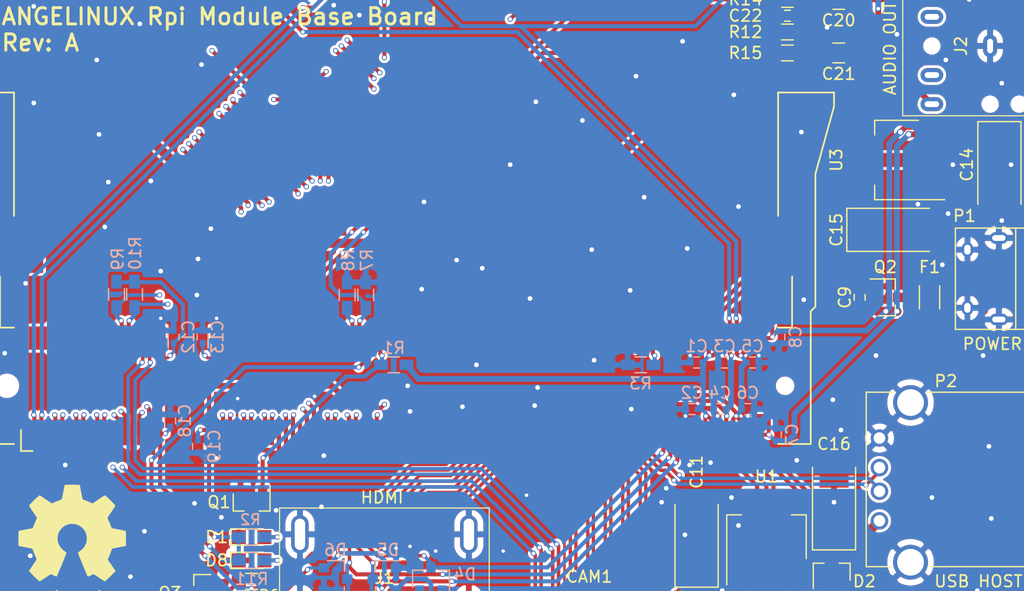
<source format=kicad_pcb>
(kicad_pcb (version 20171130) (host pcbnew 5.1.2-f72e74a~84~ubuntu16.04.1)
  (layers (0 F.Cu signal hide) (1 In1.Cu power hide) (2 In2.Cu mixed hide) (31 B.Cu signal hide) (34 B.Paste user hide) (35 F.Paste user hide) (36 B.SilkS user) (37 F.SilkS user) (38 B.Mask user) (39 F.Mask user) (44 Edge.Cuts user hide))
  (net 0 "")
  (net 1 +1V8)
  (net 2 GND)
  (net 3 +3V3)
  (net 4 +5V)
  (net 5 "Net-(C16-Pad1)")
  (net 6 "Net-(C17-Pad1)")
  (net 7 "Net-(D1-Pad2)")
  (net 8 "Net-(D1-Pad1)")
  (net 9 "Net-(D2-Pad2)")
  (net 10 "Net-(D3-Pad2)")
  (net 11 HDMI_CEC)
  (net 12 HDMI_SCL)
  (net 13 HDMI_SDA)
  (net 14 "Net-(D7-Pad3)")
  (net 15 "Net-(F1-Pad1)")
  (net 16 "Net-(F1-Pad2)")
  (net 17 HDMI_D2_P)
  (net 18 HDMI_D2_N)
  (net 19 HDMI_D1_P)
  (net 20 HDMI_D1_N)
  (net 21 HDMI_D0_P)
  (net 22 HDMI_D0_N)
  (net 23 HDMI_CLK_P)
  (net 24 HDMI_CLK_N)
  (net 25 "Net-(J1-Pad14)")
  (net 26 "Net-(MD1-Pad2)")
  (net 27 CD1_SDA)
  (net 28 "Net-(MD1-Pad4)")
  (net 29 CD1_SCL)
  (net 30 "Net-(MD1-Pad6)")
  (net 31 CAM1_IO1)
  (net 32 "Net-(MD1-Pad10)")
  (net 33 CAM1_IO0)
  (net 34 "Net-(MD1-Pad12)")
  (net 35 "Net-(MD1-Pad16)")
  (net 36 "Net-(MD1-Pad18)")
  (net 37 "Net-(MD1-Pad22)")
  (net 38 "Net-(MD1-Pad24)")
  (net 39 "Net-(MD1-Pad46)")
  (net 40 "Net-(MD1-Pad48)")
  (net 41 "Net-(MD1-Pad52)")
  (net 42 "Net-(MD1-Pad54)")
  (net 43 "Net-(MD1-Pad58)")
  (net 44 "Net-(MD1-Pad60)")
  (net 45 "Net-(MD1-Pad64)")
  (net 46 "Net-(MD1-Pad66)")
  (net 47 "Net-(MD1-Pad72)")
  (net 48 "Net-(MD1-Pad76)")
  (net 49 "Net-(MD1-Pad78)")
  (net 50 HDMI_HPD_N_1V8)
  (net 51 EMMC_EN_N_1V8)
  (net 52 "Net-(MD1-Pad93)")
  (net 53 "Net-(MD1-Pad94)")
  (net 54 "Net-(MD1-Pad95)")
  (net 55 "Net-(MD1-Pad96)")
  (net 56 "Net-(MD1-Pad99)")
  (net 57 "Net-(MD1-Pad100)")
  (net 58 "Net-(MD1-Pad101)")
  (net 59 "Net-(MD1-Pad102)")
  (net 60 "Net-(MD1-Pad105)")
  (net 61 "Net-(MD1-Pad106)")
  (net 62 "Net-(MD1-Pad107)")
  (net 63 "Net-(MD1-Pad108)")
  (net 64 "Net-(MD1-Pad112)")
  (net 65 "Net-(MD1-Pad114)")
  (net 66 "Net-(MD1-Pad118)")
  (net 67 "Net-(MD1-Pad120)")
  (net 68 "Net-(MD1-Pad124)")
  (net 69 "Net-(MD1-Pad126)")
  (net 70 "Net-(MD1-Pad128)")
  (net 71 "Net-(MD1-Pad130)")
  (net 72 "Net-(MD1-Pad132)")
  (net 73 "Net-(MD1-Pad136)")
  (net 74 "Net-(MD1-Pad138)")
  (net 75 "Net-(MD1-Pad142)")
  (net 76 "Net-(MD1-Pad144)")
  (net 77 "Net-(MD1-Pad148)")
  (net 78 "Net-(MD1-Pad150)")
  (net 79 "Net-(MD1-Pad154)")
  (net 80 "Net-(MD1-Pad156)")
  (net 81 "Net-(MD1-Pad158)")
  (net 82 "Net-(MD1-Pad160)")
  (net 83 "Net-(MD1-Pad162)")
  (net 84 "Net-(MD1-Pad166)")
  (net 85 USB_OTGID)
  (net 86 "Net-(MD1-Pad172)")
  (net 87 "Net-(MD1-Pad174)")
  (net 88 "Net-(MD1-Pad176)")
  (net 89 "Net-(MD1-Pad177)")
  (net 90 "Net-(MD1-Pad178)")
  (net 91 "Net-(MD1-Pad179)")
  (net 92 "Net-(MD1-Pad180)")
  (net 93 "Net-(P1-Pad2)")
  (net 94 "Net-(P1-Pad3)")
  (net 95 "Net-(P1-Pad4)")
  (net 96 "Net-(Q3-Pad3)")
  (net 97 CAM1_D3_P)
  (net 98 CAM1_D3_N)
  (net 99 CAM1_D2_P)
  (net 100 CAM1_D2_N)
  (net 101 CAM1_C_P)
  (net 102 CAM1_C_N)
  (net 103 CAM1_D1_P)
  (net 104 CAM1_D1_N)
  (net 105 CAM1_D0_P)
  (net 106 CAM1_D0_N)
  (net 107 USB_D_P)
  (net 108 USB_D_N)
  (net 109 GPIO44)
  (net 110 GPIO45)
  (net 111 GPIO2)
  (net 112 GPIO3)
  (net 113 GPIO4)
  (net 114 GPIO5)
  (net 115 GPIO6)
  (net 116 GPIO7)
  (net 117 GPIO8)
  (net 118 GPIO9)
  (net 119 GPIO10)
  (net 120 GPIO11)
  (net 121 GPIO12)
  (net 122 GPIO13)
  (net 123 GPIO14)
  (net 124 GPIO15)
  (net 125 GPIO16)
  (net 126 GPIO17)
  (net 127 GPIO18)
  (net 128 GPIO19)
  (net 129 GPIO20)
  (net 130 GPIO21)
  (net 131 GPIO22)
  (net 132 GPIO23)
  (net 133 GPIO24)
  (net 134 GPIO25)
  (net 135 GPIO26)
  (net 136 GPIO27)
  (net 137 GPIO0)
  (net 138 GPIO1)
  (net 139 "Net-(D8-Pad2)")
  (net 140 "Net-(C20-Pad1)")
  (net 141 "Net-(C20-Pad2)")
  (net 142 "Net-(C21-Pad1)")
  (net 143 "Net-(C21-Pad2)")
  (net 144 GPIO40)
  (net 145 "Net-(J2-Pad4)")
  (net 146 "Net-(J2-Pad3)")
  (module Capacitors_Tantalum_SMD:CP_Tantalum_Case-C_EIA-6032-28_Reflow (layer F.Cu) (at 157.4 104 180)
    (fp_text reference C10 (at 5 0 270) (layer F.SilkS))
    (fp_text value 10uF)
    (pad 1 smd rect (at -2.525 0 180) (size 2.55 2.5) (layers F.Cu F.Paste F.Mask) (net 4 +5V))
    (pad 2 smd rect (at 2.525 0 180) (size 2.55 2.5) (layers F.Cu F.Paste F.Mask) (net 2 GND))
  )
  (module Capacitors_Tantalum_SMD:CP_Tantalum_Case-C_EIA-6032-28_Reflow (layer F.Cu) (at 152 97.2 90)
    (fp_text reference C11 (at 5.8 0 270) (layer F.SilkS))
    (fp_text value 10uF)
    (pad 1 smd rect (at -2.525 0 90) (size 2.55 2.5) (layers F.Cu F.Paste F.Mask) (net 3 +3V3))
    (pad 2 smd rect (at 2.525 0 90) (size 2.55 2.5) (layers F.Cu F.Paste F.Mask) (net 2 GND))
  )
  (module Capacitors_Tantalum_SMD:CP_Tantalum_Case-C_EIA-6032-28_Reflow (layer F.Cu) (at 178 65.4 270)
    (fp_text reference C14 (at -0.4 2.8 270) (layer F.SilkS))
    (fp_text value 10uF)
    (pad 1 smd rect (at -2.525 0 270) (size 2.55 2.5) (layers F.Cu F.Paste F.Mask) (net 4 +5V))
    (pad 2 smd rect (at 2.525 0 270) (size 2.55 2.5) (layers F.Cu F.Paste F.Mask) (net 2 GND))
  )
  (module Capacitors_Tantalum_SMD:CP_Tantalum_Case-C_EIA-6032-28_Reflow (layer F.Cu) (at 169 70.6)
    (fp_text reference C15 (at -5 0 90) (layer F.SilkS))
    (fp_text value 10uF)
    (pad 1 smd rect (at -2.525 0) (size 2.55 2.5) (layers F.Cu F.Paste F.Mask) (net 1 +1V8))
    (pad 2 smd rect (at 2.525 0) (size 2.55 2.5) (layers F.Cu F.Paste F.Mask) (net 2 GND))
  )
  (module Capacitors_Tantalum_SMD:CP_Tantalum_Case-C_EIA-6032-28_Reflow (layer F.Cu) (at 163.8 94 90)
    (fp_text reference C16 (at 5 0 180) (layer F.SilkS))
    (fp_text value 10uF)
    (pad 1 smd rect (at -2.525 0 90) (size 2.55 2.5) (layers F.Cu F.Paste F.Mask) (net 5 "Net-(C16-Pad1)"))
    (pad 2 smd rect (at 2.525 0 90) (size 2.55 2.5) (layers F.Cu F.Paste F.Mask) (net 2 GND))
  )
  (module LEDs:LED_0805 (layer F.Cu) (at 113.8 97)
    (fp_text reference D1 (at -3 0) (layer F.SilkS))
    (fp_text value "GREEN LED")
    (pad 2 smd rect (at 1.1 0 180) (size 1.2 1.2) (layers F.Cu F.Paste F.Mask) (net 7 "Net-(D1-Pad2)"))
    (pad 1 smd rect (at -1.1 0 180) (size 1.2 1.2) (layers F.Cu F.Paste F.Mask) (net 8 "Net-(D1-Pad1)"))
  )
  (module TO_SOT_Packages_SMD:SOT-23 (layer F.Cu) (at 163.6 100 90)
    (fp_text reference D2 (at -0.8 2.8 180) (layer F.SilkS))
    (fp_text value BAT54)
    (pad 1 smd rect (at -1 -0.95 90) (size 0.9 0.8) (layers F.Cu F.Paste F.Mask) (net 4 +5V))
    (pad 2 smd rect (at -1 0.95 90) (size 0.9 0.8) (layers F.Cu F.Paste F.Mask) (net 9 "Net-(D2-Pad2)"))
    (pad 3 smd rect (at 1 0 90) (size 0.9 0.8) (layers F.Cu F.Paste F.Mask) (net 5 "Net-(C16-Pad1)"))
  )
  (module TO_SOT_Packages_SMD:SOT-23 (layer B.Cu) (at 129.2 104.4 270)
    (fp_text reference D3 (at 0.5 -3) (layer B.SilkS) (effects (justify mirror)))
    (fp_text value BAT54)
    (pad 1 smd rect (at -1 0.95 270) (size 0.9 0.8) (layers B.Cu B.Paste B.Mask) (net 4 +5V))
    (pad 2 smd rect (at -1 -0.95 270) (size 0.9 0.8) (layers B.Cu B.Paste B.Mask) (net 10 "Net-(D3-Pad2)"))
    (pad 3 smd rect (at 1 0 270) (size 0.9 0.8) (layers B.Cu B.Paste B.Mask) (net 6 "Net-(C17-Pad1)"))
  )
  (module TO_SOT_Packages_SMD:SOT-23 (layer B.Cu) (at 129.2 100.6 90)
    (fp_text reference D4 (at 0.4 2.9 180) (layer B.SilkS) (effects (justify mirror)))
    (fp_text value BAV99)
    (pad 1 smd rect (at -1 0.95 90) (size 0.9 0.8) (layers B.Cu B.Paste B.Mask) (net 2 GND))
    (pad 2 smd rect (at -1 -0.95 90) (size 0.9 0.8) (layers B.Cu B.Paste B.Mask) (net 3 +3V3))
    (pad 3 smd rect (at 1 0 90) (size 0.9 0.8) (layers B.Cu B.Paste B.Mask) (net 11 HDMI_CEC))
  )
  (module TO_SOT_Packages_SMD:SOT-23 (layer B.Cu) (at 125.2 100.6 180)
    (fp_text reference D5 (at -0.3 2.5 180) (layer B.SilkS) (effects (justify mirror)))
    (fp_text value BAV99)
    (pad 1 smd rect (at -1 0.95 180) (size 0.9 0.8) (layers B.Cu B.Paste B.Mask) (net 2 GND))
    (pad 2 smd rect (at -1 -0.95 180) (size 0.9 0.8) (layers B.Cu B.Paste B.Mask) (net 6 "Net-(C17-Pad1)"))
    (pad 3 smd rect (at 1 0 180) (size 0.9 0.8) (layers B.Cu B.Paste B.Mask) (net 12 HDMI_SCL))
  )
  (module TO_SOT_Packages_SMD:SOT-23 (layer B.Cu) (at 121 100.6)
    (fp_text reference D6 (at 0 -2.5) (layer B.SilkS) (effects (justify mirror)))
    (fp_text value BAV99)
    (pad 1 smd rect (at -1 0.95) (size 0.9 0.8) (layers B.Cu B.Paste B.Mask) (net 2 GND))
    (pad 2 smd rect (at -1 -0.95) (size 0.9 0.8) (layers B.Cu B.Paste B.Mask) (net 6 "Net-(C17-Pad1)"))
    (pad 3 smd rect (at 1 0) (size 0.9 0.8) (layers B.Cu B.Paste B.Mask) (net 13 HDMI_SDA))
  )
  (module TO_SOT_Packages_SMD:SOT-23 (layer F.Cu) (at 113.8 103.4 90)
    (fp_text reference D7 (at -0.8 -2.8 180) (layer F.SilkS) (effects (font (size 0.9 0.9))))
    (fp_text value BAV99)
    (pad 1 smd rect (at -1 -0.95 90) (size 0.9 0.8) (layers F.Cu F.Paste F.Mask) (net 2 GND))
    (pad 2 smd rect (at -1 0.95 90) (size 0.9 0.8) (layers F.Cu F.Paste F.Mask) (net 6 "Net-(C17-Pad1)"))
    (pad 3 smd rect (at 1 0 90) (size 0.9 0.8) (layers F.Cu F.Paste F.Mask) (net 14 "Net-(D7-Pad3)"))
  )
  (module Connectors:USB_Micro-B (layer F.Cu) (at 176.6 74.8 90)
    (fp_text reference P1 (at 5.4 -1.6 180) (layer F.SilkS))
    (fp_text value POWER)
    (pad 1 smd rect (at -1.3 -1.35 180) (size 1.35 0.4) (layers F.Cu F.Paste F.Mask) (net 16 "Net-(F1-Pad2)"))
    (pad 2 smd rect (at -0.65 -1.35 180) (size 1.35 0.4) (layers F.Cu F.Paste F.Mask) (net 93 "Net-(P1-Pad2)"))
    (pad 3 smd rect (at 0 -1.35 180) (size 1.35 0.4) (layers F.Cu F.Paste F.Mask) (net 94 "Net-(P1-Pad3)"))
    (pad 4 smd rect (at 0.65 -1.35 180) (size 1.35 0.4) (layers F.Cu F.Paste F.Mask) (net 95 "Net-(P1-Pad4)"))
    (pad 5 smd rect (at 1.3 -1.35 180) (size 1.35 0.4) (layers F.Cu F.Paste F.Mask) (net 2 GND))
    (pad 6 thru_hole oval (at -2.5 -1.35 180) (size 0.95 1.25) (drill oval 0.55 0.85) (layers *.Cu *.Mask) (net 2 GND))
    (pad 6 thru_hole oval (at 2.5 -1.35 180) (size 0.95 1.25) (drill oval 0.55 0.85) (layers *.Cu *.Mask) (net 2 GND))
    (pad 6 thru_hole oval (at -3.5 1.35 180) (size 1.55 1) (drill oval 1.15 0.5) (layers *.Cu *.Mask) (net 2 GND))
    (pad 6 thru_hole oval (at 3.5 1.35 180) (size 1.55 1) (drill oval 1.15 0.5) (layers *.Cu *.Mask) (net 2 GND))
  )
  (module Connectors:USB_A (layer F.Cu) (at 167.7 95.6 90)
    (fp_text reference P2 (at 12 5.7 180) (layer F.SilkS))
    (fp_text value HOST)
    (pad 4 thru_hole circle (at 7.11 0) (size 1.5 1.5) (drill 1) (layers *.Cu *.Mask) (net 2 GND))
    (pad 3 thru_hole circle (at 4.57 0) (size 1.5 1.5) (drill 1) (layers *.Cu *.Mask) (net 107 USB_D_P))
    (pad 2 thru_hole circle (at 2.54 0) (size 1.5 1.5) (drill 1) (layers *.Cu *.Mask) (net 108 USB_D_N))
    (pad 1 thru_hole circle (at 0 0) (size 1.5 1.5) (drill 1) (layers *.Cu *.Mask) (net 5 "Net-(C16-Pad1)"))
    (pad 5 thru_hole circle (at 10.16 2.67) (size 3 3) (drill 2.3) (layers *.Cu *.Mask) (net 2 GND))
    (pad 5 thru_hole circle (at -3.56 2.67) (size 3 3) (drill 2.3) (layers *.Cu *.Mask) (net 2 GND))
  )
  (module ffc_conn:FPC_22 (layer F.Cu) (at 142.9 102)
    (fp_text reference P3 (at 0 2.5) (layer F.SilkS) (effects (font (size 1.2 1.2))))
    (fp_text value CAM1 hide)
    (pad 22 smd rect (at -5.25 0) (size 0.3 1) (layers F.Cu F.Paste F.Mask) (net 3 +3V3))
    (pad 21 smd rect (at -4.75 0) (size 0.3 1) (layers F.Cu F.Paste F.Mask) (net 27 CD1_SDA))
    (pad 20 smd rect (at -4.25 0) (size 0.3 1) (layers F.Cu F.Paste F.Mask) (net 29 CD1_SCL))
    (pad 19 smd rect (at -3.75 0) (size 0.3 1) (layers F.Cu F.Paste F.Mask) (net 2 GND))
    (pad 18 smd rect (at -3.25 0) (size 0.3 1) (layers F.Cu F.Paste F.Mask) (net 31 CAM1_IO1))
    (pad 17 smd rect (at -2.75 0) (size 0.3 1) (layers F.Cu F.Paste F.Mask) (net 33 CAM1_IO0))
    (pad 16 smd rect (at -2.25 0) (size 0.3 1) (layers F.Cu F.Paste F.Mask) (net 2 GND))
    (pad 15 smd rect (at -1.75 0) (size 0.3 1) (layers F.Cu F.Paste F.Mask) (net 97 CAM1_D3_P))
    (pad 14 smd rect (at -1.25 0) (size 0.3 1) (layers F.Cu F.Paste F.Mask) (net 98 CAM1_D3_N))
    (pad 13 smd rect (at -0.75 0) (size 0.3 1) (layers F.Cu F.Paste F.Mask) (net 2 GND))
    (pad 12 smd rect (at -0.25 0) (size 0.3 1) (layers F.Cu F.Paste F.Mask) (net 99 CAM1_D2_P))
    (pad 11 smd rect (at 0.25 0) (size 0.3 1) (layers F.Cu F.Paste F.Mask) (net 100 CAM1_D2_N))
    (pad 10 smd rect (at 0.75 0) (size 0.3 1) (layers F.Cu F.Paste F.Mask) (net 2 GND))
    (pad 9 smd rect (at 1.25 0) (size 0.3 1) (layers F.Cu F.Paste F.Mask) (net 101 CAM1_C_P))
    (pad 8 smd rect (at 1.75 0) (size 0.3 1) (layers F.Cu F.Paste F.Mask) (net 102 CAM1_C_N))
    (pad 7 smd rect (at 2.25 0) (size 0.3 1) (layers F.Cu F.Paste F.Mask) (net 2 GND))
    (pad 6 smd rect (at 2.75 0) (size 0.3 1) (layers F.Cu F.Paste F.Mask) (net 103 CAM1_D1_P))
    (pad 5 smd rect (at 3.25 0) (size 0.3 1) (layers F.Cu F.Paste F.Mask) (net 104 CAM1_D1_N))
    (pad 4 smd rect (at 3.75 0) (size 0.3 1) (layers F.Cu F.Paste F.Mask) (net 2 GND))
    (pad 3 smd rect (at 4.25 0) (size 0.3 1) (layers F.Cu F.Paste F.Mask) (net 105 CAM1_D0_P))
    (pad 2 smd rect (at 4.75 0) (size 0.3 1) (layers F.Cu F.Paste F.Mask) (net 106 CAM1_D0_N))
    (pad 1 smd rect (at 5.25 0) (size 0.3 1) (layers F.Cu F.Paste F.Mask) (net 2 GND))
    (pad 0 smd rect (at -7.525 1.9) (size 1.65 1.3) (layers F.Cu F.Paste F.Mask))
    (pad 0 smd rect (at 7.525 1.9) (size 1.65 1.3) (layers F.Cu F.Paste F.Mask))
  )
  (module TO_SOT_Packages_SMD:SOT-23 (layer F.Cu) (at 113.8 94 270)
    (fp_text reference Q1 (at 0 2.8) (layer F.SilkS))
    (fp_text value 2N7002P.215)
    (pad 1 smd rect (at -1 -0.95 270) (size 0.9 0.8) (layers F.Cu F.Paste F.Mask) (net 51 EMMC_EN_N_1V8))
    (pad 2 smd rect (at -1 0.95 270) (size 0.9 0.8) (layers F.Cu F.Paste F.Mask) (net 2 GND))
    (pad 3 smd rect (at 1 0 270) (size 0.9 0.8) (layers F.Cu F.Paste F.Mask) (net 8 "Net-(D1-Pad1)"))
  )
  (module TO_SOT_Packages_SMD:SOT-23 (layer F.Cu) (at 168.3 76.4)
    (fp_text reference Q2 (at -0.1 -2.6) (layer F.SilkS))
    (fp_text value DMP3056L-7)
    (pad 1 smd rect (at -1 -0.95) (size 0.9 0.8) (layers F.Cu F.Paste F.Mask) (net 2 GND))
    (pad 2 smd rect (at -1 0.95) (size 0.9 0.8) (layers F.Cu F.Paste F.Mask) (net 4 +5V))
    (pad 3 smd rect (at 1 0) (size 0.9 0.8) (layers F.Cu F.Paste F.Mask) (net 15 "Net-(F1-Pad1)"))
  )
  (module TO_SOT_Packages_SMD:SOT-23 (layer F.Cu) (at 109.6 101.8 180)
    (fp_text reference Q3 (at 2.8 0 180) (layer F.SilkS))
    (fp_text value 2N7002P.215)
    (pad 1 smd rect (at -1 -0.95 180) (size 0.9 0.8) (layers F.Cu F.Paste F.Mask) (net 14 "Net-(D7-Pad3)"))
    (pad 2 smd rect (at -1 0.95 180) (size 0.9 0.8) (layers F.Cu F.Paste F.Mask) (net 2 GND))
    (pad 3 smd rect (at 1 0 180) (size 0.9 0.8) (layers F.Cu F.Paste F.Mask) (net 96 "Net-(Q3-Pad3)"))
  )
  (module Resistors_SMD:R_0603_HandSoldering (layer B.Cu) (at 126 82.2 180)
    (fp_text reference R1 (at 0 1.45 180) (layer B.SilkS) (effects (justify mirror)))
    (fp_text value 100K)
    (pad 1 smd rect (at -1.1 0 180) (size 1.2 0.9) (layers B.Cu B.Paste B.Mask) (net 1 +1V8))
    (pad 2 smd rect (at 1.1 0 180) (size 1.2 0.9) (layers B.Cu B.Paste B.Mask) (net 51 EMMC_EN_N_1V8))
  )
  (module Resistors_SMD:R_0603_HandSoldering (layer B.Cu) (at 113.8 97)
    (fp_text reference R2 (at -0.1 -1.5) (layer B.SilkS) (effects (font (size 0.9 0.9)) (justify mirror)))
    (fp_text value 1K)
    (pad 1 smd rect (at -1.1 0) (size 1.2 0.9) (layers B.Cu B.Paste B.Mask) (net 3 +3V3))
    (pad 2 smd rect (at 1.1 0) (size 1.2 0.9) (layers B.Cu B.Paste B.Mask) (net 7 "Net-(D1-Pad2)"))
  )
  (module Resistors_SMD:R_0603_HandSoldering (layer B.Cu) (at 147.2 82.2 180)
    (fp_text reference R3 (at 0 -1.6 180) (layer B.SilkS) (effects (justify mirror)))
    (fp_text value 1K)
    (pad 1 smd rect (at -1.1 0 180) (size 1.2 0.9) (layers B.Cu B.Paste B.Mask) (net 85 USB_OTGID))
    (pad 2 smd rect (at 1.1 0 180) (size 1.2 0.9) (layers B.Cu B.Paste B.Mask) (net 2 GND))
  )
  (module Resistors_SMD:R_0603_HandSoldering (layer B.Cu) (at 125.2 103.4 180)
    (fp_text reference R4 (at 0 -1.6 180) (layer B.SilkS) (effects (justify mirror)))
    (fp_text value 1.8K)
    (pad 1 smd rect (at -1.1 0 180) (size 1.2 0.9) (layers B.Cu B.Paste B.Mask) (net 4 +5V))
    (pad 2 smd rect (at 1.1 0 180) (size 1.2 0.9) (layers B.Cu B.Paste B.Mask) (net 12 HDMI_SCL))
  )
  (module Resistors_SMD:R_0603_HandSoldering (layer B.Cu) (at 121 103.4)
    (fp_text reference R5 (at 0 1.6) (layer B.SilkS) (effects (justify mirror)))
    (fp_text value 1.8K)
    (pad 1 smd rect (at -1.1 0) (size 1.2 0.9) (layers B.Cu B.Paste B.Mask) (net 4 +5V))
    (pad 2 smd rect (at 1.1 0) (size 1.2 0.9) (layers B.Cu B.Paste B.Mask) (net 13 HDMI_SDA))
  )
  (module Resistors_SMD:R_0603_HandSoldering (layer F.Cu) (at 113.8 100.8 180)
    (fp_text reference R6 (at -1.5 -1.2 180) (layer F.SilkS) (effects (font (size 0.9 0.9) (thickness 0.14))))
    (fp_text value 100K)
    (pad 1 smd rect (at -1.1 0 180) (size 1.2 0.9) (layers F.Cu F.Paste F.Mask) (net 50 HDMI_HPD_N_1V8))
    (pad 2 smd rect (at 1.1 0 180) (size 1.2 0.9) (layers F.Cu F.Paste F.Mask) (net 96 "Net-(Q3-Pad3)"))
  )
  (module TO_SOT_Packages_SMD:SOT-223-3_TabPin2 (layer F.Cu) (at 158 97 90)
    (fp_text reference U1 (at 5.2 0 180) (layer F.SilkS))
    (fp_text value REG1117-3.3)
    (pad 2 smd rect (at 3.15 0 90) (size 2 3.8) (layers F.Cu F.Paste F.Mask) (net 3 +3V3))
    (pad 2 smd rect (at -3.15 0 90) (size 2 1.5) (layers F.Cu F.Paste F.Mask) (net 3 +3V3))
    (pad 3 smd rect (at -3.15 2.3 90) (size 2 1.5) (layers F.Cu F.Paste F.Mask) (net 4 +5V))
    (pad 1 smd rect (at -3.15 -2.3 90) (size 2 1.5) (layers F.Cu F.Paste F.Mask) (net 2 GND))
  )
  (module TO_SOT_Packages_SMD:SOT-223-3_TabPin2 (layer F.Cu) (at 169.2 64.6 180)
    (fp_text reference U3 (at 5.2 0 270) (layer F.SilkS))
    (fp_text value REG1117A-1.8)
    (pad 2 smd rect (at 3.15 0 180) (size 2 3.8) (layers F.Cu F.Paste F.Mask) (net 1 +1V8))
    (pad 2 smd rect (at -3.15 0 180) (size 2 1.5) (layers F.Cu F.Paste F.Mask) (net 1 +1V8))
    (pad 3 smd rect (at -3.15 2.3 180) (size 2 1.5) (layers F.Cu F.Paste F.Mask) (net 4 +5V))
    (pad 1 smd rect (at -3.15 -2.3 180) (size 2 1.5) (layers F.Cu F.Paste F.Mask) (net 2 GND))
  )
  (module Capacitors_SMD:C_0402 (layer B.Cu) (at 152 82 180)
    (fp_text reference C1 (at 0 1.4 180) (layer B.SilkS) (effects (justify mirror)))
    (fp_text value 100nF)
    (pad 1 smd rect (at -0.55 0 180) (size 0.6 0.5) (layers B.Cu B.Paste B.Mask) (net 1 +1V8))
    (pad 2 smd rect (at 0.55 0 180) (size 0.6 0.5) (layers B.Cu B.Paste B.Mask) (net 2 GND))
  )
  (module Capacitors_SMD:C_0402 (layer B.Cu) (at 151.6 86 180)
    (fp_text reference C2 (at 0 1.4 180) (layer B.SilkS) (effects (justify mirror)))
    (fp_text value 100nF)
    (pad 1 smd rect (at -0.55 0 180) (size 0.6 0.5) (layers B.Cu B.Paste B.Mask) (net 1 +1V8))
    (pad 2 smd rect (at 0.55 0 180) (size 0.6 0.5) (layers B.Cu B.Paste B.Mask) (net 2 GND))
  )
  (module Capacitors_SMD:C_0402 (layer B.Cu) (at 154.4 82 180)
    (fp_text reference C3 (at 0 1.4 180) (layer B.SilkS) (effects (justify mirror)))
    (fp_text value 100nF)
    (pad 1 smd rect (at -0.55 0 180) (size 0.6 0.5) (layers B.Cu B.Paste B.Mask) (net 3 +3V3))
    (pad 2 smd rect (at 0.55 0 180) (size 0.6 0.5) (layers B.Cu B.Paste B.Mask) (net 2 GND))
  )
  (module Capacitors_SMD:C_0402 (layer B.Cu) (at 154 86 180)
    (fp_text reference C4 (at 0 1.4 180) (layer B.SilkS) (effects (justify mirror)))
    (fp_text value 100nF)
    (pad 1 smd rect (at -0.55 0 180) (size 0.6 0.5) (layers B.Cu B.Paste B.Mask) (net 3 +3V3))
    (pad 2 smd rect (at 0.55 0 180) (size 0.6 0.5) (layers B.Cu B.Paste B.Mask) (net 2 GND))
  )
  (module Capacitors_SMD:C_0402 (layer B.Cu) (at 156.8 82)
    (fp_text reference C5 (at 0 -1.4) (layer B.SilkS) (effects (justify mirror)))
    (fp_text value 100nF)
    (pad 1 smd rect (at -0.55 0) (size 0.6 0.5) (layers B.Cu B.Paste B.Mask) (net 3 +3V3))
    (pad 2 smd rect (at 0.55 0) (size 0.6 0.5) (layers B.Cu B.Paste B.Mask) (net 2 GND))
  )
  (module Capacitors_SMD:C_0402 (layer B.Cu) (at 156.4 86)
    (fp_text reference C6 (at 0 -1.4) (layer B.SilkS) (effects (justify mirror)))
    (fp_text value 100nF)
    (pad 1 smd rect (at -0.55 0) (size 0.6 0.5) (layers B.Cu B.Paste B.Mask) (net 3 +3V3))
    (pad 2 smd rect (at 0.55 0) (size 0.6 0.5) (layers B.Cu B.Paste B.Mask) (net 2 GND))
  )
  (module Capacitors_SMD:C_0402 (layer B.Cu) (at 158.8 88.2 90)
    (fp_text reference C7 (at 0 1.4 90) (layer B.SilkS) (effects (justify mirror)))
    (fp_text value 100nF)
    (pad 1 smd rect (at -0.55 0 90) (size 0.6 0.5) (layers B.Cu B.Paste B.Mask) (net 4 +5V))
    (pad 2 smd rect (at 0.55 0 90) (size 0.6 0.5) (layers B.Cu B.Paste B.Mask) (net 2 GND))
  )
  (module Capacitors_SMD:C_0402 (layer B.Cu) (at 159.1 79.8 270)
    (fp_text reference C8 (at 0 -1.4 270) (layer B.SilkS) (effects (justify mirror)))
    (fp_text value 100nF)
    (pad 1 smd rect (at -0.55 0 270) (size 0.6 0.5) (layers B.Cu B.Paste B.Mask) (net 4 +5V))
    (pad 2 smd rect (at 0.55 0 270) (size 0.6 0.5) (layers B.Cu B.Paste B.Mask) (net 2 GND))
  )
  (module HDMI_MOLEX:HDMI_MOLEX_471510001 (layer F.Cu) (at 125.2 96)
    (fp_text reference J1 (at 0 4.5) (layer F.SilkS))
    (fp_text value 2001-1-2-21-00-BK)
    (pad 1 smd rect (at 4.5 0) (size 0.3 2.6) (layers F.Cu F.Paste F.Mask) (net 17 HDMI_D2_P))
    (pad 2 smd rect (at 4 0) (size 0.3 2.6) (layers F.Cu F.Paste F.Mask) (net 2 GND))
    (pad 3 smd rect (at 3.5 0) (size 0.3 2.6) (layers F.Cu F.Paste F.Mask) (net 18 HDMI_D2_N))
    (pad 4 smd rect (at 3 0) (size 0.3 2.6) (layers F.Cu F.Paste F.Mask) (net 19 HDMI_D1_P))
    (pad 5 smd rect (at 2.5 0) (size 0.3 2.6) (layers F.Cu F.Paste F.Mask) (net 2 GND))
    (pad 6 smd rect (at 2 0) (size 0.3 2.6) (layers F.Cu F.Paste F.Mask) (net 20 HDMI_D1_N))
    (pad 7 smd rect (at 1.5 0) (size 0.3 2.6) (layers F.Cu F.Paste F.Mask) (net 21 HDMI_D0_P))
    (pad 8 smd rect (at 1 0) (size 0.3 2.6) (layers F.Cu F.Paste F.Mask) (net 2 GND))
    (pad 9 smd rect (at 0.5 0) (size 0.3 2.6) (layers F.Cu F.Paste F.Mask) (net 22 HDMI_D0_N))
    (pad 10 smd rect (at 0 0) (size 0.3 2.6) (layers F.Cu F.Paste F.Mask) (net 23 HDMI_CLK_P))
    (pad 11 smd rect (at -0.5 0) (size 0.3 2.6) (layers F.Cu F.Paste F.Mask) (net 2 GND))
    (pad 12 smd rect (at -1 0) (size 0.3 2.6) (layers F.Cu F.Paste F.Mask) (net 24 HDMI_CLK_N))
    (pad 13 smd rect (at -1.5 0) (size 0.3 2.6) (layers F.Cu F.Paste F.Mask) (net 11 HDMI_CEC))
    (pad 14 smd rect (at -2 0) (size 0.3 2.6) (layers F.Cu F.Paste F.Mask) (net 25 "Net-(J1-Pad14)"))
    (pad 15 smd rect (at -2.5 0) (size 0.3 2.6) (layers F.Cu F.Paste F.Mask) (net 12 HDMI_SCL))
    (pad 16 smd rect (at -3 0) (size 0.3 2.6) (layers F.Cu F.Paste F.Mask) (net 13 HDMI_SDA))
    (pad 17 smd rect (at -3.5 0) (size 0.3 2.6) (layers F.Cu F.Paste F.Mask) (net 2 GND))
    (pad 18 smd rect (at -4 0) (size 0.3 2.6) (layers F.Cu F.Paste F.Mask) (net 6 "Net-(C17-Pad1)"))
    (pad 19 smd rect (at -4.5 0) (size 0.3 2.6) (layers F.Cu F.Paste F.Mask) (net 14 "Net-(D7-Pad3)"))
    (pad SH thru_hole oval (at -7.25 0.76) (size 1.5 3.3) (drill oval 0.9 2.7) (layers *.Cu *.Mask) (net 2 GND))
    (pad SH thru_hole oval (at 7.25 0.76) (size 1.5 3.3) (drill oval 0.9 2.7) (layers *.Cu *.Mask) (net 2 GND))
    (pad SH thru_hole oval (at -7.25 6.72) (size 1.5 2.3) (drill oval 0.9 1.7) (layers *.Cu *.Mask) (net 2 GND))
    (pad SH thru_hole oval (at 7.25 6.72) (size 1.5 2.3) (drill oval 0.9 1.7) (layers *.Cu *.Mask) (net 2 GND))
  )
  (module Capacitors_SMD:C_0402 (layer F.Cu) (at 113.8 105.6 180)
    (fp_text reference C17 (at 2.8 -0.1 180) (layer F.SilkS))
    (fp_text value 100nF)
    (pad 1 smd rect (at -0.55 0 180) (size 0.6 0.5) (layers F.Cu F.Paste F.Mask) (net 6 "Net-(C17-Pad1)"))
    (pad 2 smd rect (at 0.55 0 180) (size 0.6 0.5) (layers F.Cu F.Paste F.Mask) (net 2 GND))
  )
  (module Polyfuse_Bourns_MF-PSML:Polyfuse_0805 (layer F.Cu) (at 172 76.4 270)
    (fp_text reference F1 (at -2.6 0) (layer F.SilkS))
    (fp_text value "2A 6V")
    (pad 1 smd rect (at -1.1 0) (size 1.5 1) (layers F.Cu F.Paste F.Mask) (net 15 "Net-(F1-Pad1)"))
    (pad 2 smd rect (at 1.1 0) (size 1.5 1) (layers F.Cu F.Paste F.Mask) (net 16 "Net-(F1-Pad2)"))
  )
  (module Mounting_Holes:MountingHole_2.7mm_M2.5_ISO14580 (layer F.Cu) (at 89.8 104.2)
    (fp_text reference REF** hide)
    (fp_text value MountingHole_2.7mm_M2.5_ISO14580)
    (pad 1 np_thru_hole circle (at 0 0) (size 2.7 2.7) (drill 2.7) (layers *.Cu *.Mask))
  )
  (module Mounting_Holes:MountingHole_2.7mm_M2.5_ISO14580 (layer F.Cu) (at 178.6 104.2)
    (fp_text reference REF** hide)
    (fp_text value MountingHole_2.7mm_M2.5_ISO14580)
    (pad 1 np_thru_hole circle (at 0 0) (size 2.7 2.7) (drill 2.7) (layers *.Cu *.Mask))
  )
  (module Mounting_Holes:MountingHole_2.7mm_M2.5_ISO14580 (layer F.Cu) (at 178.6 46.2)
    (fp_text reference REF** hide)
    (fp_text value MountingHole_2.7mm_M2.5_ISO14580)
    (pad 1 np_thru_hole circle (at 0 0) (size 2.7 2.7) (drill 2.7) (layers *.Cu *.Mask))
  )
  (module Mounting_Holes:MountingHole_2.7mm_M2.5_ISO14580 (layer F.Cu) (at 89.8 46.2)
    (fp_text reference REF** hide)
    (fp_text value MountingHole_2.7mm_M2.5_ISO14580)
    (pad 1 np_thru_hole circle (at 0 0) (size 2.7 2.7) (drill 2.7) (layers *.Cu *.Mask))
  )
  (module Capacitors_SMD:C_0402 (layer B.Cu) (at 107.1 79.8 90)
    (fp_text reference C12 (at 0 1.27 90) (layer B.SilkS) (effects (justify mirror)))
    (fp_text value 100nF)
    (pad 1 smd rect (at -0.55 0 90) (size 0.6 0.5) (layers B.Cu B.Paste B.Mask) (net 3 +3V3))
    (pad 2 smd rect (at 0.55 0 90) (size 0.6 0.5) (layers B.Cu B.Paste B.Mask) (net 2 GND))
  )
  (module Capacitors_SMD:C_0402 (layer B.Cu) (at 109.6 79.8 90)
    (fp_text reference C13 (at 0 1.27 90) (layer B.SilkS) (effects (justify mirror)))
    (fp_text value 100nF)
    (pad 1 smd rect (at -0.55 0 90) (size 0.6 0.5) (layers B.Cu B.Paste B.Mask) (net 3 +3V3))
    (pad 2 smd rect (at 0.55 0 90) (size 0.6 0.5) (layers B.Cu B.Paste B.Mask) (net 2 GND))
  )
  (module Capacitors_SMD:C_0402 (layer B.Cu) (at 106.8 87 90)
    (fp_text reference C18 (at 0 1.27 90) (layer B.SilkS) (effects (justify mirror)))
    (fp_text value 100nF)
    (pad 1 smd rect (at -0.55 0 90) (size 0.6 0.5) (layers B.Cu B.Paste B.Mask) (net 3 +3V3))
    (pad 2 smd rect (at 0.55 0 90) (size 0.6 0.5) (layers B.Cu B.Paste B.Mask) (net 2 GND))
  )
  (module Capacitors_SMD:C_0402 (layer B.Cu) (at 109.2 89.2 270)
    (fp_text reference C19 (at 0 -1.4 270) (layer B.SilkS) (effects (justify mirror)))
    (fp_text value 100nF)
    (pad 1 smd rect (at -0.55 0 270) (size 0.6 0.5) (layers B.Cu B.Paste B.Mask) (net 3 +3V3))
    (pad 2 smd rect (at 0.55 0 270) (size 0.6 0.5) (layers B.Cu B.Paste B.Mask) (net 2 GND))
  )
  (module Resistors_SMD:R_0603_HandSoldering (layer B.Cu) (at 123.6 76.2 90)
    (fp_text reference R7 (at 3 0.1 90) (layer B.SilkS) (effects (justify mirror)))
    (fp_text value 100K)
    (pad 1 smd rect (at -1.1 0 90) (size 1.2 0.9) (layers B.Cu B.Paste B.Mask) (net 110 GPIO45))
    (pad 2 smd rect (at 1.1 0 90) (size 1.2 0.9) (layers B.Cu B.Paste B.Mask) (net 2 GND))
  )
  (module Resistors_SMD:R_0603_HandSoldering (layer B.Cu) (at 122 76.2 90)
    (fp_text reference R8 (at 3 0.1 90) (layer B.SilkS) (effects (justify mirror)))
    (fp_text value 100K)
    (pad 1 smd rect (at -1.1 0 90) (size 1.2 0.9) (layers B.Cu B.Paste B.Mask) (net 109 GPIO44))
    (pad 2 smd rect (at 1.1 0 90) (size 1.2 0.9) (layers B.Cu B.Paste B.Mask) (net 2 GND))
  )
  (module Resistors_SMD:R_0603_HandSoldering (layer B.Cu) (at 102.2 76.15 270)
    (fp_text reference R9 (at -3.05 -0.1 270) (layer B.SilkS) (effects (justify mirror)))
    (fp_text value 1.8K)
    (pad 1 smd rect (at -1.1 0 270) (size 1.2 0.9) (layers B.Cu B.Paste B.Mask) (net 3 +3V3))
    (pad 2 smd rect (at 1.1 0 270) (size 1.2 0.9) (layers B.Cu B.Paste B.Mask) (net 27 CD1_SDA))
  )
  (module Resistors_SMD:R_0603_HandSoldering (layer B.Cu) (at 103.75 76.15 270)
    (fp_text reference R10 (at -3.55 -0.05 270) (layer B.SilkS) (effects (justify mirror)))
    (fp_text value 1.8K)
    (pad 1 smd rect (at -1.1 0 270) (size 1.2 0.9) (layers B.Cu B.Paste B.Mask) (net 3 +3V3))
    (pad 2 smd rect (at 1.1 0 270) (size 1.2 0.9) (layers B.Cu B.Paste B.Mask) (net 29 CD1_SCL))
  )
  (module Pin_Headers:Pin_Header_Straight_2x20 (layer F.Cu) (at 94.2 48.6 90)
    (fp_text reference P4 (at -0.6 -2.6 90) (layer F.SilkS))
    (fp_text value CONN_02X20)
    (pad 1 thru_hole rect (at 0 0 90) (size 1.7272 1.7272) (drill 1.016) (layers *.Cu *.Mask) (net 3 +3V3))
    (pad 2 thru_hole oval (at 2.54 0 90) (size 1.7272 1.7272) (drill 1.016) (layers *.Cu *.Mask) (net 4 +5V))
    (pad 3 thru_hole oval (at 0 2.54 90) (size 1.7272 1.7272) (drill 1.016) (layers *.Cu *.Mask) (net 111 GPIO2))
    (pad 4 thru_hole oval (at 2.54 2.54 90) (size 1.7272 1.7272) (drill 1.016) (layers *.Cu *.Mask) (net 4 +5V))
    (pad 5 thru_hole oval (at 0 5.08 90) (size 1.7272 1.7272) (drill 1.016) (layers *.Cu *.Mask) (net 112 GPIO3))
    (pad 6 thru_hole oval (at 2.54 5.08 90) (size 1.7272 1.7272) (drill 1.016) (layers *.Cu *.Mask) (net 2 GND))
    (pad 7 thru_hole oval (at 0 7.62 90) (size 1.7272 1.7272) (drill 1.016) (layers *.Cu *.Mask) (net 113 GPIO4))
    (pad 8 thru_hole oval (at 2.54 7.62 90) (size 1.7272 1.7272) (drill 1.016) (layers *.Cu *.Mask) (net 123 GPIO14))
    (pad 9 thru_hole oval (at 0 10.16 90) (size 1.7272 1.7272) (drill 1.016) (layers *.Cu *.Mask) (net 2 GND))
    (pad 10 thru_hole oval (at 2.54 10.16 90) (size 1.7272 1.7272) (drill 1.016) (layers *.Cu *.Mask) (net 124 GPIO15))
    (pad 11 thru_hole oval (at 0 12.7 90) (size 1.7272 1.7272) (drill 1.016) (layers *.Cu *.Mask) (net 126 GPIO17))
    (pad 12 thru_hole oval (at 2.54 12.7 90) (size 1.7272 1.7272) (drill 1.016) (layers *.Cu *.Mask) (net 127 GPIO18))
    (pad 13 thru_hole oval (at 0 15.24 90) (size 1.7272 1.7272) (drill 1.016) (layers *.Cu *.Mask) (net 136 GPIO27))
    (pad 14 thru_hole oval (at 2.54 15.24 90) (size 1.7272 1.7272) (drill 1.016) (layers *.Cu *.Mask) (net 2 GND))
    (pad 15 thru_hole oval (at 0 17.78 90) (size 1.7272 1.7272) (drill 1.016) (layers *.Cu *.Mask) (net 131 GPIO22))
    (pad 16 thru_hole oval (at 2.54 17.78 90) (size 1.7272 1.7272) (drill 1.016) (layers *.Cu *.Mask) (net 132 GPIO23))
    (pad 17 thru_hole oval (at 0 20.32 90) (size 1.7272 1.7272) (drill 1.016) (layers *.Cu *.Mask) (net 3 +3V3))
    (pad 18 thru_hole oval (at 2.54 20.32 90) (size 1.7272 1.7272) (drill 1.016) (layers *.Cu *.Mask) (net 133 GPIO24))
    (pad 19 thru_hole oval (at 0 22.86 90) (size 1.7272 1.7272) (drill 1.016) (layers *.Cu *.Mask) (net 119 GPIO10))
    (pad 20 thru_hole oval (at 2.54 22.86 90) (size 1.7272 1.7272) (drill 1.016) (layers *.Cu *.Mask) (net 2 GND))
    (pad 21 thru_hole oval (at 0 25.4 90) (size 1.7272 1.7272) (drill 1.016) (layers *.Cu *.Mask) (net 118 GPIO9))
    (pad 22 thru_hole oval (at 2.54 25.4 90) (size 1.7272 1.7272) (drill 1.016) (layers *.Cu *.Mask) (net 134 GPIO25))
    (pad 23 thru_hole oval (at 0 27.94 90) (size 1.7272 1.7272) (drill 1.016) (layers *.Cu *.Mask) (net 120 GPIO11))
    (pad 24 thru_hole oval (at 2.54 27.94 90) (size 1.7272 1.7272) (drill 1.016) (layers *.Cu *.Mask) (net 117 GPIO8))
    (pad 25 thru_hole oval (at 0 30.48 90) (size 1.7272 1.7272) (drill 1.016) (layers *.Cu *.Mask) (net 2 GND))
    (pad 26 thru_hole oval (at 2.54 30.48 90) (size 1.7272 1.7272) (drill 1.016) (layers *.Cu *.Mask) (net 116 GPIO7))
    (pad 27 thru_hole oval (at 0 33.02 90) (size 1.7272 1.7272) (drill 1.016) (layers *.Cu *.Mask) (net 137 GPIO0))
    (pad 28 thru_hole oval (at 2.54 33.02 90) (size 1.7272 1.7272) (drill 1.016) (layers *.Cu *.Mask) (net 138 GPIO1))
    (pad 29 thru_hole oval (at 0 35.56 90) (size 1.7272 1.7272) (drill 1.016) (layers *.Cu *.Mask) (net 114 GPIO5))
    (pad 30 thru_hole oval (at 2.54 35.56 90) (size 1.7272 1.7272) (drill 1.016) (layers *.Cu *.Mask) (net 2 GND))
    (pad 31 thru_hole oval (at 0 38.1 90) (size 1.7272 1.7272) (drill 1.016) (layers *.Cu *.Mask) (net 115 GPIO6))
    (pad 32 thru_hole oval (at 2.54 38.1 90) (size 1.7272 1.7272) (drill 1.016) (layers *.Cu *.Mask) (net 121 GPIO12))
    (pad 33 thru_hole oval (at 0 40.64 90) (size 1.7272 1.7272) (drill 1.016) (layers *.Cu *.Mask) (net 122 GPIO13))
    (pad 34 thru_hole oval (at 2.54 40.64 90) (size 1.7272 1.7272) (drill 1.016) (layers *.Cu *.Mask) (net 2 GND))
    (pad 35 thru_hole oval (at 0 43.18 90) (size 1.7272 1.7272) (drill 1.016) (layers *.Cu *.Mask) (net 128 GPIO19))
    (pad 36 thru_hole oval (at 2.54 43.18 90) (size 1.7272 1.7272) (drill 1.016) (layers *.Cu *.Mask) (net 125 GPIO16))
    (pad 37 thru_hole oval (at 0 45.72 90) (size 1.7272 1.7272) (drill 1.016) (layers *.Cu *.Mask) (net 135 GPIO26))
    (pad 38 thru_hole oval (at 2.54 45.72 90) (size 1.7272 1.7272) (drill 1.016) (layers *.Cu *.Mask) (net 129 GPIO20))
    (pad 39 thru_hole oval (at 0 48.26 90) (size 1.7272 1.7272) (drill 1.016) (layers *.Cu *.Mask) (net 2 GND))
    (pad 40 thru_hole oval (at 2.54 48.26 90) (size 1.7272 1.7272) (drill 1.016) (layers *.Cu *.Mask) (net 130 GPIO21))
  )
  (module Symbols:OSHW-Logo2_14.6x12mm_SilkScreen (layer F.Cu) (at 98.4 98.05)
    (fp_text reference REF*** hide)
    (fp_text value OSHW-Logo2_14.6x12mm_SilkScreen hide)
  )
  (module LEDs:LED_0805 (layer F.Cu) (at 113.8 99)
    (fp_text reference D8 (at -3 0) (layer F.SilkS))
    (fp_text value "RED LED")
    (pad 2 smd rect (at 1.1 0 180) (size 1.2 1.2) (layers F.Cu F.Paste F.Mask) (net 139 "Net-(D8-Pad2)"))
    (pad 1 smd rect (at -1.1 0 180) (size 1.2 1.2) (layers F.Cu F.Paste F.Mask) (net 2 GND))
  )
  (module Resistors_SMD:R_0603_HandSoldering (layer B.Cu) (at 113.8 99)
    (fp_text reference R11 (at 0 1.6) (layer B.SilkS) (effects (justify mirror)))
    (fp_text value 1K)
    (pad 1 smd rect (at -1.1 0) (size 1.2 0.9) (layers B.Cu B.Paste B.Mask) (net 3 +3V3))
    (pad 2 smd rect (at 1.1 0) (size 1.2 0.9) (layers B.Cu B.Paste B.Mask) (net 139 "Net-(D8-Pad2)"))
  )
  (module Capacitors_SMD:C_0805 (layer F.Cu) (at 164.2 50.8)
    (fp_text reference C20 (at 0 1.8) (layer F.SilkS))
    (fp_text value 10uF)
    (pad 1 smd rect (at -1 0) (size 1 1.25) (layers F.Cu F.Paste F.Mask) (net 140 "Net-(C20-Pad1)"))
    (pad 2 smd rect (at 1 0) (size 1 1.25) (layers F.Cu F.Paste F.Mask) (net 141 "Net-(C20-Pad2)"))
  )
  (module Capacitors_SMD:C_0805 (layer F.Cu) (at 164.2 55.4)
    (fp_text reference C21 (at 0 1.8) (layer F.SilkS))
    (fp_text value 10uF)
    (pad 1 smd rect (at -1 0) (size 1 1.25) (layers F.Cu F.Paste F.Mask) (net 142 "Net-(C21-Pad1)"))
    (pad 2 smd rect (at 1 0) (size 1 1.25) (layers F.Cu F.Paste F.Mask) (net 143 "Net-(C21-Pad2)"))
  )
  (module Capacitors_SMD:C_0402 (layer F.Cu) (at 159.8 52.2 180)
    (fp_text reference C22 (at 3.6 0 180) (layer F.SilkS))
    (fp_text value 33nF)
    (pad 1 smd rect (at -0.55 0 180) (size 0.6 0.5) (layers F.Cu F.Paste F.Mask) (net 142 "Net-(C21-Pad1)"))
    (pad 2 smd rect (at 0.55 0 180) (size 0.6 0.5) (layers F.Cu F.Paste F.Mask) (net 2 GND))
  )
  (module Capacitors_SMD:C_0402 (layer F.Cu) (at 159.8 47.6 180)
    (fp_text reference C23 (at 3.6 0 180) (layer F.SilkS))
    (fp_text value 33nF)
    (pad 1 smd rect (at -0.55 0 180) (size 0.6 0.5) (layers F.Cu F.Paste F.Mask) (net 140 "Net-(C20-Pad1)"))
    (pad 2 smd rect (at 0.55 0 180) (size 0.6 0.5) (layers F.Cu F.Paste F.Mask) (net 2 GND))
  )
  (module TO_SOT_Packages_SMD:SOT-23 (layer F.Cu) (at 167.6 47.6 270)
    (fp_text reference D9 (at -2.4 0) (layer F.SilkS))
    (fp_text value BAV99)
    (pad 1 smd rect (at -1 -0.95 270) (size 0.9 0.8) (layers F.Cu F.Paste F.Mask) (net 2 GND))
    (pad 2 smd rect (at -1 0.95 270) (size 0.9 0.8) (layers F.Cu F.Paste F.Mask) (net 3 +3V3))
    (pad 3 smd rect (at 1 0 270) (size 0.9 0.8) (layers F.Cu F.Paste F.Mask) (net 143 "Net-(C21-Pad2)"))
  )
  (module TO_SOT_Packages_SMD:SOT-23 (layer F.Cu) (at 163.8 47.6 270)
    (fp_text reference D10 (at -2.4 0) (layer F.SilkS))
    (fp_text value BAV99)
    (pad 1 smd rect (at -1 -0.95 270) (size 0.9 0.8) (layers F.Cu F.Paste F.Mask) (net 2 GND))
    (pad 2 smd rect (at -1 0.95 270) (size 0.9 0.8) (layers F.Cu F.Paste F.Mask) (net 3 +3V3))
    (pad 3 smd rect (at 1 0 270) (size 0.9 0.8) (layers F.Cu F.Paste F.Mask) (net 141 "Net-(C20-Pad2)"))
  )
  (module Resistors_SMD:R_0603_HandSoldering (layer F.Cu) (at 159.8 53.6 180)
    (fp_text reference R12 (at 3.6 0 180) (layer F.SilkS))
    (fp_text value 150R)
    (pad 1 smd rect (at -1.1 0 180) (size 1.2 0.9) (layers F.Cu F.Paste F.Mask) (net 142 "Net-(C21-Pad1)"))
    (pad 2 smd rect (at 1.1 0 180) (size 1.2 0.9) (layers F.Cu F.Paste F.Mask) (net 2 GND))
  )
  (module Resistors_SMD:R_0603_HandSoldering (layer F.Cu) (at 159.8 49 180)
    (fp_text reference R13 (at 3.6 0 180) (layer F.SilkS))
    (fp_text value 150R)
    (pad 1 smd rect (at -1.1 0 180) (size 1.2 0.9) (layers F.Cu F.Paste F.Mask) (net 140 "Net-(C20-Pad1)"))
    (pad 2 smd rect (at 1.1 0 180) (size 1.2 0.9) (layers F.Cu F.Paste F.Mask) (net 2 GND))
  )
  (module Resistors_SMD:R_0603_HandSoldering (layer F.Cu) (at 159.8 50.8)
    (fp_text reference R14 (at -3.6 0) (layer F.SilkS))
    (fp_text value 270R)
    (pad 1 smd rect (at -1.1 0) (size 1.2 0.9) (layers F.Cu F.Paste F.Mask) (net 110 GPIO45))
    (pad 2 smd rect (at 1.1 0) (size 1.2 0.9) (layers F.Cu F.Paste F.Mask) (net 140 "Net-(C20-Pad1)"))
  )
  (module Resistors_SMD:R_0603_HandSoldering (layer F.Cu) (at 159.8 55.4)
    (fp_text reference R15 (at -3.6 0) (layer F.SilkS))
    (fp_text value 270R)
    (pad 1 smd rect (at -1.1 0) (size 1.2 0.9) (layers F.Cu F.Paste F.Mask) (net 144 GPIO40))
    (pad 2 smd rect (at 1.1 0) (size 1.2 0.9) (layers F.Cu F.Paste F.Mask) (net 142 "Net-(C21-Pad1)"))
  )
  (module jc-128:JC-128 (layer F.Cu) (at 177.2 54.8 270)
    (fp_text reference J2 (at 0 2.5 270) (layer F.SilkS))
    (fp_text value JC-128)
    (pad 1 thru_hole oval (at 0 0 270) (size 1.95 1.2) (drill oval 1.25 0.5) (layers *.Cu *.Mask) (net 2 GND))
    (pad 4 thru_hole oval (at 2.5 5 270) (size 1.2 1.95) (drill oval 0.5 1.25) (layers *.Cu *.Mask) (net 145 "Net-(J2-Pad4)"))
    (pad 5 thru_hole oval (at 5 5 270) (size 1.2 1.95) (drill oval 0.5 1.25) (layers *.Cu *.Mask) (net 143 "Net-(C21-Pad2)"))
    (pad 3 thru_hole oval (at -2.5 5 270) (size 1.2 1.95) (drill oval 0.5 1.25) (layers *.Cu *.Mask) (net 146 "Net-(J2-Pad3)"))
    (pad 2 thru_hole oval (at -5 5 270) (size 1.2 1.95) (drill oval 0.5 1.25) (layers *.Cu *.Mask) (net 141 "Net-(C20-Pad2)"))
    (pad "" np_thru_hole circle (at 0 5 270) (size 1 1) (drill 1) (layers *.Cu))
    (pad "" np_thru_hole circle (at 5 0 270) (size 1 1) (drill 1) (layers *.Cu))
    (pad "" np_thru_hole circle (at -5 0 270) (size 1 1) (drill 1) (layers *.Cu))
    (pad "" np_thru_hole circle (at -5 -2.5 270) (size 1 1) (drill 1) (layers *.Cu))
    (pad "" np_thru_hole circle (at 5 -2.5 270) (size 1 1) (drill 1) (layers *.Cu))
  )
  (module Conn_TE-DDR2-SODIMM:Conn_TE-DDR2-SODIMM-0.6-200P-doublesided (layer F.Cu) (at 126.2 84 90)
    (fp_text reference MD1)
    (fp_text value Board_RPi_CM3_200pConnector_multipart)
    (pad 41 smd rect (at -4.1 -16.05 90) (size 2 0.35) (layers F.Cu F.Paste F.Mask) (net 3 +3V3))
    (pad 1 smd rect (at -4.1 -31.65 90) (size 2 0.35) (layers F.Cu F.Paste F.Mask) (net 2 GND))
    (pad "" np_thru_hole circle (at 0 33.4 90) (size 1.1 1.1) (drill 1.1) (layers *.Cu))
    (pad "" np_thru_hole circle (at 0 -33.4 90) (size 1.6 1.6) (drill 1.6) (layers *.Cu))
    (pad "" smd rect (at 12 -32.55 90) (size 4.6 4.5) (layers F.Cu F.Paste F.Mask))
    (pad "" smd rect (at 12 32.55 90) (size 4.6 4.5) (layers F.Cu F.Paste F.Mask))
    (pad 2 smd rect (at 4.099999 -31.35 90) (size 2 0.35) (layers F.Cu F.Paste F.Mask) (net 26 "Net-(MD1-Pad2)"))
    (pad 3 smd rect (at -4.1 -31.05 90) (size 2 0.35) (layers F.Cu F.Paste F.Mask) (net 137 GPIO0))
    (pad 4 smd rect (at 4.099999 -30.75 90) (size 2 0.35) (layers F.Cu F.Paste F.Mask) (net 28 "Net-(MD1-Pad4)"))
    (pad 5 smd rect (at -4.1 -30.45 90) (size 2 0.35) (layers F.Cu F.Paste F.Mask) (net 138 GPIO1))
    (pad 6 smd rect (at 4.099999 -30.15 90) (size 2 0.35) (layers F.Cu F.Paste F.Mask) (net 30 "Net-(MD1-Pad6)"))
    (pad 7 smd rect (at -4.1 -29.85 90) (size 2 0.35) (layers F.Cu F.Paste F.Mask) (net 2 GND))
    (pad 8 smd rect (at 4.099999 -29.55 90) (size 2 0.35) (layers F.Cu F.Paste F.Mask) (net 2 GND))
    (pad 9 smd rect (at -4.1 -29.25 90) (size 2 0.35) (layers F.Cu F.Paste F.Mask) (net 111 GPIO2))
    (pad 10 smd rect (at 4.099999 -28.95 90) (size 2 0.35) (layers F.Cu F.Paste F.Mask) (net 32 "Net-(MD1-Pad10)"))
    (pad 11 smd rect (at -4.1 -28.65 90) (size 2 0.35) (layers F.Cu F.Paste F.Mask) (net 112 GPIO3))
    (pad 12 smd rect (at 4.099999 -28.35 90) (size 2 0.35) (layers F.Cu F.Paste F.Mask) (net 34 "Net-(MD1-Pad12)"))
    (pad 13 smd rect (at -4.1 -28.05 90) (size 2 0.35) (layers F.Cu F.Paste F.Mask) (net 2 GND))
    (pad 14 smd rect (at 4.099999 -27.75 90) (size 2 0.35) (layers F.Cu F.Paste F.Mask) (net 2 GND))
    (pad 15 smd rect (at -4.1 -27.45 90) (size 2 0.35) (layers F.Cu F.Paste F.Mask) (net 113 GPIO4))
    (pad 16 smd rect (at 4.099999 -27.15 90) (size 2 0.35) (layers F.Cu F.Paste F.Mask) (net 35 "Net-(MD1-Pad16)"))
    (pad 17 smd rect (at -4.1 -26.85 90) (size 2 0.35) (layers F.Cu F.Paste F.Mask) (net 114 GPIO5))
    (pad 18 smd rect (at 4.099999 -26.55 90) (size 2 0.35) (layers F.Cu F.Paste F.Mask) (net 36 "Net-(MD1-Pad18)"))
    (pad 19 smd rect (at -4.1 -26.25 90) (size 2 0.35) (layers F.Cu F.Paste F.Mask) (net 2 GND))
    (pad 20 smd rect (at 4.099999 -25.95 90) (size 2 0.35) (layers F.Cu F.Paste F.Mask) (net 2 GND))
    (pad 21 smd rect (at -4.1 -25.65 90) (size 2 0.35) (layers F.Cu F.Paste F.Mask) (net 115 GPIO6))
    (pad 22 smd rect (at 4.099999 -25.35 90) (size 2 0.35) (layers F.Cu F.Paste F.Mask) (net 37 "Net-(MD1-Pad22)"))
    (pad 23 smd rect (at -4.1 -25.05 90) (size 2 0.35) (layers F.Cu F.Paste F.Mask) (net 116 GPIO7))
    (pad 24 smd rect (at 4.099999 -24.75 90) (size 2 0.35) (layers F.Cu F.Paste F.Mask) (net 38 "Net-(MD1-Pad24)"))
    (pad 25 smd rect (at -4.1 -24.45 90) (size 2 0.35) (layers F.Cu F.Paste F.Mask) (net 2 GND))
    (pad 26 smd rect (at 4.099999 -24.15 90) (size 2 0.35) (layers F.Cu F.Paste F.Mask) (net 2 GND))
    (pad 27 smd rect (at -4.1 -23.85 90) (size 2 0.35) (layers F.Cu F.Paste F.Mask) (net 117 GPIO8))
    (pad 28 smd rect (at 4.099999 -23.55 90) (size 2 0.35) (layers F.Cu F.Paste F.Mask) (net 27 CD1_SDA))
    (pad 29 smd rect (at -4.1 -23.25 90) (size 2 0.35) (layers F.Cu F.Paste F.Mask) (net 118 GPIO9))
    (pad 30 smd rect (at 4.099999 -22.95 90) (size 2 0.35) (layers F.Cu F.Paste F.Mask) (net 29 CD1_SCL))
    (pad 31 smd rect (at -4.1 -22.65 90) (size 2 0.35) (layers F.Cu F.Paste F.Mask) (net 2 GND))
    (pad 32 smd rect (at 4.099999 -22.35 90) (size 2 0.35) (layers F.Cu F.Paste F.Mask) (net 2 GND))
    (pad 33 smd rect (at -4.1 -22.05 90) (size 2 0.35) (layers F.Cu F.Paste F.Mask) (net 119 GPIO10))
    (pad 34 smd rect (at 4.099999 -21.75 90) (size 2 0.35) (layers F.Cu F.Paste F.Mask) (net 31 CAM1_IO1))
    (pad 35 smd rect (at -4.1 -21.45 90) (size 2 0.35) (layers F.Cu F.Paste F.Mask) (net 120 GPIO11))
    (pad 36 smd rect (at 4.099999 -21.15 90) (size 2 0.35) (layers F.Cu F.Paste F.Mask) (net 33 CAM1_IO0))
    (pad 37 smd rect (at -4.1 -20.85 90) (size 2 0.35) (layers F.Cu F.Paste F.Mask) (net 2 GND))
    (pad 38 smd rect (at 4.099999 -20.55 90) (size 2 0.35) (layers F.Cu F.Paste F.Mask) (net 2 GND))
    (pad 39 smd rect (at -4.1 -20.25 90) (size 2 0.35) (layers F.Cu F.Paste F.Mask) (net 3 +3V3))
    (pad 40 smd rect (at 4.099999 -19.95 90) (size 2 0.35) (layers F.Cu F.Paste F.Mask) (net 3 +3V3))
    (pad 42 smd rect (at 4.099999 -15.75 90) (size 2 0.35) (layers F.Cu F.Paste F.Mask) (net 3 +3V3))
    (pad 43 smd rect (at -4.1 -15.45 90) (size 2 0.35) (layers F.Cu F.Paste F.Mask) (net 2 GND))
    (pad 44 smd rect (at 4.099999 -15.15 90) (size 2 0.35) (layers F.Cu F.Paste F.Mask) (net 2 GND))
    (pad 45 smd rect (at -4.1 -14.85 90) (size 2 0.35) (layers F.Cu F.Paste F.Mask) (net 121 GPIO12))
    (pad 46 smd rect (at 4.099999 -14.55 90) (size 2 0.35) (layers F.Cu F.Paste F.Mask) (net 39 "Net-(MD1-Pad46)"))
    (pad 47 smd rect (at -4.1 -14.25 90) (size 2 0.35) (layers F.Cu F.Paste F.Mask) (net 122 GPIO13))
    (pad 48 smd rect (at 4.099999 -13.95 90) (size 2 0.35) (layers F.Cu F.Paste F.Mask) (net 40 "Net-(MD1-Pad48)"))
    (pad 49 smd rect (at -4.1 -13.65 90) (size 2 0.35) (layers F.Cu F.Paste F.Mask) (net 2 GND))
    (pad 50 smd rect (at 4.099999 -13.35 90) (size 2 0.35) (layers F.Cu F.Paste F.Mask) (net 2 GND))
    (pad 51 smd rect (at -4.1 -13.05 90) (size 2 0.35) (layers F.Cu F.Paste F.Mask) (net 123 GPIO14))
    (pad 52 smd rect (at 4.099999 -12.75 90) (size 2 0.35) (layers F.Cu F.Paste F.Mask) (net 41 "Net-(MD1-Pad52)"))
    (pad 53 smd rect (at -4.1 -12.45 90) (size 2 0.35) (layers F.Cu F.Paste F.Mask) (net 124 GPIO15))
    (pad 54 smd rect (at 4.099999 -12.15 90) (size 2 0.35) (layers F.Cu F.Paste F.Mask) (net 42 "Net-(MD1-Pad54)"))
    (pad 55 smd rect (at -4.1 -11.85 90) (size 2 0.35) (layers F.Cu F.Paste F.Mask) (net 2 GND))
    (pad 56 smd rect (at 4.099999 -11.55 90) (size 2 0.35) (layers F.Cu F.Paste F.Mask) (net 2 GND))
    (pad 57 smd rect (at -4.1 -11.25 90) (size 2 0.35) (layers F.Cu F.Paste F.Mask) (net 125 GPIO16))
    (pad 58 smd rect (at 4.099999 -10.95 90) (size 2 0.35) (layers F.Cu F.Paste F.Mask) (net 43 "Net-(MD1-Pad58)"))
    (pad 59 smd rect (at -4.1 -10.65 90) (size 2 0.35) (layers F.Cu F.Paste F.Mask) (net 126 GPIO17))
    (pad 60 smd rect (at 4.099999 -10.35 90) (size 2 0.35) (layers F.Cu F.Paste F.Mask) (net 44 "Net-(MD1-Pad60)"))
    (pad 61 smd rect (at -4.1 -10.05 90) (size 2 0.35) (layers F.Cu F.Paste F.Mask) (net 2 GND))
    (pad 62 smd rect (at 4.099999 -9.75 90) (size 2 0.35) (layers F.Cu F.Paste F.Mask) (net 2 GND))
    (pad 63 smd rect (at -4.1 -9.45 90) (size 2 0.35) (layers F.Cu F.Paste F.Mask) (net 127 GPIO18))
    (pad 64 smd rect (at 4.099999 -9.15 90) (size 2 0.35) (layers F.Cu F.Paste F.Mask) (net 45 "Net-(MD1-Pad64)"))
    (pad 65 smd rect (at -4.1 -8.85 90) (size 2 0.35) (layers F.Cu F.Paste F.Mask) (net 128 GPIO19))
    (pad 66 smd rect (at 4.099999 -8.55 90) (size 2 0.35) (layers F.Cu F.Paste F.Mask) (net 46 "Net-(MD1-Pad66)"))
    (pad 67 smd rect (at -4.1 -8.25 90) (size 2 0.35) (layers F.Cu F.Paste F.Mask) (net 2 GND))
    (pad 68 smd rect (at 4.099999 -7.95 90) (size 2 0.35) (layers F.Cu F.Paste F.Mask) (net 2 GND))
    (pad 69 smd rect (at -4.1 -7.65 90) (size 2 0.35) (layers F.Cu F.Paste F.Mask) (net 129 GPIO20))
    (pad 70 smd rect (at 4.099999 -7.35 90) (size 2 0.35) (layers F.Cu F.Paste F.Mask) (net 144 GPIO40))
    (pad 71 smd rect (at -4.1 -7.05 90) (size 2 0.35) (layers F.Cu F.Paste F.Mask) (net 130 GPIO21))
    (pad 72 smd rect (at 4.099999 -6.75 90) (size 2 0.35) (layers F.Cu F.Paste F.Mask) (net 47 "Net-(MD1-Pad72)"))
    (pad 73 smd rect (at -4.1 -6.45 90) (size 2 0.35) (layers F.Cu F.Paste F.Mask) (net 2 GND))
    (pad 74 smd rect (at 4.099999 -6.15 90) (size 2 0.35) (layers F.Cu F.Paste F.Mask) (net 2 GND))
    (pad 75 smd rect (at -4.1 -5.85 90) (size 2 0.35) (layers F.Cu F.Paste F.Mask) (net 131 GPIO22))
    (pad 76 smd rect (at 4.099999 -5.55 90) (size 2 0.35) (layers F.Cu F.Paste F.Mask) (net 48 "Net-(MD1-Pad76)"))
    (pad 77 smd rect (at -4.1 -5.25 90) (size 2 0.35) (layers F.Cu F.Paste F.Mask) (net 132 GPIO23))
    (pad 78 smd rect (at 4.099999 -4.95 90) (size 2 0.35) (layers F.Cu F.Paste F.Mask) (net 49 "Net-(MD1-Pad78)"))
    (pad 79 smd rect (at -4.1 -4.65 90) (size 2 0.35) (layers F.Cu F.Paste F.Mask) (net 2 GND))
    (pad 80 smd rect (at 4.099999 -4.35 90) (size 2 0.35) (layers F.Cu F.Paste F.Mask) (net 2 GND))
    (pad 81 smd rect (at -4.1 -4.05 90) (size 2 0.35) (layers F.Cu F.Paste F.Mask) (net 133 GPIO24))
    (pad 82 smd rect (at 4.099999 -3.75 90) (size 2 0.35) (layers F.Cu F.Paste F.Mask) (net 109 GPIO44))
    (pad 83 smd rect (at -4.1 -3.45 90) (size 2 0.35) (layers F.Cu F.Paste F.Mask) (net 134 GPIO25))
    (pad 84 smd rect (at 4.099999 -3.15 90) (size 2 0.35) (layers F.Cu F.Paste F.Mask) (net 110 GPIO45))
    (pad 85 smd rect (at -4.1 -2.85 90) (size 2 0.35) (layers F.Cu F.Paste F.Mask) (net 2 GND))
    (pad 86 smd rect (at 4.099999 -2.55 90) (size 2 0.35) (layers F.Cu F.Paste F.Mask) (net 2 GND))
    (pad 87 smd rect (at -4.1 -2.25 90) (size 2 0.35) (layers F.Cu F.Paste F.Mask) (net 135 GPIO26))
    (pad 88 smd rect (at 4.099999 -1.95 90) (size 2 0.35) (layers F.Cu F.Paste F.Mask) (net 50 HDMI_HPD_N_1V8))
    (pad 89 smd rect (at -4.1 -1.65 90) (size 2 0.35) (layers F.Cu F.Paste F.Mask) (net 136 GPIO27))
    (pad 90 smd rect (at 4.099999 -1.35 90) (size 2 0.35) (layers F.Cu F.Paste F.Mask) (net 51 EMMC_EN_N_1V8))
    (pad 91 smd rect (at -4.1 -1.05 90) (size 2 0.35) (layers F.Cu F.Paste F.Mask) (net 2 GND))
    (pad 92 smd rect (at 4.099999 -0.75 90) (size 2 0.35) (layers F.Cu F.Paste F.Mask) (net 2 GND))
    (pad 93 smd rect (at -4.1 -0.45 90) (size 2 0.35) (layers F.Cu F.Paste F.Mask) (net 52 "Net-(MD1-Pad93)"))
    (pad 94 smd rect (at 4.099999 -0.15 90) (size 2 0.35) (layers F.Cu F.Paste F.Mask) (net 53 "Net-(MD1-Pad94)"))
    (pad 95 smd rect (at -4.1 0.15 90) (size 2 0.35) (layers F.Cu F.Paste F.Mask) (net 54 "Net-(MD1-Pad95)"))
    (pad 96 smd rect (at 4.099999 0.45 90) (size 2 0.35) (layers F.Cu F.Paste F.Mask) (net 55 "Net-(MD1-Pad96)"))
    (pad 97 smd rect (at -4.1 0.75 90) (size 2 0.35) (layers F.Cu F.Paste F.Mask) (net 2 GND))
    (pad 98 smd rect (at 4.099999 1.05 90) (size 2 0.35) (layers F.Cu F.Paste F.Mask) (net 2 GND))
    (pad 99 smd rect (at -4.1 1.35 90) (size 2 0.35) (layers F.Cu F.Paste F.Mask) (net 56 "Net-(MD1-Pad99)"))
    (pad 100 smd rect (at 4.099999 1.65 90) (size 2 0.35) (layers F.Cu F.Paste F.Mask) (net 57 "Net-(MD1-Pad100)"))
    (pad 101 smd rect (at -4.1 1.95 90) (size 2 0.35) (layers F.Cu F.Paste F.Mask) (net 58 "Net-(MD1-Pad101)"))
    (pad 102 smd rect (at 4.099999 2.25 90) (size 2 0.35) (layers F.Cu F.Paste F.Mask) (net 59 "Net-(MD1-Pad102)"))
    (pad 103 smd rect (at -4.1 2.55 90) (size 2 0.35) (layers F.Cu F.Paste F.Mask) (net 2 GND))
    (pad 104 smd rect (at 4.099999 2.85 90) (size 2 0.35) (layers F.Cu F.Paste F.Mask) (net 2 GND))
    (pad 105 smd rect (at -4.1 3.15 90) (size 2 0.35) (layers F.Cu F.Paste F.Mask) (net 60 "Net-(MD1-Pad105)"))
    (pad 106 smd rect (at 4.099999 3.45 90) (size 2 0.35) (layers F.Cu F.Paste F.Mask) (net 61 "Net-(MD1-Pad106)"))
    (pad 107 smd rect (at -4.1 3.75 90) (size 2 0.35) (layers F.Cu F.Paste F.Mask) (net 62 "Net-(MD1-Pad107)"))
    (pad 108 smd rect (at 4.099999 4.05 90) (size 2 0.35) (layers F.Cu F.Paste F.Mask) (net 63 "Net-(MD1-Pad108)"))
    (pad 109 smd rect (at -4.1 4.35 90) (size 2 0.35) (layers F.Cu F.Paste F.Mask) (net 2 GND))
    (pad 110 smd rect (at 4.099999 4.65 90) (size 2 0.35) (layers F.Cu F.Paste F.Mask) (net 2 GND))
    (pad 111 smd rect (at -4.1 4.95 90) (size 2 0.35) (layers F.Cu F.Paste F.Mask) (net 24 HDMI_CLK_N))
    (pad 112 smd rect (at 4.099999 5.25 90) (size 2 0.35) (layers F.Cu F.Paste F.Mask) (net 64 "Net-(MD1-Pad112)"))
    (pad 113 smd rect (at -4.1 5.55 90) (size 2 0.35) (layers F.Cu F.Paste F.Mask) (net 23 HDMI_CLK_P))
    (pad 114 smd rect (at 4.099999 5.85 90) (size 2 0.35) (layers F.Cu F.Paste F.Mask) (net 65 "Net-(MD1-Pad114)"))
    (pad 115 smd rect (at -4.1 6.15 90) (size 2 0.35) (layers F.Cu F.Paste F.Mask) (net 2 GND))
    (pad 116 smd rect (at 4.099999 6.45 90) (size 2 0.35) (layers F.Cu F.Paste F.Mask) (net 2 GND))
    (pad 117 smd rect (at -4.1 6.75 90) (size 2 0.35) (layers F.Cu F.Paste F.Mask) (net 22 HDMI_D0_N))
    (pad 118 smd rect (at 4.099999 7.05 90) (size 2 0.35) (layers F.Cu F.Paste F.Mask) (net 66 "Net-(MD1-Pad118)"))
    (pad 119 smd rect (at -4.1 7.35 90) (size 2 0.35) (layers F.Cu F.Paste F.Mask) (net 21 HDMI_D0_P))
    (pad 120 smd rect (at 4.099999 7.65 90) (size 2 0.35) (layers F.Cu F.Paste F.Mask) (net 67 "Net-(MD1-Pad120)"))
    (pad 121 smd rect (at -4.1 7.95 90) (size 2 0.35) (layers F.Cu F.Paste F.Mask) (net 2 GND))
    (pad 122 smd rect (at 4.099999 8.25 90) (size 2 0.35) (layers F.Cu F.Paste F.Mask) (net 2 GND))
    (pad 123 smd rect (at -4.1 8.55 90) (size 2 0.35) (layers F.Cu F.Paste F.Mask) (net 20 HDMI_D1_N))
    (pad 124 smd rect (at 4.099999 8.85 90) (size 2 0.35) (layers F.Cu F.Paste F.Mask) (net 68 "Net-(MD1-Pad124)"))
    (pad 125 smd rect (at -4.1 9.15 90) (size 2 0.35) (layers F.Cu F.Paste F.Mask) (net 19 HDMI_D1_P))
    (pad 126 smd rect (at 4.099999 9.45 90) (size 2 0.35) (layers F.Cu F.Paste F.Mask) (net 69 "Net-(MD1-Pad126)"))
    (pad 127 smd rect (at -4.1 9.75 90) (size 2 0.35) (layers F.Cu F.Paste F.Mask) (net 2 GND))
    (pad 128 smd rect (at 4.099999 10.05 90) (size 2 0.35) (layers F.Cu F.Paste F.Mask) (net 70 "Net-(MD1-Pad128)"))
    (pad 129 smd rect (at -4.1 10.35 90) (size 2 0.35) (layers F.Cu F.Paste F.Mask) (net 18 HDMI_D2_N))
    (pad 130 smd rect (at 4.099999 10.65 90) (size 2 0.35) (layers F.Cu F.Paste F.Mask) (net 71 "Net-(MD1-Pad130)"))
    (pad 131 smd rect (at -4.1 10.95 90) (size 2 0.35) (layers F.Cu F.Paste F.Mask) (net 17 HDMI_D2_P))
    (pad 132 smd rect (at 4.099999 11.25 90) (size 2 0.35) (layers F.Cu F.Paste F.Mask) (net 72 "Net-(MD1-Pad132)"))
    (pad 133 smd rect (at -4.1 11.55 90) (size 2 0.35) (layers F.Cu F.Paste F.Mask) (net 2 GND))
    (pad 134 smd rect (at 4.099999 11.85 90) (size 2 0.35) (layers F.Cu F.Paste F.Mask) (net 2 GND))
    (pad 135 smd rect (at -4.1 12.15 90) (size 2 0.35) (layers F.Cu F.Paste F.Mask) (net 97 CAM1_D3_P))
    (pad 136 smd rect (at 4.099999 12.45 90) (size 2 0.35) (layers F.Cu F.Paste F.Mask) (net 73 "Net-(MD1-Pad136)"))
    (pad 137 smd rect (at -4.1 12.75 90) (size 2 0.35) (layers F.Cu F.Paste F.Mask) (net 98 CAM1_D3_N))
    (pad 138 smd rect (at 4.099999 13.05 90) (size 2 0.35) (layers F.Cu F.Paste F.Mask) (net 74 "Net-(MD1-Pad138)"))
    (pad 139 smd rect (at -4.1 13.35 90) (size 2 0.35) (layers F.Cu F.Paste F.Mask) (net 2 GND))
    (pad 140 smd rect (at 4.099999 13.65 90) (size 2 0.35) (layers F.Cu F.Paste F.Mask) (net 2 GND))
    (pad 141 smd rect (at -4.1 13.95 90) (size 2 0.35) (layers F.Cu F.Paste F.Mask) (net 99 CAM1_D2_P))
    (pad 142 smd rect (at 4.099999 14.25 90) (size 2 0.35) (layers F.Cu F.Paste F.Mask) (net 75 "Net-(MD1-Pad142)"))
    (pad 143 smd rect (at -4.1 14.55 90) (size 2 0.35) (layers F.Cu F.Paste F.Mask) (net 100 CAM1_D2_N))
    (pad 144 smd rect (at 4.099999 14.85 90) (size 2 0.35) (layers F.Cu F.Paste F.Mask) (net 76 "Net-(MD1-Pad144)"))
    (pad 145 smd rect (at -4.1 15.15 90) (size 2 0.35) (layers F.Cu F.Paste F.Mask) (net 2 GND))
    (pad 146 smd rect (at 4.099999 15.45 90) (size 2 0.35) (layers F.Cu F.Paste F.Mask) (net 2 GND))
    (pad 147 smd rect (at -4.1 15.75 90) (size 2 0.35) (layers F.Cu F.Paste F.Mask) (net 101 CAM1_C_P))
    (pad 148 smd rect (at 4.099999 16.05 90) (size 2 0.35) (layers F.Cu F.Paste F.Mask) (net 77 "Net-(MD1-Pad148)"))
    (pad 149 smd rect (at -4.1 16.35 90) (size 2 0.35) (layers F.Cu F.Paste F.Mask) (net 102 CAM1_C_N))
    (pad 150 smd rect (at 4.099999 16.65 90) (size 2 0.35) (layers F.Cu F.Paste F.Mask) (net 78 "Net-(MD1-Pad150)"))
    (pad 151 smd rect (at -4.1 16.95 90) (size 2 0.35) (layers F.Cu F.Paste F.Mask) (net 2 GND))
    (pad 152 smd rect (at 4.099999 17.25 90) (size 2 0.35) (layers F.Cu F.Paste F.Mask) (net 2 GND))
    (pad 153 smd rect (at -4.1 17.55 90) (size 2 0.35) (layers F.Cu F.Paste F.Mask) (net 103 CAM1_D1_P))
    (pad 154 smd rect (at 4.099999 17.85 90) (size 2 0.35) (layers F.Cu F.Paste F.Mask) (net 79 "Net-(MD1-Pad154)"))
    (pad 155 smd rect (at -4.1 18.15 90) (size 2 0.35) (layers F.Cu F.Paste F.Mask) (net 104 CAM1_D1_N))
    (pad 156 smd rect (at 4.099999 18.45 90) (size 2 0.35) (layers F.Cu F.Paste F.Mask) (net 80 "Net-(MD1-Pad156)"))
    (pad 157 smd rect (at -4.1 18.75 90) (size 2 0.35) (layers F.Cu F.Paste F.Mask) (net 2 GND))
    (pad 158 smd rect (at 4.099999 19.05 90) (size 2 0.35) (layers F.Cu F.Paste F.Mask) (net 81 "Net-(MD1-Pad158)"))
    (pad 159 smd rect (at -4.1 19.35 90) (size 2 0.35) (layers F.Cu F.Paste F.Mask) (net 105 CAM1_D0_P))
    (pad 160 smd rect (at 4.099999 19.65 90) (size 2 0.35) (layers F.Cu F.Paste F.Mask) (net 82 "Net-(MD1-Pad160)"))
    (pad 161 smd rect (at -4.1 19.95 90) (size 2 0.35) (layers F.Cu F.Paste F.Mask) (net 106 CAM1_D0_N))
    (pad 162 smd rect (at 4.099999 20.25 90) (size 2 0.35) (layers F.Cu F.Paste F.Mask) (net 83 "Net-(MD1-Pad162)"))
    (pad 163 smd rect (at -4.1 20.55 90) (size 2 0.35) (layers F.Cu F.Paste F.Mask) (net 2 GND))
    (pad 164 smd rect (at 4.099999 20.85 90) (size 2 0.35) (layers F.Cu F.Paste F.Mask) (net 2 GND))
    (pad 165 smd rect (at -4.1 21.15 90) (size 2 0.35) (layers F.Cu F.Paste F.Mask) (net 107 USB_D_P))
    (pad 166 smd rect (at 4.099999 21.45 90) (size 2 0.35) (layers F.Cu F.Paste F.Mask) (net 84 "Net-(MD1-Pad166)"))
    (pad 167 smd rect (at -4.1 21.75 90) (size 2 0.35) (layers F.Cu F.Paste F.Mask) (net 108 USB_D_N))
    (pad 168 smd rect (at 4.099999 22.05 90) (size 2 0.35) (layers F.Cu F.Paste F.Mask) (net 85 USB_OTGID))
    (pad 169 smd rect (at -4.1 22.35 90) (size 2 0.35) (layers F.Cu F.Paste F.Mask) (net 2 GND))
    (pad 170 smd rect (at 4.099999 22.65 90) (size 2 0.35) (layers F.Cu F.Paste F.Mask) (net 2 GND))
    (pad 171 smd rect (at -4.1 22.95 90) (size 2 0.35) (layers F.Cu F.Paste F.Mask) (net 11 HDMI_CEC))
    (pad 172 smd rect (at 4.099999 23.25 90) (size 2 0.35) (layers F.Cu F.Paste F.Mask) (net 86 "Net-(MD1-Pad172)"))
    (pad 173 smd rect (at -4.1 23.55 90) (size 2 0.35) (layers F.Cu F.Paste F.Mask) (net 13 HDMI_SDA))
    (pad 174 smd rect (at 4.099999 23.85 90) (size 2 0.35) (layers F.Cu F.Paste F.Mask) (net 87 "Net-(MD1-Pad174)"))
    (pad 175 smd rect (at -4.1 24.15 90) (size 2 0.35) (layers F.Cu F.Paste F.Mask) (net 12 HDMI_SCL))
    (pad 176 smd rect (at 4.099999 24.45 90) (size 2 0.35) (layers F.Cu F.Paste F.Mask) (net 88 "Net-(MD1-Pad176)"))
    (pad 177 smd rect (at -4.1 24.75 90) (size 2 0.35) (layers F.Cu F.Paste F.Mask) (net 89 "Net-(MD1-Pad177)"))
    (pad 178 smd rect (at 4.099999 25.05 90) (size 2 0.35) (layers F.Cu F.Paste F.Mask) (net 90 "Net-(MD1-Pad178)"))
    (pad 179 smd rect (at -4.1 25.35 90) (size 2 0.35) (layers F.Cu F.Paste F.Mask) (net 91 "Net-(MD1-Pad179)"))
    (pad 180 smd rect (at 4.099999 25.65 90) (size 2 0.35) (layers F.Cu F.Paste F.Mask) (net 92 "Net-(MD1-Pad180)"))
    (pad 181 smd rect (at -4.1 25.95 90) (size 2 0.35) (layers F.Cu F.Paste F.Mask) (net 2 GND))
    (pad 182 smd rect (at 4.099999 26.25 90) (size 2 0.35) (layers F.Cu F.Paste F.Mask) (net 2 GND))
    (pad 183 smd rect (at -4.1 26.55 90) (size 2 0.35) (layers F.Cu F.Paste F.Mask) (net 1 +1V8))
    (pad 184 smd rect (at 4.099999 26.85 90) (size 2 0.35) (layers F.Cu F.Paste F.Mask) (net 1 +1V8))
    (pad 185 smd rect (at -4.1 27.15 90) (size 2 0.35) (layers F.Cu F.Paste F.Mask) (net 1 +1V8))
    (pad 186 smd rect (at 4.099999 27.45 90) (size 2 0.35) (layers F.Cu F.Paste F.Mask) (net 1 +1V8))
    (pad 187 smd rect (at -4.1 27.75 90) (size 2 0.35) (layers F.Cu F.Paste F.Mask) (net 2 GND))
    (pad 188 smd rect (at 4.099999 28.05 90) (size 2 0.35) (layers F.Cu F.Paste F.Mask) (net 2 GND))
    (pad 189 smd rect (at -4.1 28.35 90) (size 2 0.35) (layers F.Cu F.Paste F.Mask) (net 3 +3V3))
    (pad 190 smd rect (at 4.099999 28.65 90) (size 2 0.35) (layers F.Cu F.Paste F.Mask) (net 3 +3V3))
    (pad 191 smd rect (at -4.1 28.95 90) (size 2 0.35) (layers F.Cu F.Paste F.Mask) (net 3 +3V3))
    (pad 192 smd rect (at 4.099999 29.25 90) (size 2 0.35) (layers F.Cu F.Paste F.Mask) (net 3 +3V3))
    (pad 193 smd rect (at -4.1 29.55 90) (size 2 0.35) (layers F.Cu F.Paste F.Mask) (net 3 +3V3))
    (pad 194 smd rect (at 4.099999 29.85 90) (size 2 0.35) (layers F.Cu F.Paste F.Mask) (net 3 +3V3))
    (pad 195 smd rect (at -4.1 30.15 90) (size 2 0.35) (layers F.Cu F.Paste F.Mask) (net 2 GND))
    (pad 196 smd rect (at 4.099999 30.45 90) (size 2 0.35) (layers F.Cu F.Paste F.Mask) (net 2 GND))
    (pad 197 smd rect (at -4.1 30.75 90) (size 2 0.35) (layers F.Cu F.Paste F.Mask) (net 4 +5V))
    (pad 198 smd rect (at 4.099999 31.05 90) (size 2 0.35) (layers F.Cu F.Paste F.Mask) (net 4 +5V))
    (pad 199 smd rect (at -4.1 31.35 90) (size 2 0.35) (layers F.Cu F.Paste F.Mask) (net 4 +5V))
    (pad 200 smd rect (at 4.099999 31.65 90) (size 2 0.35) (layers F.Cu F.Paste F.Mask) (net 4 +5V))
  )
  (module Capacitors_SMD:C_0402 (layer F.Cu) (at 166 76.4 90)
    (fp_text reference C9 (at 0 -1.27 90) (layer F.SilkS))
    (fp_text value 100nF)
    (pad 1 smd rect (at -0.55 0 90) (size 0.6 0.5) (layers F.Cu F.Paste F.Mask) (net 4 +5V))
    (pad 2 smd rect (at 0.55 0 90) (size 0.6 0.5) (layers F.Cu F.Paste F.Mask) (net 2 GND))
  )
  (gr_text "AUDIO OUT" (at 168.6 55 90) (layer F.SilkS) (effects (font (size 1 1))))
  (gr_arc (start 89.6 46) (end 87.6 46) (angle 90) (layer Edge.Cuts) (width 0.15))
  (gr_arc (start 178.8 46) (end 178.8 44) (angle 90) (layer Edge.Cuts) (width 0.15))
  (gr_arc (start 178.8 104.4) (end 180.8 104.4) (angle 90) (layer Edge.Cuts) (width 0.15))
  (gr_arc (start 89.6 104.4) (end 89.6 106.4) (angle 90) (layer Edge.Cuts) (width 0.15))
  (gr_text "USB HOST" (at 176.2 100.8) (layer F.SilkS) (effects (font (size 1 1))))
  (gr_text POWER (at 177.4 80.4) (layer F.SilkS) (effects (font (size 1 1))))
  (gr_text HDMI (at 125 93.6) (layer F.SilkS) (effects (font (size 1 1))))
  (gr_text CAM1 (at 142.8 100.4) (layer F.SilkS) (effects (font (size 1 1))))
  (gr_text "ANGELINUX Rpi Module Base Board\nRev: A" (at 92.2 53.4) (layer F.SilkS) (effects (font (size 1.4 1.4) (thickness 0.25)) (justify left)))
  (gr_line (start 87.6 104.4) (end 87.6 46) (angle 90) (layer Edge.Cuts) (width 0.15))
  (gr_line (start 178.8 106.4) (end 89.6 106.4) (angle 90) (layer Edge.Cuts) (width 0.15))
  (gr_line (start 180.8 46) (end 180.8 104.4) (angle 90) (layer Edge.Cuts) (width 0.15))
  (gr_line (start 89.6 44) (end 178.8 44) (angle 90) (layer Edge.Cuts) (width 0.15))
  (segment (start 152.15 86) (end 152.45 86) (width 0.35) (layer B.Cu) (net 1))
  (segment (start 152.45 86) (end 152.8 86.35) (width 0.35) (layer B.Cu) (net 1))
  (segment (start 152.8 86.6) (end 152.75 86.6) (width 0.35) (layer F.Cu) (net 1))
  (via (at 152.8 86.6) (size 0.45) (drill 0.3) (layers F.Cu B.Cu) (net 1))
  (segment (start 152.8 86.35) (end 152.8 86.6) (width 0.35) (layer B.Cu) (net 1))
  (segment (start 152.75 86.6) (end 152.75 88.1) (width 0.35) (layer F.Cu) (net 1))
  (segment (start 153.35 88.1) (end 153.35 87) (width 0.35) (layer F.Cu) (net 1))
  (segment (start 152.95 86.6) (end 152.75 86.6) (width 0.35) (layer F.Cu) (net 1))
  (segment (start 153.35 87) (end 152.95 86.6) (width 0.35) (layer F.Cu) (net 1))
  (segment (start 153.1 81.4) (end 153.4 81.4) (width 0.35) (layer F.Cu) (net 1))
  (segment (start 153.65 81.15) (end 153.65 79.900001) (width 0.35) (layer F.Cu) (net 1))
  (segment (start 153.4 81.4) (end 153.65 81.15) (width 0.35) (layer F.Cu) (net 1))
  (segment (start 152.55 82) (end 152.55 81.95) (width 0.35) (layer B.Cu) (net 1))
  (segment (start 152.55 81.95) (end 153.1 81.4) (width 0.35) (layer B.Cu) (net 1))
  (via (at 153.1 81.4) (size 0.45) (drill 0.3) (layers F.Cu B.Cu) (net 1))
  (segment (start 153.1 81.4) (end 153.05 81.35) (width 0.35) (layer F.Cu) (net 1))
  (segment (start 153.05 81.35) (end 153.05 79.900001) (width 0.35) (layer F.Cu) (net 1))
  (segment (start 127.1 82.2) (end 128.1 83.4) (width 0.5) (layer B.Cu) (net 1))
  (segment (start 128.1 83.4) (end 152.55 83.4) (width 0.5) (layer B.Cu) (net 1))
  (segment (start 153.05 79.900001) (end 153.05 77.95) (width 0.35) (layer F.Cu) (net 1))
  (segment (start 153.05 77.95) (end 156 75) (width 0.35) (layer F.Cu) (net 1))
  (segment (start 156 75) (end 161.4 75) (width 0.35) (layer F.Cu) (net 1))
  (segment (start 161.4 75) (end 165.8 70.6) (width 0.35) (layer F.Cu) (net 1))
  (segment (start 165.8 70.6) (end 166.475 70.6) (width 0.35) (layer F.Cu) (net 1))
  (segment (start 153.65 79.900001) (end 153.65 78.15) (width 0.35) (layer F.Cu) (net 1))
  (segment (start 153.65 78.15) (end 156.2 75.6) (width 0.35) (layer F.Cu) (net 1))
  (segment (start 156.2 75.6) (end 161.6 75.6) (width 0.35) (layer F.Cu) (net 1))
  (segment (start 161.6 75.6) (end 166.475 70.725) (width 0.35) (layer F.Cu) (net 1))
  (segment (start 166.475 70.725) (end 166.475 70.6) (width 0.35) (layer F.Cu) (net 1))
  (segment (start 165.45 65.2) (end 166.05 64.6) (width 0.35) (layer F.Cu) (net 1))
  (segment (start 172.35 64.6) (end 166.05 64.6) (width 1.2) (layer F.Cu) (net 1))
  (segment (start 166.05 64.6) (end 166.05 70.175) (width 1.2) (layer F.Cu) (net 1))
  (segment (start 166.05 70.175) (end 166.475 70.6) (width 1.2) (layer F.Cu) (net 1))
  (segment (start 152.55 82) (end 152.55 83.4) (width 0.5) (layer B.Cu) (net 1))
  (segment (start 152.55 83.4) (end 152.55 83.8) (width 0.5) (layer B.Cu) (net 1))
  (segment (start 152.55 83.8) (end 152.55 85.6) (width 0.5) (layer B.Cu) (net 1))
  (segment (start 152.55 85.6) (end 152.15 86) (width 0.5) (layer B.Cu) (net 1))
  (segment (start 152.2 86) (end 152.15 86) (width 0.35) (layer B.Cu) (net 1))
  (segment (start 167.3 75.45) (end 166.4 75.45) (width 0.5) (layer F.Cu) (net 2))
  (segment (start 166.4 75.45) (end 166 75.85) (width 0.5) (layer F.Cu) (net 2))
  (segment (start 173.4 56) (end 171.4 56) (width 0.2) (layer F.Cu) (net 2))
  (segment (start 174.6 54.8) (end 173.4 56) (width 0.2) (layer F.Cu) (net 2))
  (via (at 173.4 56) (size 0.6) (drill 0.4) (layers F.Cu B.Cu) (net 2))
  (segment (start 177.2 54.8) (end 174.6 54.8) (width 0.2) (layer F.Cu) (net 2))
  (via (at 163.2 53.2) (size 0.6) (drill 0.4) (layers F.Cu B.Cu) (net 2))
  (segment (start 168.6 53.2) (end 163.2 53.2) (width 0.2) (layer B.Cu) (net 2))
  (segment (start 169.2 53.8) (end 168.6 53.2) (width 0.2) (layer B.Cu) (net 2))
  (via (at 169.2 53.8) (size 0.6) (drill 0.4) (layers F.Cu B.Cu) (net 2))
  (segment (start 171.4 56) (end 169.2 53.8) (width 0.2) (layer F.Cu) (net 2))
  (segment (start 177.2 54.8) (end 177.2 57) (width 0.2) (layer F.Cu) (net 2))
  (via (at 178.2 58) (size 0.6) (drill 0.4) (layers F.Cu B.Cu) (net 2))
  (segment (start 177.2 57) (end 178.2 58) (width 0.2) (layer F.Cu) (net 2))
  (segment (start 177.2 54.8) (end 177.2 52.6) (width 0.2) (layer F.Cu) (net 2))
  (via (at 175.4 50.8) (size 0.6) (drill 0.4) (layers F.Cu B.Cu) (net 2))
  (segment (start 177.2 52.6) (end 175.4 50.8) (width 0.2) (layer F.Cu) (net 2))
  (segment (start 168.55 46.6) (end 169.55 45.6) (width 0.2) (layer F.Cu) (net 2))
  (via (at 173 45.6) (size 0.6) (drill 0.4) (layers F.Cu B.Cu) (net 2))
  (segment (start 169.55 45.6) (end 173 45.6) (width 0.2) (layer F.Cu) (net 2))
  (segment (start 145.4 48.6) (end 148.4 45.6) (width 0.2) (layer F.Cu) (net 2))
  (via (at 150 45.6) (size 0.6) (drill 0.4) (layers F.Cu B.Cu) (net 2))
  (segment (start 148.4 45.6) (end 150 45.6) (width 0.2) (layer F.Cu) (net 2))
  (segment (start 158.7 49) (end 157.9 49.8) (width 0.2) (layer F.Cu) (net 2))
  (via (at 147 49.8) (size 0.6) (drill 0.4) (layers F.Cu B.Cu) (net 2))
  (segment (start 157.9 49.8) (end 147 49.8) (width 0.2) (layer F.Cu) (net 2))
  (segment (start 158.7 53.6) (end 157.9 54.4) (width 0.2) (layer F.Cu) (net 2))
  (via (at 150.8 54.4) (size 0.6) (drill 0.4) (layers F.Cu B.Cu) (net 2))
  (segment (start 157.9 54.4) (end 150.8 54.4) (width 0.2) (layer F.Cu) (net 2))
  (segment (start 138.2 59.6) (end 140.4 57.4) (width 0.2) (layer F.Cu) (net 2))
  (segment (start 136 61.8) (end 138.2 59.6) (width 0.2) (layer B.Cu) (net 2))
  (via (at 138.2 59.6) (size 0.6) (drill 0.4) (layers F.Cu B.Cu) (net 2))
  (via (at 146.8 57.4) (size 0.6) (drill 0.4) (layers F.Cu B.Cu) (net 2))
  (segment (start 140.4 57.4) (end 146.8 57.4) (width 0.2) (layer F.Cu) (net 2))
  (segment (start 135.4 69.2) (end 134.4 68.2) (width 0.2) (layer B.Cu) (net 2))
  (via (at 128.6 68.2) (size 0.6) (drill 0.4) (layers F.Cu B.Cu) (net 2))
  (segment (start 134.4 68.2) (end 128.6 68.2) (width 0.2) (layer B.Cu) (net 2))
  (segment (start 136 61.8) (end 136.6 61.2) (width 0.2) (layer B.Cu) (net 2))
  (via (at 142.2 61.2) (size 0.6) (drill 0.4) (layers F.Cu B.Cu) (net 2))
  (segment (start 136.6 61.2) (end 142.2 61.2) (width 0.2) (layer B.Cu) (net 2))
  (segment (start 136 65) (end 136 61.8) (width 0.2) (layer B.Cu) (net 2))
  (segment (start 130.85 73.75) (end 131.4 73.2) (width 0.2) (layer F.Cu) (net 2))
  (via (at 131.4 73.2) (size 0.6) (drill 0.4) (layers F.Cu B.Cu) (net 2))
  (segment (start 131.4 73.2) (end 135.4 69.2) (width 0.2) (layer B.Cu) (net 2))
  (segment (start 135.4 69.2) (end 136 68.6) (width 0.2) (layer B.Cu) (net 2))
  (segment (start 136 68.6) (end 136 65) (width 0.2) (layer B.Cu) (net 2))
  (via (at 136 65) (size 0.6) (drill 0.4) (layers F.Cu B.Cu) (net 2))
  (segment (start 130.85 79.900001) (end 130.85 73.75) (width 0.2) (layer F.Cu) (net 2))
  (segment (start 158.7 53.6) (end 158.7 52.75) (width 0.5) (layer F.Cu) (net 2))
  (segment (start 158.7 52.75) (end 159.25 52.2) (width 0.5) (layer F.Cu) (net 2))
  (segment (start 158.7 49) (end 158.7 48.15) (width 0.5) (layer F.Cu) (net 2))
  (segment (start 158.7 48.15) (end 159.25 47.6) (width 0.5) (layer F.Cu) (net 2))
  (segment (start 139.85 79.900001) (end 139.85 82.65) (width 0.2) (layer F.Cu) (net 2))
  (via (at 138.35 84.15) (size 0.6) (drill 0.4) (layers F.Cu B.Cu) (net 2))
  (segment (start 139.85 82.65) (end 138.35 84.15) (width 0.2) (layer F.Cu) (net 2))
  (segment (start 127.2 84) (end 128.1 84) (width 0.2) (layer F.Cu) (net 2))
  (segment (start 129.05 83.05) (end 128.1 84) (width 0.2) (layer F.Cu) (net 2))
  (segment (start 129.05 83.05) (end 129.05 79.900001) (width 0.2) (layer F.Cu) (net 2))
  (via (at 127.2 84) (size 0.6) (drill 0.4) (layers F.Cu B.Cu) (net 2))
  (segment (start 99.95 94.8) (end 102.9 94.8) (width 0.2) (layer F.Cu) (net 2))
  (via (at 104.6 96.5) (size 0.6) (drill 0.4) (layers F.Cu B.Cu) (net 2))
  (segment (start 102.9 94.8) (end 104.6 96.5) (width 0.2) (layer F.Cu) (net 2))
  (segment (start 94.55 88.1) (end 94.55 83.15) (width 0.2) (layer F.Cu) (net 2))
  (via (at 92.6 81.2) (size 0.6) (drill 0.4) (layers F.Cu B.Cu) (net 2))
  (segment (start 94.55 83.15) (end 92.6 81.2) (width 0.2) (layer F.Cu) (net 2))
  (segment (start 98.15 88.1) (end 98.15 90.45) (width 0.2) (layer F.Cu) (net 2))
  (via (at 97.8 90.8) (size 0.6) (drill 0.4) (layers F.Cu B.Cu) (net 2))
  (segment (start 98.15 90.45) (end 97.8 90.8) (width 0.2) (layer F.Cu) (net 2))
  (segment (start 104.2 58.4) (end 106.2 56.4) (width 0.2) (layer B.Cu) (net 2))
  (via (at 109.5 56.4) (size 0.6) (drill 0.4) (layers F.Cu B.Cu) (net 2))
  (segment (start 106.2 56.4) (end 109.5 56.4) (width 0.2) (layer B.Cu) (net 2))
  (segment (start 97.45 59.05) (end 95.1 56.7) (width 0.2) (layer B.Cu) (net 2))
  (via (at 95.1 51.4) (size 0.6) (drill 0.4) (layers F.Cu B.Cu) (net 2))
  (segment (start 95.1 56.7) (end 95.1 51.4) (width 0.2) (layer B.Cu) (net 2))
  (segment (start 99.7 66.1) (end 100.1 66.5) (width 0.2) (layer B.Cu) (net 2))
  (via (at 101.5 66.5) (size 0.6) (drill 0.4) (layers F.Cu B.Cu) (net 2))
  (segment (start 100.1 66.5) (end 101.5 66.5) (width 0.2) (layer B.Cu) (net 2))
  (segment (start 100.7 62.4) (end 104.2 58.9) (width 0.2) (layer B.Cu) (net 2))
  (segment (start 100.7 65.1) (end 100.7 62.4) (width 0.2) (layer B.Cu) (net 2))
  (via (at 100.7 62.4) (size 0.6) (drill 0.4) (layers F.Cu B.Cu) (net 2))
  (segment (start 94.4 71.4) (end 99.7 66.1) (width 0.2) (layer B.Cu) (net 2))
  (segment (start 99.7 66.1) (end 100.7 65.1) (width 0.2) (layer B.Cu) (net 2))
  (via (at 104.2 52.9) (size 0.6) (drill 0.4) (layers F.Cu B.Cu) (net 2))
  (segment (start 104.2 58.9) (end 104.2 58.4) (width 0.2) (layer B.Cu) (net 2))
  (segment (start 104.2 58.4) (end 104.2 52.9) (width 0.2) (layer B.Cu) (net 2))
  (segment (start 94.4 68.4) (end 94.4 62.1) (width 0.2) (layer B.Cu) (net 2))
  (via (at 100.5 56) (size 0.6) (drill 0.4) (layers F.Cu B.Cu) (net 2))
  (segment (start 94.4 62.1) (end 97.45 59.05) (width 0.2) (layer B.Cu) (net 2))
  (segment (start 97.45 59.05) (end 100.5 56) (width 0.2) (layer B.Cu) (net 2))
  (segment (start 91.5 58.2) (end 93.6 58.2) (width 0.2) (layer F.Cu) (net 2))
  (via (at 95.1 59.7) (size 0.6) (drill 0.4) (layers F.Cu B.Cu) (net 2))
  (segment (start 93.6 58.2) (end 95.1 59.7) (width 0.2) (layer F.Cu) (net 2))
  (segment (start 91.5 63) (end 91.5 58.2) (width 0.2) (layer F.Cu) (net 2))
  (segment (start 91.5 58.2) (end 91.5 55.2) (width 0.2) (layer F.Cu) (net 2))
  (segment (start 94.4 65.9) (end 91.5 63) (width 0.2) (layer B.Cu) (net 2))
  (via (at 91.5 63) (size 0.6) (drill 0.4) (layers F.Cu B.Cu) (net 2))
  (segment (start 96.65 79.900001) (end 96.65 77.45) (width 0.2) (layer F.Cu) (net 2))
  (via (at 94.4 75.2) (size 0.6) (drill 0.4) (layers F.Cu B.Cu) (net 2))
  (segment (start 96.65 77.45) (end 94.4 75.2) (width 0.2) (layer F.Cu) (net 2))
  (segment (start 94.4 75.2) (end 94.4 71.4) (width 0.2) (layer B.Cu) (net 2))
  (segment (start 94.4 71.4) (end 94.4 68.4) (width 0.2) (layer B.Cu) (net 2))
  (segment (start 94.4 68.4) (end 94.4 65.9) (width 0.2) (layer B.Cu) (net 2))
  (via (at 89.3 53) (size 0.6) (drill 0.4) (layers F.Cu B.Cu) (net 2))
  (segment (start 91.5 55.2) (end 89.3 53) (width 0.2) (layer F.Cu) (net 2))
  (segment (start 148.85 74.55) (end 148.85 69.15) (width 0.2) (layer F.Cu) (net 2))
  (via (at 147.5 67.8) (size 0.6) (drill 0.4) (layers F.Cu B.Cu) (net 2))
  (segment (start 148.85 69.15) (end 147.5 67.8) (width 0.2) (layer F.Cu) (net 2))
  (segment (start 127.25 79.900001) (end 127.25 76.85) (width 0.2) (layer F.Cu) (net 2))
  (segment (start 127.25 76.85) (end 128.4 75.7) (width 0.2) (layer F.Cu) (net 2))
  (segment (start 134.45 79.900001) (end 134.45 74.75) (width 0.2) (layer F.Cu) (net 2))
  (via (at 133.6 73.9) (size 0.6) (drill 0.4) (layers F.Cu B.Cu) (net 2))
  (segment (start 134.45 74.75) (end 133.6 73.9) (width 0.2) (layer F.Cu) (net 2))
  (segment (start 138.05 79.900001) (end 138.05 76.85) (width 0.2) (layer F.Cu) (net 2))
  (via (at 137.7 76.5) (size 0.6) (drill 0.4) (layers F.Cu B.Cu) (net 2))
  (segment (start 138.05 76.85) (end 137.7 76.5) (width 0.2) (layer F.Cu) (net 2))
  (segment (start 141.65 79.900001) (end 141.65 73.65) (width 0.2) (layer F.Cu) (net 2))
  (via (at 143 72.3) (size 0.6) (drill 0.4) (layers F.Cu B.Cu) (net 2))
  (segment (start 141.65 73.65) (end 143 72.3) (width 0.2) (layer F.Cu) (net 2))
  (segment (start 147.05 79.900001) (end 147.05 76.55) (width 0.2) (layer F.Cu) (net 2))
  (via (at 146.3 75.8) (size 0.6) (drill 0.4) (layers F.Cu B.Cu) (net 2))
  (segment (start 147.05 76.55) (end 146.3 75.8) (width 0.2) (layer F.Cu) (net 2))
  (segment (start 143.45 79.900001) (end 143.45 81.55) (width 0.2) (layer F.Cu) (net 2))
  (via (at 143.2 81.8) (size 0.6) (drill 0.4) (layers F.Cu B.Cu) (net 2))
  (segment (start 143.45 81.55) (end 143.2 81.8) (width 0.2) (layer F.Cu) (net 2))
  (segment (start 126.95 88.1) (end 126.95 86.65) (width 0.2) (layer F.Cu) (net 2))
  (via (at 127.4 86.2) (size 0.6) (drill 0.4) (layers F.Cu B.Cu) (net 2))
  (segment (start 126.95 86.65) (end 127.4 86.2) (width 0.2) (layer F.Cu) (net 2))
  (segment (start 132.35 88.1) (end 132.35 86.25) (width 0.2) (layer F.Cu) (net 2))
  (via (at 131.9 85.8) (size 0.6) (drill 0.4) (layers F.Cu B.Cu) (net 2))
  (segment (start 132.35 86.25) (end 131.9 85.8) (width 0.2) (layer F.Cu) (net 2))
  (segment (start 132.65 79.900001) (end 132.65 81.75) (width 0.2) (layer F.Cu) (net 2))
  (via (at 133.1 82.2) (size 0.6) (drill 0.4) (layers F.Cu B.Cu) (net 2))
  (segment (start 132.65 81.75) (end 133.1 82.2) (width 0.2) (layer F.Cu) (net 2))
  (segment (start 112.55 88.1) (end 112.55 85.15) (width 0.2) (layer F.Cu) (net 2))
  (via (at 112.6 85.1) (size 0.45) (drill 0.3) (layers F.Cu B.Cu) (net 2))
  (segment (start 112.55 85.15) (end 112.6 85.1) (width 0.2) (layer F.Cu) (net 2))
  (segment (start 119.75 88.1) (end 119.75 85.45) (width 0.2) (layer F.Cu) (net 2))
  (via (at 119.2 84.9) (size 0.45) (drill 0.3) (layers F.Cu B.Cu) (net 2))
  (segment (start 119.75 85.45) (end 119.2 84.9) (width 0.2) (layer F.Cu) (net 2))
  (segment (start 123.65 79.900001) (end 123.65 81.000464) (width 0.35) (layer F.Cu) (net 2))
  (segment (start 121.85 81.4) (end 121.85 79.900001) (width 0.35) (layer F.Cu) (net 2))
  (segment (start 122.2 81.75) (end 121.85 81.4) (width 0.35) (layer F.Cu) (net 2))
  (segment (start 122.900464 81.75) (end 122.2 81.75) (width 0.35) (layer F.Cu) (net 2))
  (segment (start 123.65 81.000464) (end 122.900464 81.75) (width 0.35) (layer F.Cu) (net 2))
  (segment (start 94.55 88.1) (end 93.3 88.1) (width 0.2) (layer F.Cu) (net 2))
  (via (at 91.8 86.6) (size 0.6) (drill 0.4) (layers F.Cu B.Cu) (net 2))
  (segment (start 93.3 88.1) (end 91.8 86.6) (width 0.2) (layer F.Cu) (net 2))
  (segment (start 119.75 88.1) (end 119.75 89.75) (width 0.2) (layer F.Cu) (net 2))
  (via (at 120 90) (size 0.6) (drill 0.4) (layers F.Cu B.Cu) (net 2))
  (segment (start 119.75 89.75) (end 120 90) (width 0.2) (layer F.Cu) (net 2))
  (segment (start 137.75 88.1) (end 137.75 93.05) (width 0.2) (layer F.Cu) (net 2))
  (via (at 137.4 93.4) (size 0.45) (drill 0.3) (layers F.Cu B.Cu) (net 2))
  (segment (start 137.75 93.05) (end 137.4 93.4) (width 0.2) (layer F.Cu) (net 2))
  (segment (start 94.55 88.1) (end 94.55 92.25) (width 0.2) (layer F.Cu) (net 2))
  (via (at 90.4 96.4) (size 0.6) (drill 0.4) (layers F.Cu B.Cu) (net 2))
  (segment (start 94.55 92.25) (end 90.4 96.4) (width 0.2) (layer F.Cu) (net 2))
  (segment (start 146.75 88.1) (end 146.75 86.35) (width 0.2) (layer F.Cu) (net 2))
  (via (at 146.4 86) (size 0.6) (drill 0.4) (layers F.Cu B.Cu) (net 2))
  (segment (start 146.75 86.35) (end 146.4 86) (width 0.2) (layer F.Cu) (net 2))
  (segment (start 137.75 88.1) (end 137.75 86.05) (width 0.2) (layer F.Cu) (net 2))
  (via (at 138.1 85.7) (size 0.6) (drill 0.4) (layers F.Cu B.Cu) (net 2))
  (segment (start 137.75 86.05) (end 138.1 85.7) (width 0.2) (layer F.Cu) (net 2))
  (segment (start 148.85 79.900001) (end 148.85 74.55) (width 0.2) (layer F.Cu) (net 2))
  (via (at 151.2 72.2) (size 0.6) (drill 0.4) (layers F.Cu B.Cu) (net 2))
  (segment (start 148.85 74.55) (end 151.2 72.2) (width 0.2) (layer F.Cu) (net 2))
  (segment (start 101.2 98.2) (end 98 101.4) (width 0.2) (layer F.Cu) (net 2))
  (via (at 98 103.6) (size 0.6) (drill 0.4) (layers F.Cu B.Cu) (net 2))
  (segment (start 98 101.4) (end 98 103.6) (width 0.2) (layer F.Cu) (net 2))
  (segment (start 99.95 93.45) (end 99.95 94.8) (width 0.2) (layer F.Cu) (net 2))
  (segment (start 99.95 94.8) (end 99.95 96.95) (width 0.2) (layer F.Cu) (net 2))
  (via (at 103.4 100.4) (size 0.6) (drill 0.4) (layers F.Cu B.Cu) (net 2))
  (segment (start 99.95 96.95) (end 101.2 98.2) (width 0.2) (layer F.Cu) (net 2))
  (segment (start 101.2 98.2) (end 103.4 100.4) (width 0.2) (layer F.Cu) (net 2))
  (segment (start 99.95 88.1) (end 99.95 93.45) (width 0.2) (layer F.Cu) (net 2))
  (via (at 94.8 98.6) (size 0.6) (drill 0.4) (layers F.Cu B.Cu) (net 2))
  (segment (start 99.95 93.45) (end 94.8 98.6) (width 0.2) (layer F.Cu) (net 2))
  (via (at 128.4 75.7) (size 0.6) (drill 0.4) (layers F.Cu B.Cu) (net 2))
  (segment (start 156.95 86) (end 158.5 86) (width 0.35) (layer B.Cu) (net 2))
  (segment (start 158.8 86.3) (end 158.8 87.65) (width 0.35) (layer B.Cu) (net 2))
  (segment (start 158.5 86) (end 158.8 86.3) (width 0.35) (layer B.Cu) (net 2))
  (segment (start 156.95 86) (end 156.95 86.05) (width 0.35) (layer B.Cu) (net 2))
  (segment (start 156.95 86.05) (end 156.4 86.6) (width 0.35) (layer B.Cu) (net 2))
  (segment (start 156.35 86.65) (end 156.35 88.1) (width 0.35) (layer F.Cu) (net 2))
  (segment (start 156.4 86.6) (end 156.35 86.65) (width 0.35) (layer F.Cu) (net 2))
  (via (at 156.4 86.6) (size 0.45) (drill 0.3) (layers F.Cu B.Cu) (net 2))
  (segment (start 112.85 104.4) (end 112.85 105.2) (width 0.35) (layer F.Cu) (net 2))
  (segment (start 112.85 105.2) (end 113.25 105.6) (width 0.35) (layer F.Cu) (net 2))
  (segment (start 123.05 52.15) (end 128.8 52.15) (width 0.2) (layer B.Cu) (net 2))
  (segment (start 121.7 52.15) (end 123.05 52.15) (width 0.2) (layer F.Cu) (net 2))
  (via (at 123.05 52.15) (size 0.6) (drill 0.4) (layers F.Cu B.Cu) (net 2))
  (segment (start 124.68 48.33) (end 123.7 47.35) (width 0.2) (layer B.Cu) (net 2))
  (segment (start 123.7 47.35) (end 121.4 47.35) (width 0.2) (layer B.Cu) (net 2))
  (segment (start 121.4 47.35) (end 120.85 47.9) (width 0.2) (layer B.Cu) (net 2))
  (segment (start 120.85 47.9) (end 120.85 49.5) (width 0.2) (layer B.Cu) (net 2))
  (via (at 120.85 49.5) (size 0.45) (drill 0.3) (layers F.Cu B.Cu) (net 2))
  (via (at 120.85 51.3) (size 0.6) (drill 0.4) (layers F.Cu B.Cu) (net 2))
  (segment (start 120.85 51.3) (end 121.7 52.15) (width 0.2) (layer F.Cu) (net 2))
  (via (at 129.15 52.5) (size 0.6) (drill 0.4) (layers F.Cu B.Cu) (net 2))
  (segment (start 128.8 52.15) (end 129.15 52.5) (width 0.2) (layer B.Cu) (net 2))
  (segment (start 109.1 76.2) (end 107.05 74.15) (width 0.2) (layer F.Cu) (net 2))
  (segment (start 110.8 77.9) (end 109.1 76.2) (width 0.2) (layer F.Cu) (net 2))
  (via (at 109.1 76.2) (size 0.6) (drill 0.4) (layers F.Cu B.Cu) (net 2))
  (segment (start 110.8 78.2) (end 110.8 77.9) (width 0.2) (layer F.Cu) (net 2))
  (via (at 106 74.15) (size 0.6) (drill 0.4) (layers F.Cu B.Cu) (net 2))
  (segment (start 107.05 74.15) (end 106 74.15) (width 0.2) (layer F.Cu) (net 2))
  (segment (start 110.3 70.5) (end 106.2 66.4) (width 0.2) (layer F.Cu) (net 2))
  (segment (start 110.8 71) (end 110.3 70.5) (width 0.2) (layer F.Cu) (net 2))
  (via (at 110.3 70.5) (size 0.6) (drill 0.4) (layers F.Cu B.Cu) (net 2))
  (segment (start 110.8 78.2) (end 110.8 71) (width 0.2) (layer F.Cu) (net 2))
  (via (at 105.15 66.4) (size 0.6) (drill 0.4) (layers F.Cu B.Cu) (net 2))
  (segment (start 106.2 66.4) (end 105.15 66.4) (width 0.2) (layer F.Cu) (net 2))
  (segment (start 109.2 73.1) (end 106.45 70.35) (width 0.2) (layer F.Cu) (net 2))
  (segment (start 110.8 74.7) (end 109.2 73.1) (width 0.2) (layer F.Cu) (net 2))
  (via (at 109.2 73.1) (size 0.6) (drill 0.4) (layers F.Cu B.Cu) (net 2))
  (segment (start 110.8 78.2) (end 110.8 74.7) (width 0.2) (layer F.Cu) (net 2))
  (via (at 101.2 70.35) (size 0.6) (drill 0.4) (layers F.Cu B.Cu) (net 2))
  (segment (start 106.45 70.35) (end 101.2 70.35) (width 0.2) (layer F.Cu) (net 2))
  (segment (start 105.65 79.900001) (end 105.65 78.55) (width 0.3) (layer F.Cu) (net 2))
  (segment (start 107.1 78.5) (end 107.1 79.25) (width 0.3) (layer B.Cu) (net 2))
  (segment (start 106.8 78.2) (end 107.1 78.5) (width 0.3) (layer B.Cu) (net 2))
  (segment (start 106 78.2) (end 106.8 78.2) (width 0.3) (layer B.Cu) (net 2))
  (via (at 106 78.2) (size 0.45) (drill 0.3) (layers F.Cu B.Cu) (net 2))
  (segment (start 105.65 78.55) (end 106 78.2) (width 0.3) (layer F.Cu) (net 2))
  (segment (start 124.68 48.6) (end 124.68 48.33) (width 0.2) (layer B.Cu) (net 2))
  (segment (start 154.2 81.4) (end 154.25 81.35) (width 0.35) (layer F.Cu) (net 2))
  (segment (start 153.85 81.75) (end 154.2 81.4) (width 0.35) (layer B.Cu) (net 2))
  (via (at 154.2 81.4) (size 0.45) (drill 0.3) (layers F.Cu B.Cu) (net 2))
  (segment (start 154.25 81.35) (end 154.25 79.900001) (width 0.35) (layer F.Cu) (net 2))
  (segment (start 109.2 89.75) (end 109.65 90.2) (width 0.35) (layer B.Cu) (net 2))
  (segment (start 110.75 90.15) (end 110.75 88.1) (width 0.35) (layer F.Cu) (net 2))
  (segment (start 110.8 90.2) (end 110.75 90.15) (width 0.35) (layer F.Cu) (net 2))
  (via (at 110.8 90.2) (size 0.45) (drill 0.3) (layers F.Cu B.Cu) (net 2))
  (segment (start 109.65 90.2) (end 110.8 90.2) (width 0.35) (layer B.Cu) (net 2))
  (segment (start 172.8 101.6) (end 171.4 103) (width 0.2) (layer F.Cu) (net 2))
  (via (at 171.4 104.8) (size 0.6) (drill 0.4) (layers F.Cu B.Cu) (net 2))
  (segment (start 171.4 103) (end 171.4 104.8) (width 0.2) (layer F.Cu) (net 2))
  (segment (start 171.525 70.6) (end 171.525 72.825) (width 0.2) (layer F.Cu) (net 2))
  (via (at 173.1 73.6) (size 0.6) (drill 0.4) (layers F.Cu B.Cu) (net 2))
  (segment (start 172.3 73.6) (end 173.1 73.6) (width 0.2) (layer F.Cu) (net 2))
  (segment (start 171.525 72.825) (end 172.3 73.6) (width 0.2) (layer F.Cu) (net 2))
  (segment (start 142.46 48.6) (end 145.4 48.6) (width 0.2) (layer F.Cu) (net 2))
  (segment (start 145.4 48.6) (end 148.6 48.6) (width 0.2) (layer F.Cu) (net 2))
  (segment (start 148.6 48.6) (end 153 48.6) (width 0.2) (layer F.Cu) (net 2))
  (via (at 154.8 46.8) (size 0.6) (drill 0.4) (layers F.Cu B.Cu) (net 2))
  (segment (start 153 48.6) (end 154.8 46.8) (width 0.2) (layer F.Cu) (net 2))
  (segment (start 112.85 93) (end 112.85 93.65) (width 0.2) (layer F.Cu) (net 2))
  (via (at 108.9 94.1) (size 0.6) (drill 0.4) (layers F.Cu B.Cu) (net 2))
  (segment (start 110.1 95.3) (end 108.9 94.1) (width 0.2) (layer B.Cu) (net 2))
  (segment (start 111.2 95.3) (end 110.1 95.3) (width 0.2) (layer B.Cu) (net 2))
  (via (at 111.2 95.3) (size 0.6) (drill 0.4) (layers F.Cu B.Cu) (net 2))
  (segment (start 112.85 93.65) (end 111.2 95.3) (width 0.2) (layer F.Cu) (net 2))
  (segment (start 154.875 104) (end 154.875 102.275) (width 0.2) (layer F.Cu) (net 2))
  (via (at 154.2 101.6) (size 0.6) (drill 0.4) (layers F.Cu B.Cu) (net 2))
  (segment (start 154.875 102.275) (end 154.2 101.6) (width 0.2) (layer F.Cu) (net 2))
  (segment (start 154.875 104) (end 157 104) (width 0.2) (layer F.Cu) (net 2))
  (segment (start 157 104) (end 157.8 103.2) (width 0.2) (layer F.Cu) (net 2))
  (via (at 157.8 103.2) (size 0.6) (drill 0.4) (layers F.Cu B.Cu) (net 2))
  (via (at 157.8 104.8) (size 0.6) (drill 0.4) (layers F.Cu B.Cu) (net 2))
  (segment (start 157 104) (end 157.8 104.8) (width 0.2) (layer F.Cu) (net 2))
  (segment (start 178 67.925) (end 178 66) (width 0.2) (layer F.Cu) (net 2))
  (segment (start 178 66) (end 177 65) (width 0.2) (layer F.Cu) (net 2))
  (via (at 174 65) (size 0.6) (drill 0.4) (layers F.Cu B.Cu) (net 2))
  (segment (start 177 65) (end 174 65) (width 0.2) (layer F.Cu) (net 2))
  (segment (start 178 67.925) (end 178 69.6) (width 0.2) (layer F.Cu) (net 2))
  (via (at 178.2 69.8) (size 0.6) (drill 0.4) (layers F.Cu B.Cu) (net 2))
  (segment (start 178 69.6) (end 178.2 69.8) (width 0.2) (layer F.Cu) (net 2))
  (segment (start 171.525 70.6) (end 171.525 68.925) (width 0.2) (layer F.Cu) (net 2))
  (via (at 171 68.4) (size 0.6) (drill 0.4) (layers F.Cu B.Cu) (net 2))
  (segment (start 171.525 68.925) (end 171 68.4) (width 0.2) (layer F.Cu) (net 2))
  (segment (start 163.8 91.475) (end 163.8 94) (width 0.2) (layer F.Cu) (net 2))
  (via (at 163.8 94) (size 0.6) (drill 0.4) (layers F.Cu B.Cu) (net 2))
  (segment (start 163.8 91.475) (end 161.675 91.475) (width 0.2) (layer F.Cu) (net 2))
  (via (at 160.6 90.4) (size 0.6) (drill 0.4) (layers F.Cu B.Cu) (net 2))
  (segment (start 161.675 91.475) (end 160.6 90.4) (width 0.2) (layer F.Cu) (net 2))
  (segment (start 163.8 91.475) (end 163.8 88.4) (width 0.2) (layer F.Cu) (net 2))
  (via (at 164.4 87.8) (size 0.6) (drill 0.4) (layers F.Cu B.Cu) (net 2))
  (segment (start 163.8 88.4) (end 164.4 87.8) (width 0.2) (layer F.Cu) (net 2))
  (segment (start 152 94.675) (end 154.275 94.675) (width 0.2) (layer F.Cu) (net 2))
  (via (at 155.6 96) (size 0.6) (drill 0.4) (layers F.Cu B.Cu) (net 2))
  (segment (start 154.275 94.675) (end 155.6 96) (width 0.2) (layer F.Cu) (net 2))
  (segment (start 152 94.675) (end 152 91.4) (width 0.2) (layer F.Cu) (net 2))
  (via (at 151.4 90.8) (size 0.6) (drill 0.4) (layers F.Cu B.Cu) (net 2))
  (segment (start 152 91.4) (end 151.4 90.8) (width 0.2) (layer F.Cu) (net 2))
  (segment (start 152 94.675) (end 152 93) (width 0.2) (layer F.Cu) (net 2))
  (via (at 149.4 92.8) (size 0.6) (drill 0.4) (layers F.Cu B.Cu) (net 2))
  (segment (start 151.8 92.8) (end 149.4 92.8) (width 0.2) (layer F.Cu) (net 2))
  (segment (start 152 93) (end 151.8 92.8) (width 0.2) (layer F.Cu) (net 2))
  (segment (start 152 94.675) (end 152 96.2) (width 0.2) (layer F.Cu) (net 2))
  (via (at 151 96.8) (size 0.6) (drill 0.4) (layers F.Cu B.Cu) (net 2))
  (segment (start 151.4 96.8) (end 151 96.8) (width 0.2) (layer F.Cu) (net 2))
  (segment (start 152 96.2) (end 151.4 96.8) (width 0.2) (layer F.Cu) (net 2))
  (segment (start 152 94.675) (end 153.125 95.8) (width 0.2) (layer F.Cu) (net 2))
  (segment (start 154.875 104) (end 154.875 103.075) (width 0.2) (layer F.Cu) (net 2))
  (segment (start 154.875 104) (end 155.6 104) (width 0.2) (layer F.Cu) (net 2))
  (segment (start 152 94.675) (end 152 95.8) (width 0.2) (layer F.Cu) (net 2))
  (segment (start 152 94.675) (end 153.925 94.675) (width 0.2) (layer F.Cu) (net 2))
  (via (at 155 93.6) (size 0.6) (drill 0.4) (layers F.Cu B.Cu) (net 2))
  (segment (start 153.925 94.675) (end 155 93.6) (width 0.2) (layer F.Cu) (net 2))
  (segment (start 152 94.675) (end 149.675 94.675) (width 0.2) (layer F.Cu) (net 2))
  (via (at 149 94) (size 0.6) (drill 0.4) (layers F.Cu B.Cu) (net 2))
  (segment (start 149.675 94.675) (end 149 94) (width 0.2) (layer F.Cu) (net 2))
  (segment (start 154.875 104) (end 154.875 102.725) (width 1.2) (layer F.Cu) (net 2))
  (segment (start 155.7 101.9) (end 155.7 100.15) (width 1.2) (layer F.Cu) (net 2))
  (segment (start 154.875 102.725) (end 155.7 101.9) (width 1.2) (layer F.Cu) (net 2))
  (segment (start 178 67.925) (end 175.325 67.925) (width 1.2) (layer F.Cu) (net 2))
  (segment (start 174.3 66.9) (end 172.35 66.9) (width 1.2) (layer F.Cu) (net 2))
  (segment (start 175.325 67.925) (end 174.3 66.9) (width 1.2) (layer F.Cu) (net 2))
  (segment (start 156.65 79.900001) (end 156.65 81.15) (width 0.35) (layer F.Cu) (net 2))
  (via (at 157.35 81.4) (size 0.45) (drill 0.3) (layers F.Cu B.Cu) (net 2))
  (segment (start 156.9 81.4) (end 157.35 81.4) (width 0.35) (layer F.Cu) (net 2))
  (segment (start 156.65 81.15) (end 156.9 81.4) (width 0.35) (layer F.Cu) (net 2))
  (segment (start 152.45 79.900001) (end 152.45 81.1) (width 0.35) (layer F.Cu) (net 2))
  (segment (start 152.15 81.4) (end 151.45 81.4) (width 0.35) (layer F.Cu) (net 2))
  (segment (start 152.45 81.1) (end 152.15 81.4) (width 0.35) (layer F.Cu) (net 2))
  (segment (start 109.6 79.25) (end 109.6 78.6) (width 0.25) (layer B.Cu) (net 2))
  (segment (start 111.05 78.45) (end 111.05 79.900001) (width 0.25) (layer F.Cu) (net 2))
  (segment (start 110.8 78.2) (end 111.05 78.45) (width 0.25) (layer F.Cu) (net 2))
  (via (at 110.8 78.2) (size 0.45) (drill 0.3) (layers F.Cu B.Cu) (net 2))
  (segment (start 110 78.2) (end 110.8 78.2) (width 0.25) (layer B.Cu) (net 2))
  (segment (start 109.6 78.6) (end 110 78.2) (width 0.25) (layer B.Cu) (net 2))
  (segment (start 170.37 99.16) (end 170.34 99.16) (width 0.2) (layer F.Cu) (net 2))
  (segment (start 170.34 99.16) (end 166.6 102.9) (width 0.2) (layer F.Cu) (net 2))
  (via (at 166.6 103.8) (size 0.6) (drill 0.4) (layers F.Cu B.Cu) (net 2))
  (segment (start 166.6 102.9) (end 166.6 103.8) (width 0.2) (layer F.Cu) (net 2))
  (segment (start 170.37 99.16) (end 170.37 99.17) (width 0.2) (layer F.Cu) (net 2))
  (segment (start 170.37 99.17) (end 172.8 101.6) (width 0.2) (layer F.Cu) (net 2))
  (via (at 176.1 101.6) (size 0.6) (drill 0.4) (layers F.Cu B.Cu) (net 2))
  (segment (start 172.8 101.6) (end 176.1 101.6) (width 0.2) (layer F.Cu) (net 2))
  (segment (start 170.37 99.16) (end 170.37 99.13) (width 0.2) (layer F.Cu) (net 2))
  (segment (start 170.37 99.13) (end 174.1 95.4) (width 0.2) (layer F.Cu) (net 2))
  (via (at 177.3 95.4) (size 0.6) (drill 0.4) (layers F.Cu B.Cu) (net 2))
  (segment (start 174.1 95.4) (end 177.3 95.4) (width 0.2) (layer F.Cu) (net 2))
  (segment (start 170.37 85.44) (end 170.36 85.44) (width 0.2) (layer F.Cu) (net 2))
  (segment (start 170.36 85.44) (end 168.9 86.9) (width 0.2) (layer F.Cu) (net 2))
  (via (at 163.7 85.2) (size 0.6) (drill 0.4) (layers F.Cu B.Cu) (net 2))
  (segment (start 165.4 86.9) (end 163.7 85.2) (width 0.2) (layer F.Cu) (net 2))
  (segment (start 168.9 86.9) (end 165.4 86.9) (width 0.2) (layer F.Cu) (net 2))
  (segment (start 172.165 87.235) (end 175.135 87.235) (width 0.2) (layer F.Cu) (net 2))
  (via (at 177.1 89.2) (size 0.6) (drill 0.4) (layers F.Cu B.Cu) (net 2))
  (segment (start 175.135 87.235) (end 177.1 89.2) (width 0.2) (layer F.Cu) (net 2))
  (segment (start 117.95 96.76) (end 117.95 94.25) (width 0.2) (layer F.Cu) (net 2))
  (via (at 115.9 94.7) (size 0.6) (drill 0.4) (layers F.Cu B.Cu) (net 2))
  (segment (start 116.6 94) (end 115.9 94.7) (width 0.2) (layer F.Cu) (net 2))
  (segment (start 117.7 94) (end 116.6 94) (width 0.2) (layer F.Cu) (net 2))
  (segment (start 117.95 94.25) (end 117.7 94) (width 0.2) (layer F.Cu) (net 2))
  (segment (start 121.7 96) (end 121.7 94.2) (width 0.2) (layer F.Cu) (net 2))
  (via (at 119.8 94.4) (size 0.6) (drill 0.4) (layers F.Cu B.Cu) (net 2))
  (segment (start 120.2 94) (end 119.8 94.4) (width 0.2) (layer F.Cu) (net 2))
  (segment (start 121.5 94) (end 120.2 94) (width 0.2) (layer F.Cu) (net 2))
  (segment (start 121.7 94.2) (end 121.5 94) (width 0.2) (layer F.Cu) (net 2))
  (segment (start 170.37 85.44) (end 174.41 81.4) (width 0.2) (layer F.Cu) (net 2))
  (via (at 176.6 81.4) (size 0.6) (drill 0.4) (layers F.Cu B.Cu) (net 2))
  (segment (start 174.41 81.4) (end 176.6 81.4) (width 0.2) (layer F.Cu) (net 2))
  (segment (start 170.37 85.44) (end 167.4 82.47) (width 0.2) (layer F.Cu) (net 2))
  (via (at 167.4 81.4) (size 0.6) (drill 0.4) (layers F.Cu B.Cu) (net 2))
  (segment (start 167.4 82.47) (end 167.4 81.4) (width 0.2) (layer F.Cu) (net 2))
  (segment (start 152.45 67.6) (end 157.85 62.2) (width 0.2) (layer F.Cu) (net 2))
  (via (at 161 62.2) (size 0.6) (drill 0.4) (layers F.Cu B.Cu) (net 2))
  (segment (start 157.85 62.2) (end 161 62.2) (width 0.2) (layer F.Cu) (net 2))
  (segment (start 152.45 79.900001) (end 152.45 71.75) (width 0.2) (layer F.Cu) (net 2))
  (via (at 155.6 68.6) (size 0.6) (drill 0.4) (layers F.Cu B.Cu) (net 2))
  (segment (start 152.45 71.75) (end 155.6 68.6) (width 0.2) (layer F.Cu) (net 2))
  (segment (start 156.65 79.900001) (end 156.65 78.35) (width 0.2) (layer F.Cu) (net 2))
  (via (at 161.2 76.6) (size 0.6) (drill 0.4) (layers F.Cu B.Cu) (net 2))
  (segment (start 158.4 76.6) (end 161.2 76.6) (width 0.2) (layer F.Cu) (net 2))
  (segment (start 156.65 78.35) (end 158.4 76.6) (width 0.2) (layer F.Cu) (net 2))
  (segment (start 152.45 79.900001) (end 152.45 67.6) (width 0.2) (layer F.Cu) (net 2))
  (segment (start 152.45 67.6) (end 152.45 61.75) (width 0.2) (layer F.Cu) (net 2))
  (via (at 155.2 59) (size 0.6) (drill 0.4) (layers F.Cu B.Cu) (net 2))
  (segment (start 152.45 61.75) (end 155.2 59) (width 0.2) (layer F.Cu) (net 2))
  (segment (start 117.95 96.76) (end 117.95 95.35) (width 0.2) (layer F.Cu) (net 2))
  (segment (start 171.525 70.6) (end 171.525 71.725) (width 0.2) (layer F.Cu) (net 2))
  (segment (start 172.35 66.9) (end 172.35 67.95) (width 0.2) (layer F.Cu) (net 2))
  (segment (start 172.35 67.95) (end 173.6 69.2) (width 0.2) (layer F.Cu) (net 2))
  (via (at 173.6 69.2) (size 0.6) (drill 0.4) (layers F.Cu B.Cu) (net 2))
  (via (at 179 65) (size 0.6) (drill 0.4) (layers F.Cu B.Cu) (net 2))
  (segment (start 178 66) (end 179 65) (width 0.2) (layer F.Cu) (net 2))
  (segment (start 142.15 102) (end 142.15 103.75) (width 0.3) (layer F.Cu) (net 2))
  (segment (start 142.15 103.75) (end 143.2 104.8) (width 0.3) (layer F.Cu) (net 2))
  (via (at 143.2 104.8) (size 0.6) (drill 0.4) (layers F.Cu B.Cu) (net 2))
  (segment (start 154.875 104) (end 153.4 104) (width 0.2) (layer F.Cu) (net 2))
  (via (at 151.8 102.4) (size 0.6) (drill 0.4) (layers F.Cu B.Cu) (net 2))
  (segment (start 153.4 104) (end 151.8 102.4) (width 0.2) (layer F.Cu) (net 2))
  (segment (start 152.15 88.1) (end 152.15 89.55) (width 0.2) (layer F.Cu) (net 2))
  (via (at 153.2 90.6) (size 0.6) (drill 0.4) (layers F.Cu B.Cu) (net 2))
  (segment (start 152.15 89.55) (end 153.2 90.6) (width 0.2) (layer F.Cu) (net 2))
  (segment (start 170.37 85.44) (end 172.165 87.235) (width 0.2) (layer F.Cu) (net 2))
  (segment (start 172.165 87.235) (end 172.2 87.27) (width 0.2) (layer F.Cu) (net 2))
  (via (at 172.2 93.6) (size 0.6) (drill 0.4) (layers F.Cu B.Cu) (net 2))
  (segment (start 172.2 87.27) (end 172.2 93.6) (width 0.2) (layer F.Cu) (net 2))
  (segment (start 132.45 96.76) (end 133.96 96.76) (width 0.2) (layer F.Cu) (net 2))
  (via (at 135.4 98.2) (size 0.45) (drill 0.3) (layers F.Cu B.Cu) (net 2))
  (segment (start 133.96 96.76) (end 135.4 98.2) (width 0.2) (layer F.Cu) (net 2))
  (segment (start 117.95 102.72) (end 117.95 104.25) (width 0.2) (layer F.Cu) (net 2))
  (via (at 117 105.2) (size 0.6) (drill 0.4) (layers F.Cu B.Cu) (net 2))
  (segment (start 117.95 104.25) (end 117 105.2) (width 0.2) (layer F.Cu) (net 2))
  (segment (start 117.95 96.76) (end 117.95 97.25) (width 0.2) (layer F.Cu) (net 2))
  (segment (start 170.37 99.16) (end 170.37 100.23) (width 0.2) (layer F.Cu) (net 2))
  (segment (start 127.7 96) (end 127.7 97.5) (width 0.3) (layer F.Cu) (net 2))
  (via (at 127.4 97.8) (size 0.45) (drill 0.3) (layers F.Cu B.Cu) (net 2))
  (segment (start 127.7 97.5) (end 127.4 97.8) (width 0.3) (layer F.Cu) (net 2))
  (segment (start 124.7 96) (end 124.7 97.5) (width 0.3) (layer F.Cu) (net 2))
  (via (at 125.2 98) (size 0.45) (drill 0.3) (layers F.Cu B.Cu) (net 2))
  (segment (start 124.7 97.5) (end 125.2 98) (width 0.3) (layer F.Cu) (net 2))
  (segment (start 129.2 96) (end 129.2 97.8) (width 0.3) (layer F.Cu) (net 2))
  (via (at 129.6 98.2) (size 0.45) (drill 0.3) (layers F.Cu B.Cu) (net 2))
  (segment (start 129.2 97.8) (end 129.6 98.2) (width 0.3) (layer F.Cu) (net 2))
  (segment (start 146.65 102) (end 146.65 103.85) (width 0.3) (layer F.Cu) (net 2))
  (via (at 147.6 104.8) (size 0.6) (drill 0.4) (layers F.Cu B.Cu) (net 2))
  (segment (start 146.65 103.85) (end 147.6 104.8) (width 0.3) (layer F.Cu) (net 2))
  (segment (start 139.15 102) (end 139.15 103.25) (width 0.3) (layer F.Cu) (net 2))
  (via (at 138.6 103.8) (size 0.6) (drill 0.4) (layers F.Cu B.Cu) (net 2))
  (segment (start 139.15 103.25) (end 138.6 103.8) (width 0.3) (layer F.Cu) (net 2))
  (segment (start 140.65 102) (end 140.65 104.05) (width 0.3) (layer F.Cu) (net 2))
  (via (at 141.4 104.8) (size 0.6) (drill 0.4) (layers F.Cu B.Cu) (net 2))
  (segment (start 140.65 104.05) (end 141.4 104.8) (width 0.3) (layer F.Cu) (net 2))
  (segment (start 143.65 102) (end 143.65 102.75) (width 0.3) (layer F.Cu) (net 2))
  (via (at 142.8 103.6) (size 0.6) (drill 0.4) (layers F.Cu B.Cu) (net 2))
  (segment (start 143.65 102.75) (end 142.8 103.6) (width 0.3) (layer F.Cu) (net 2))
  (segment (start 145.15 102) (end 145.15 103.75) (width 0.3) (layer F.Cu) (net 2))
  (via (at 146 104.6) (size 0.6) (drill 0.4) (layers F.Cu B.Cu) (net 2))
  (segment (start 145.15 103.75) (end 146 104.6) (width 0.3) (layer F.Cu) (net 2))
  (segment (start 148.15 102) (end 148.15 103.45) (width 0.3) (layer F.Cu) (net 2))
  (via (at 147.8 103.8) (size 0.6) (drill 0.4) (layers F.Cu B.Cu) (net 2))
  (segment (start 148.15 103.45) (end 147.8 103.8) (width 0.3) (layer F.Cu) (net 2))
  (segment (start 132.45 102.72) (end 133.88 102.72) (width 0.4) (layer B.Cu) (net 2))
  (via (at 134.6 102) (size 0.6) (drill 0.4) (layers F.Cu B.Cu) (net 2))
  (segment (start 133.88 102.72) (end 134.6 102) (width 0.4) (layer B.Cu) (net 2))
  (segment (start 157.35 81.4) (end 158.6 81.4) (width 0.4) (layer B.Cu) (net 2))
  (segment (start 158.6 81.4) (end 159 81) (width 0.4) (layer B.Cu) (net 2))
  (segment (start 159 81) (end 159 80.35) (width 0.4) (layer B.Cu) (net 2))
  (segment (start 132.45 102.72) (end 131.27 102.72) (width 0.5) (layer B.Cu) (net 2))
  (segment (start 131.27 102.72) (end 130.15 101.6) (width 0.5) (layer B.Cu) (net 2))
  (segment (start 157.35 82) (end 157.35 81.95) (width 0.35) (layer B.Cu) (net 2))
  (segment (start 157.35 81.95) (end 157.35 81.4) (width 0.35) (layer B.Cu) (net 2))
  (segment (start 153.85 82) (end 153.85 81.75) (width 0.35) (layer B.Cu) (net 2))
  (segment (start 151.45 81.4) (end 151.45 81.95) (width 0.35) (layer B.Cu) (net 2))
  (via (at 151.45 81.4) (size 0.45) (drill 0.3) (layers F.Cu B.Cu) (net 2))
  (segment (start 151.65 81.4) (end 151.45 81.4) (width 0.35) (layer F.Cu) (net 2))
  (segment (start 151.45 81.95) (end 151.45 82) (width 0.35) (layer B.Cu) (net 2))
  (segment (start 151.05 86) (end 151.05 86.05) (width 0.35) (layer B.Cu) (net 2))
  (segment (start 151.05 86.05) (end 151.05 86.6) (width 0.35) (layer B.Cu) (net 2))
  (via (at 151.05 86.6) (size 0.45) (drill 0.3) (layers F.Cu B.Cu) (net 2))
  (segment (start 151.05 86.6) (end 152 86.6) (width 0.35) (layer F.Cu) (net 2))
  (segment (start 152 86.6) (end 152.15 86.75) (width 0.35) (layer F.Cu) (net 2))
  (segment (start 152.15 86.75) (end 152.15 88.1) (width 0.35) (layer F.Cu) (net 2))
  (segment (start 153.95 88.1) (end 153.95 86.75) (width 0.35) (layer F.Cu) (net 2))
  (segment (start 153.8 86.6) (end 153.45 86.25) (width 0.35) (layer B.Cu) (net 2))
  (via (at 153.8 86.6) (size 0.45) (drill 0.3) (layers F.Cu B.Cu) (net 2))
  (segment (start 153.95 86.75) (end 153.8 86.6) (width 0.35) (layer F.Cu) (net 2))
  (segment (start 153.45 86.25) (end 153.45 86) (width 0.35) (layer B.Cu) (net 2))
  (segment (start 126.2 96) (end 126.2 97.95) (width 0.3) (layer F.Cu) (net 2))
  (segment (start 126.2 97.95) (end 126.2 99.65) (width 0.3) (layer B.Cu) (net 2))
  (via (at 126.2 97.95) (size 0.45) (drill 0.3) (layers F.Cu B.Cu) (net 2))
  (segment (start 155.3 71.5) (end 136.9 53.1) (width 0.35) (layer B.Cu) (net 3))
  (segment (start 155.45 78.25) (end 155.4 78.2) (width 0.35) (layer F.Cu) (net 3))
  (via (at 155.4 78.2) (size 0.45) (drill 0.3) (layers F.Cu B.Cu) (net 3))
  (segment (start 155.4 78.2) (end 155.4 71.6) (width 0.35) (layer B.Cu) (net 3))
  (segment (start 155.4 71.6) (end 155.3 71.5) (width 0.35) (layer B.Cu) (net 3))
  (segment (start 155.45 79.900001) (end 155.45 78.25) (width 0.35) (layer F.Cu) (net 3))
  (segment (start 136.9 53.1) (end 136.85 53.1) (width 0.35) (layer B.Cu) (net 3))
  (segment (start 158.4 46.6) (end 159.6 45.4) (width 0.35) (layer F.Cu) (net 3))
  (segment (start 159.6 45.4) (end 164.05 45.4) (width 0.35) (layer F.Cu) (net 3))
  (segment (start 136.85 53.1) (end 151.9 53.1) (width 0.35) (layer B.Cu) (net 3))
  (segment (start 157.4 47.6) (end 158.4 46.6) (width 0.35) (layer F.Cu) (net 3))
  (via (at 157.4 47.6) (size 0.45) (drill 0.3) (layers F.Cu B.Cu) (net 3))
  (segment (start 151.9 53.1) (end 157.4 47.6) (width 0.35) (layer B.Cu) (net 3))
  (segment (start 158.4 46.6) (end 162.85 46.6) (width 0.35) (layer F.Cu) (net 3))
  (segment (start 166.65 46.6) (end 166.65 46.05) (width 0.5) (layer F.Cu) (net 3))
  (segment (start 166 45.4) (end 164.05 45.4) (width 0.35) (layer F.Cu) (net 3))
  (segment (start 166.65 46.05) (end 166 45.4) (width 0.35) (layer F.Cu) (net 3))
  (segment (start 112.7 97) (end 110.6 97) (width 0.35) (layer B.Cu) (net 3))
  (segment (start 110.15 96.55) (end 110.15 88.1) (width 0.35) (layer F.Cu) (net 3))
  (segment (start 110.6 97) (end 110.15 96.55) (width 0.35) (layer F.Cu) (net 3))
  (via (at 110.6 97) (size 0.45) (drill 0.3) (layers F.Cu B.Cu) (net 3))
  (segment (start 112.7 99) (end 111.4 99) (width 0.35) (layer B.Cu) (net 3))
  (segment (start 105.95 92.55) (end 109.2 95.8) (width 0.35) (layer F.Cu) (net 3))
  (segment (start 109.2 95.8) (end 109.2 96.8) (width 0.35) (layer F.Cu) (net 3))
  (segment (start 109.2 96.8) (end 110.2 97.8) (width 0.35) (layer F.Cu) (net 3))
  (via (at 110.2 97.8) (size 0.45) (drill 0.3) (layers F.Cu B.Cu) (net 3))
  (segment (start 105.95 92.35) (end 105.95 88.1) (width 0.35) (layer F.Cu) (net 3))
  (segment (start 105.95 92.35) (end 105.95 92.55) (width 0.35) (layer F.Cu) (net 3))
  (segment (start 111.4 99) (end 110.2 97.8) (width 0.35) (layer B.Cu) (net 3))
  (segment (start 112.7 97) (end 112.7 99) (width 0.35) (layer B.Cu) (net 3))
  (segment (start 131.05 52.35) (end 128.5 49.8) (width 0.35) (layer B.Cu) (net 3))
  (segment (start 114.52 48.6) (end 115.77 47.35) (width 0.35) (layer F.Cu) (net 3))
  (segment (start 115.77 47.35) (end 127.9 47.35) (width 0.35) (layer F.Cu) (net 3))
  (via (at 127.9 47.35) (size 0.45) (drill 0.3) (layers F.Cu B.Cu) (net 3))
  (segment (start 131.8 53.1) (end 131.05 52.35) (width 0.35) (layer B.Cu) (net 3))
  (segment (start 136.85 53.1) (end 131.8 53.1) (width 0.35) (layer B.Cu) (net 3))
  (segment (start 128.5 47.95) (end 127.9 47.35) (width 0.35) (layer B.Cu) (net 3))
  (segment (start 128.5 49.8) (end 128.5 47.95) (width 0.35) (layer B.Cu) (net 3))
  (segment (start 105.95 88.1) (end 106.4 88.1) (width 0.3) (layer F.Cu) (net 3))
  (via (at 106.4 88.1) (size 0.45) (drill 0.3) (layers F.Cu B.Cu) (net 3))
  (segment (start 106.4 88.1) (end 106.8 87.7) (width 0.3) (layer B.Cu) (net 3))
  (segment (start 106.8 87.7) (end 106.8 87.55) (width 0.3) (layer B.Cu) (net 3))
  (segment (start 155.45 79.900001) (end 155.45 81.25) (width 0.35) (layer F.Cu) (net 3))
  (segment (start 155.45 81.25) (end 155.6 81.4) (width 0.35) (layer F.Cu) (net 3))
  (segment (start 155.6 81.4) (end 155.8 81.4) (width 0.35) (layer F.Cu) (net 3))
  (segment (start 109.2 88.65) (end 109.2 88) (width 0.35) (layer B.Cu) (net 3))
  (segment (start 109.4 87.8) (end 110 87.8) (width 0.35) (layer F.Cu) (net 3))
  (via (at 109.4 87.8) (size 0.45) (drill 0.3) (layers F.Cu B.Cu) (net 3))
  (segment (start 109.2 88) (end 109.4 87.8) (width 0.35) (layer B.Cu) (net 3))
  (segment (start 154.85 79.900001) (end 154.85 78.25) (width 0.35) (layer F.Cu) (net 3))
  (segment (start 114.52 49.92) (end 114.52 48.6) (width 0.35) (layer F.Cu) (net 3))
  (segment (start 118.2 53.6) (end 114.52 49.92) (width 0.35) (layer F.Cu) (net 3))
  (via (at 118.2 53.6) (size 0.45) (drill 0.3) (layers F.Cu B.Cu) (net 3))
  (segment (start 136.6 53.6) (end 118.2 53.6) (width 0.35) (layer B.Cu) (net 3))
  (segment (start 154.8 71.8) (end 136.6 53.6) (width 0.35) (layer B.Cu) (net 3))
  (segment (start 154.8 78.2) (end 154.8 71.8) (width 0.35) (layer B.Cu) (net 3))
  (via (at 154.8 78.2) (size 0.45) (drill 0.3) (layers F.Cu B.Cu) (net 3))
  (segment (start 154.85 78.25) (end 154.8 78.2) (width 0.35) (layer F.Cu) (net 3))
  (segment (start 108.9 51.3) (end 111.82 51.3) (width 0.5) (layer F.Cu) (net 3))
  (segment (start 108.9 51.3) (end 96.9 51.3) (width 0.5) (layer F.Cu) (net 3))
  (segment (start 96.9 51.3) (end 94.2 48.6) (width 0.5) (layer F.Cu) (net 3))
  (segment (start 111.82 51.3) (end 114.52 48.6) (width 0.5) (layer F.Cu) (net 3))
  (segment (start 121.6 84.9) (end 125.9 84.9) (width 0.5) (layer F.Cu) (net 3))
  (segment (start 125.9 84.9) (end 151.9 84.9) (width 0.5) (layer F.Cu) (net 3))
  (segment (start 121.6 84.9) (end 121.5 84.8) (width 0.5) (layer F.Cu) (net 3))
  (segment (start 121.5 84.8) (end 121.6 84.9) (width 0.5) (layer F.Cu) (net 3))
  (segment (start 112.6 84) (end 120.7 84) (width 0.5) (layer F.Cu) (net 3))
  (segment (start 112.6 84) (end 110.6 84) (width 0.5) (layer F.Cu) (net 3))
  (segment (start 110.45 83.95) (end 110.5 84) (width 0.5) (layer F.Cu) (net 3))
  (segment (start 110.6 84) (end 110.5 84) (width 0.5) (layer F.Cu) (net 3))
  (segment (start 120.7 84) (end 121.5 84.8) (width 0.5) (layer F.Cu) (net 3))
  (segment (start 114.65 48.73) (end 114.52 48.6) (width 0.5) (layer F.Cu) (net 3))
  (segment (start 154.6 86.6) (end 154.6 86.4) (width 0.35) (layer F.Cu) (net 3))
  (segment (start 154.6 86.4) (end 153.5 85.3) (width 0.35) (layer F.Cu) (net 3))
  (segment (start 153.5 85.3) (end 152.3 85.3) (width 0.35) (layer F.Cu) (net 3))
  (segment (start 152.3 85.3) (end 151.9 84.9) (width 0.35) (layer F.Cu) (net 3))
  (segment (start 151.9 84.9) (end 151.8 84.8) (width 0.35) (layer F.Cu) (net 3))
  (segment (start 153.9 84.8) (end 151.8 84.8) (width 0.35) (layer F.Cu) (net 3))
  (segment (start 155.4 86.3) (end 153.9 84.8) (width 0.35) (layer F.Cu) (net 3))
  (segment (start 155.4 86.6) (end 155.4 86.3) (width 0.35) (layer F.Cu) (net 3))
  (segment (start 110.45 83.95) (end 110.15 84.25) (width 0.5) (layer F.Cu) (net 3))
  (segment (start 110.45 83.95) (end 110.45 81.6) (width 0.35) (layer F.Cu) (net 3))
  (segment (start 102.2 75.1) (end 103.8 75.1) (width 0.35) (layer B.Cu) (net 3))
  (segment (start 103.8 75.1) (end 106 75.1) (width 0.35) (layer B.Cu) (net 3))
  (segment (start 107.9 79.55) (end 107.1 80.35) (width 0.35) (layer B.Cu) (net 3))
  (segment (start 107.9 77) (end 107.9 79.55) (width 0.35) (layer B.Cu) (net 3))
  (segment (start 106 75.1) (end 107.9 77) (width 0.35) (layer B.Cu) (net 3))
  (segment (start 110.15 87.55) (end 110.15 88.1) (width 0.2) (layer F.Cu) (net 3))
  (segment (start 110.45 81.6) (end 110 81.6) (width 0.25) (layer F.Cu) (net 3))
  (segment (start 109.6 81.2) (end 109.6 80.35) (width 0.25) (layer B.Cu) (net 3))
  (segment (start 109.8 81.4) (end 109.6 81.2) (width 0.25) (layer B.Cu) (net 3))
  (via (at 109.8 81.4) (size 0.45) (drill 0.3) (layers F.Cu B.Cu) (net 3))
  (segment (start 110 81.6) (end 109.8 81.4) (width 0.25) (layer F.Cu) (net 3))
  (segment (start 107.1 80.35) (end 107.1 81.1) (width 0.25) (layer B.Cu) (net 3))
  (segment (start 106.6 81.6) (end 106.25 81.6) (width 0.25) (layer F.Cu) (net 3))
  (segment (start 106.8 81.4) (end 106.6 81.6) (width 0.25) (layer F.Cu) (net 3))
  (via (at 106.8 81.4) (size 0.45) (drill 0.3) (layers F.Cu B.Cu) (net 3))
  (segment (start 107.1 81.1) (end 106.8 81.4) (width 0.25) (layer B.Cu) (net 3))
  (segment (start 154.55 88.1) (end 154.55 89.95) (width 0.35) (layer F.Cu) (net 3))
  (segment (start 157.2 92.6) (end 157.2 93.05) (width 0.35) (layer F.Cu) (net 3))
  (segment (start 154.55 89.95) (end 157.2 92.6) (width 0.35) (layer F.Cu) (net 3))
  (segment (start 157.2 93.05) (end 158 93.85) (width 0.35) (layer F.Cu) (net 3))
  (segment (start 138.4 104.8) (end 138 105.2) (width 0.3) (layer F.Cu) (net 3))
  (segment (start 127.2 102.6) (end 128.2 101.6) (width 0.3) (layer B.Cu) (net 3))
  (via (at 127.2 102.6) (size 0.45) (drill 0.3) (layers F.Cu B.Cu) (net 3))
  (segment (start 127.2 103.2) (end 127.2 102.6) (width 0.3) (layer F.Cu) (net 3))
  (segment (start 129.2 105.2) (end 127.2 103.2) (width 0.3) (layer F.Cu) (net 3))
  (segment (start 138 105.2) (end 129.2 105.2) (width 0.3) (layer F.Cu) (net 3))
  (segment (start 128.2 101.6) (end 128.25 101.6) (width 0.3) (layer B.Cu) (net 3))
  (segment (start 154.95 85.6) (end 154.55 86) (width 0.5) (layer B.Cu) (net 3))
  (segment (start 154.95 82) (end 154.95 85.6) (width 0.5) (layer B.Cu) (net 3))
  (segment (start 154.85 79.900001) (end 154.85 81.25) (width 0.35) (layer F.Cu) (net 3))
  (segment (start 154.85 81.25) (end 155 81.4) (width 0.35) (layer F.Cu) (net 3))
  (via (at 155 81.4) (size 0.45) (drill 0.3) (layers F.Cu B.Cu) (net 3))
  (segment (start 155 81.4) (end 154.95 81.45) (width 0.35) (layer B.Cu) (net 3))
  (segment (start 154.95 81.45) (end 154.95 82) (width 0.35) (layer B.Cu) (net 3))
  (segment (start 154.55 86) (end 154.55 86.55) (width 0.35) (layer B.Cu) (net 3))
  (segment (start 154.55 86.55) (end 154.6 86.6) (width 0.35) (layer B.Cu) (net 3))
  (via (at 154.6 86.6) (size 0.45) (drill 0.3) (layers F.Cu B.Cu) (net 3))
  (segment (start 154.6 86.6) (end 154.55 86.65) (width 0.35) (layer F.Cu) (net 3))
  (segment (start 154.55 86.65) (end 154.55 88.1) (width 0.35) (layer F.Cu) (net 3))
  (segment (start 137.65 102) (end 137.65 104.05) (width 0.3) (layer F.Cu) (net 3))
  (segment (start 150.2 101.8) (end 152 100) (width 0.3) (layer F.Cu) (net 3))
  (via (at 150.2 101.8) (size 0.45) (drill 0.3) (layers F.Cu B.Cu) (net 3))
  (segment (start 149.2 102.8) (end 150.2 101.8) (width 0.3) (layer B.Cu) (net 3))
  (segment (start 142.2 102.8) (end 149.2 102.8) (width 0.3) (layer B.Cu) (net 3))
  (segment (start 140.2 104.8) (end 142.2 102.8) (width 0.3) (layer B.Cu) (net 3))
  (segment (start 138.4 104.8) (end 140.2 104.8) (width 0.3) (layer B.Cu) (net 3))
  (via (at 138.4 104.8) (size 0.45) (drill 0.3) (layers F.Cu B.Cu) (net 3))
  (segment (start 137.65 104.05) (end 138.4 104.8) (width 0.3) (layer F.Cu) (net 3))
  (segment (start 152 100) (end 152 99.725) (width 0.3) (layer F.Cu) (net 3))
  (segment (start 106.1 84.1) (end 110 84.1) (width 0.35) (layer F.Cu) (net 3))
  (segment (start 110 84.1) (end 110.15 84.25) (width 0.35) (layer F.Cu) (net 3))
  (segment (start 110.45 79.900001) (end 110.45 81.6) (width 0.35) (layer F.Cu) (net 3))
  (segment (start 110.15 84.25) (end 110.15 88.1) (width 0.35) (layer F.Cu) (net 3))
  (segment (start 106.25 79.900001) (end 106.25 81.6) (width 0.35) (layer F.Cu) (net 3))
  (segment (start 106.25 81.6) (end 106.25 83.95) (width 0.35) (layer F.Cu) (net 3))
  (segment (start 106.25 83.95) (end 106.1 84.1) (width 0.35) (layer F.Cu) (net 3))
  (segment (start 106.1 84.1) (end 105.95 84.25) (width 0.35) (layer F.Cu) (net 3))
  (segment (start 105.95 84.25) (end 105.95 88.1) (width 0.35) (layer F.Cu) (net 3))
  (segment (start 155.85 82.4) (end 156.25 82) (width 0.5) (layer B.Cu) (net 3))
  (segment (start 155.85 84.6) (end 155.85 82.4) (width 0.5) (layer B.Cu) (net 3))
  (segment (start 155.85 86) (end 155.85 84.6) (width 0.5) (layer B.Cu) (net 3))
  (segment (start 156.05 79.900001) (end 156.05 81.15) (width 0.35) (layer F.Cu) (net 3))
  (segment (start 156.05 81.15) (end 155.8 81.4) (width 0.35) (layer F.Cu) (net 3))
  (via (at 155.8 81.4) (size 0.45) (drill 0.3) (layers F.Cu B.Cu) (net 3))
  (segment (start 155.8 81.4) (end 156.25 81.85) (width 0.35) (layer B.Cu) (net 3))
  (segment (start 156.25 81.85) (end 156.25 82) (width 0.35) (layer B.Cu) (net 3))
  (segment (start 155.75 88.1) (end 155.75 86.95) (width 0.35) (layer F.Cu) (net 3))
  (segment (start 155.75 86.95) (end 155.4 86.6) (width 0.35) (layer F.Cu) (net 3))
  (segment (start 155.85 86) (end 155.85 86.15) (width 0.35) (layer B.Cu) (net 3))
  (segment (start 155.85 86.15) (end 155.4 86.6) (width 0.35) (layer B.Cu) (net 3))
  (via (at 155.4 86.6) (size 0.45) (drill 0.3) (layers F.Cu B.Cu) (net 3))
  (segment (start 155.4 86.6) (end 155.15 86.85) (width 0.35) (layer F.Cu) (net 3))
  (segment (start 155.15 86.85) (end 155.15 88.1) (width 0.35) (layer F.Cu) (net 3))
  (segment (start 152 99.725) (end 152 97.8) (width 1.2) (layer F.Cu) (net 3))
  (segment (start 152.6 97.2) (end 158 97.2) (width 1.2) (layer F.Cu) (net 3))
  (segment (start 152 97.8) (end 152.6 97.2) (width 1.2) (layer F.Cu) (net 3))
  (segment (start 158 100.15) (end 158 97.2) (width 1.2) (layer F.Cu) (net 3))
  (segment (start 158 97.2) (end 158 93.85) (width 1.2) (layer F.Cu) (net 3))
  (segment (start 155.75 88.1) (end 155.75 89.35) (width 0.35) (layer F.Cu) (net 3))
  (segment (start 158.6 92.2) (end 158.6 93.25) (width 0.35) (layer F.Cu) (net 3))
  (segment (start 155.75 89.35) (end 158.6 92.2) (width 0.35) (layer F.Cu) (net 3))
  (segment (start 158.6 93.25) (end 158 93.85) (width 0.35) (layer F.Cu) (net 3))
  (segment (start 158 93.85) (end 158 92.6) (width 0.35) (layer F.Cu) (net 3))
  (segment (start 155.15 89.75) (end 155.15 88.1) (width 0.35) (layer F.Cu) (net 3))
  (segment (start 158 92.6) (end 155.15 89.75) (width 0.35) (layer F.Cu) (net 3))
  (segment (start 169.5 62.2) (end 169.95 61.75) (width 0.5) (layer F.Cu) (net 4))
  (segment (start 168.55 77.3) (end 168.55 63.15) (width 0.5) (layer B.Cu) (net 4))
  (segment (start 168.55 63.15) (end 169.5 62.2) (width 0.5) (layer B.Cu) (net 4))
  (via (at 169.5 62.2) (size 0.6) (drill 0.4) (layers F.Cu B.Cu) (net 4))
  (segment (start 168.25 77.6) (end 168.55 77.3) (width 0.5) (layer B.Cu) (net 4))
  (segment (start 169.95 61.75) (end 171.8 61.75) (width 0.5) (layer F.Cu) (net 4))
  (segment (start 171.8 61.75) (end 172.35 62.3) (width 0.5) (layer F.Cu) (net 4))
  (segment (start 171.55 61.5) (end 172.35 62.3) (width 0.5) (layer F.Cu) (net 4))
  (segment (start 168.25 77.6) (end 166.6 79.25) (width 0.5) (layer B.Cu) (net 4))
  (segment (start 166.6 79.25) (end 166.55 79.25) (width 0.5) (layer B.Cu) (net 4))
  (via (at 168.25 77.6) (size 0.6) (drill 0.4) (layers F.Cu B.Cu) (net 4))
  (segment (start 168.25 77.6) (end 168.25 77.7) (width 0.5) (layer F.Cu) (net 4))
  (segment (start 168.25 77.7) (end 168.25 77.6) (width 0.5) (layer F.Cu) (net 4))
  (segment (start 167.3 77.35) (end 167.55 77.6) (width 0.8) (layer F.Cu) (net 4))
  (segment (start 167.55 77.6) (end 168.25 77.6) (width 0.8) (layer F.Cu) (net 4))
  (segment (start 168.25 77.6) (end 169.2 77.6) (width 0.8) (layer F.Cu) (net 4))
  (via (at 169.2 77.6) (size 0.6) (drill 0.4) (layers F.Cu B.Cu) (net 4))
  (segment (start 169.2 77.6) (end 169.2 76.6) (width 0.5) (layer B.Cu) (net 4))
  (segment (start 170.2 62.4) (end 172.25 62.4) (width 0.5) (layer F.Cu) (net 4))
  (via (at 170.2 62.4) (size 0.6) (drill 0.4) (layers F.Cu B.Cu) (net 4))
  (segment (start 169.2 63.4) (end 170.2 62.4) (width 0.5) (layer B.Cu) (net 4))
  (segment (start 169.2 63.4) (end 169.2 76.35) (width 0.5) (layer B.Cu) (net 4))
  (segment (start 169.2 76.35) (end 169.2 76.6) (width 0.5) (layer B.Cu) (net 4))
  (segment (start 167.55 79.25) (end 167.5 79.3) (width 0.5) (layer B.Cu) (net 4))
  (segment (start 159 79.25) (end 160.95 79.25) (width 0.5) (layer B.Cu) (net 4))
  (segment (start 160.95 79.25) (end 166.55 79.25) (width 0.5) (layer B.Cu) (net 4))
  (segment (start 160.4 86.4) (end 167.4 79.4) (width 0.5) (layer B.Cu) (net 4))
  (segment (start 160.4 88.2) (end 159.85 88.75) (width 0.5) (layer B.Cu) (net 4))
  (segment (start 158.8 88.75) (end 159.85 88.75) (width 0.5) (layer B.Cu) (net 4))
  (segment (start 160.4 88.2) (end 160.4 86.4) (width 0.5) (layer B.Cu) (net 4))
  (segment (start 167.4 79.4) (end 169.2 77.6) (width 0.5) (layer B.Cu) (net 4))
  (segment (start 167.3 77.35) (end 166.4 77.35) (width 0.5) (layer F.Cu) (net 4))
  (segment (start 166.4 77.35) (end 166 76.95) (width 0.5) (layer F.Cu) (net 4))
  (segment (start 158.95 79.25) (end 158.5 79.8) (width 0.35) (layer B.Cu) (net 4))
  (via (at 158.5 79.8) (size 0.45) (drill 0.3) (layers F.Cu B.Cu) (net 4))
  (segment (start 159 79.25) (end 159 79.2) (width 0.35) (layer B.Cu) (net 4))
  (segment (start 159 79.25) (end 158.95 79.25) (width 0.35) (layer B.Cu) (net 4))
  (segment (start 157.25 79.900001) (end 157.25 78.65) (width 0.35) (layer F.Cu) (net 4))
  (segment (start 158.5 78.6) (end 158.5 79.8) (width 0.35) (layer F.Cu) (net 4))
  (segment (start 158.3 78.4) (end 158.5 78.6) (width 0.35) (layer F.Cu) (net 4))
  (segment (start 157.5 78.4) (end 158.3 78.4) (width 0.35) (layer F.Cu) (net 4))
  (segment (start 157.25 78.65) (end 157.5 78.4) (width 0.35) (layer F.Cu) (net 4))
  (segment (start 156.95 88.1) (end 156.95 86.85) (width 0.35) (layer F.Cu) (net 4))
  (segment (start 158.2 86.8) (end 158.2 88.2) (width 0.35) (layer F.Cu) (net 4))
  (segment (start 158 86.6) (end 158.2 86.8) (width 0.35) (layer F.Cu) (net 4))
  (segment (start 157.2 86.6) (end 158 86.6) (width 0.35) (layer F.Cu) (net 4))
  (segment (start 156.95 86.85) (end 157.2 86.6) (width 0.35) (layer F.Cu) (net 4))
  (segment (start 157.55 88.1) (end 157.65 88.2) (width 0.35) (layer F.Cu) (net 4))
  (segment (start 157.65 88.2) (end 158.2 88.2) (width 0.35) (layer F.Cu) (net 4))
  (segment (start 94.2 46.06) (end 93.89 46.06) (width 0.8) (layer F.Cu) (net 4))
  (segment (start 93.89 46.06) (end 92.35 47.6) (width 0.8) (layer F.Cu) (net 4))
  (segment (start 92.35 47.6) (end 92.35 50.05) (width 0.8) (layer F.Cu) (net 4))
  (segment (start 92.35 50.05) (end 114.05 71.75) (width 0.8) (layer F.Cu) (net 4))
  (segment (start 114.05 71.75) (end 137.85 71.75) (width 0.8) (layer F.Cu) (net 4))
  (segment (start 137.85 71.75) (end 152.25 57.35) (width 0.8) (layer F.Cu) (net 4))
  (segment (start 152.25 57.35) (end 167.4 57.35) (width 0.8) (layer F.Cu) (net 4))
  (segment (start 167.4 57.35) (end 172.35 62.3) (width 0.8) (layer F.Cu) (net 4))
  (segment (start 94.2 46.06) (end 96.74 46.06) (width 0.8) (layer F.Cu) (net 4))
  (segment (start 160.3 100.15) (end 160.3 103.625) (width 1.2) (layer F.Cu) (net 4))
  (segment (start 160.3 103.625) (end 159.925 104) (width 1.2) (layer F.Cu) (net 4))
  (segment (start 172.25 62.4) (end 172.35 62.3) (width 0.8) (layer F.Cu) (net 4))
  (segment (start 126.3 103.4) (end 126.4 103.4) (width 0.5) (layer B.Cu) (net 4))
  (segment (start 126.4 103.4) (end 127.6 104.6) (width 0.5) (layer B.Cu) (net 4))
  (segment (start 158.125 105.8) (end 159.925 104) (width 0.5) (layer F.Cu) (net 4))
  (segment (start 128.8 105.8) (end 158.125 105.8) (width 0.5) (layer F.Cu) (net 4))
  (segment (start 127.6 104.6) (end 128.8 105.8) (width 0.5) (layer F.Cu) (net 4))
  (via (at 127.6 104.6) (size 0.45) (drill 0.3) (layers F.Cu B.Cu) (net 4))
  (segment (start 178 62.875) (end 178 63.2) (width 0.8) (layer F.Cu) (net 4))
  (segment (start 178 62.875) (end 175.275 62.875) (width 1.2) (layer F.Cu) (net 4))
  (segment (start 174.7 62.3) (end 172.35 62.3) (width 1.2) (layer F.Cu) (net 4))
  (segment (start 175.275 62.875) (end 174.7 62.3) (width 1.2) (layer F.Cu) (net 4))
  (segment (start 158.8 88.75) (end 158.75 88.75) (width 0.35) (layer B.Cu) (net 4))
  (segment (start 158.75 88.75) (end 158.2 88.2) (width 0.35) (layer B.Cu) (net 4))
  (via (at 158.2 88.2) (size 0.45) (drill 0.3) (layers F.Cu B.Cu) (net 4))
  (segment (start 158.5 79.8) (end 158.399999 79.900001) (width 0.35) (layer F.Cu) (net 4))
  (segment (start 158.399999 79.900001) (end 157.85 79.900001) (width 0.35) (layer F.Cu) (net 4))
  (segment (start 156.95 88.1) (end 156.95 89.35) (width 0.35) (layer F.Cu) (net 4))
  (segment (start 160.8 98.8) (end 160.3 99.3) (width 0.35) (layer F.Cu) (net 4))
  (segment (start 160.8 93.2) (end 160.8 98.8) (width 0.35) (layer F.Cu) (net 4))
  (segment (start 156.95 89.35) (end 160.8 93.2) (width 0.35) (layer F.Cu) (net 4))
  (segment (start 160.3 99.3) (end 160.3 100.15) (width 0.35) (layer F.Cu) (net 4))
  (segment (start 157.55 88.1) (end 157.55 89.15) (width 0.35) (layer F.Cu) (net 4))
  (segment (start 161.4 99.05) (end 160.3 100.15) (width 0.35) (layer F.Cu) (net 4))
  (segment (start 161.4 93) (end 161.4 99.05) (width 0.35) (layer F.Cu) (net 4))
  (segment (start 157.55 89.15) (end 161.4 93) (width 0.35) (layer F.Cu) (net 4))
  (segment (start 159.925 100.525) (end 160.3 100.15) (width 0.8) (layer F.Cu) (net 4))
  (segment (start 162.65 101) (end 161.15 101) (width 0.8) (layer F.Cu) (net 4))
  (segment (start 161.15 101) (end 160.3 100.15) (width 0.8) (layer F.Cu) (net 4))
  (segment (start 119.9 103.4) (end 119.9 104.3) (width 0.5) (layer B.Cu) (net 4))
  (segment (start 126.3 104.3) (end 126.3 103.4) (width 0.5) (layer B.Cu) (net 4))
  (segment (start 126 104.6) (end 126.3 104.3) (width 0.5) (layer B.Cu) (net 4))
  (segment (start 120.2 104.6) (end 126 104.6) (width 0.5) (layer B.Cu) (net 4))
  (segment (start 119.9 104.3) (end 120.2 104.6) (width 0.5) (layer B.Cu) (net 4))
  (segment (start 128.25 103.4) (end 126.3 103.4) (width 0.5) (layer B.Cu) (net 4))
  (segment (start 163.8 96.525) (end 166.775 96.525) (width 0.8) (layer F.Cu) (net 5))
  (segment (start 166.775 96.525) (end 167.7 95.6) (width 0.8) (layer F.Cu) (net 5))
  (segment (start 163.6 99) (end 163.6 96.725) (width 0.8) (layer F.Cu) (net 5))
  (segment (start 163.6 96.725) (end 163.8 96.525) (width 0.8) (layer F.Cu) (net 5))
  (segment (start 114.75 104.4) (end 114.75 103.65) (width 0.3) (layer F.Cu) (net 6))
  (segment (start 118.75 99.65) (end 120 99.65) (width 0.3) (layer B.Cu) (net 6))
  (segment (start 118.6 99.8) (end 118.75 99.65) (width 0.3) (layer B.Cu) (net 6))
  (via (at 118.6 99.8) (size 0.45) (drill 0.3) (layers F.Cu B.Cu) (net 6))
  (segment (start 114.75 103.65) (end 118.6 99.8) (width 0.3) (layer F.Cu) (net 6))
  (segment (start 114.75 104.4) (end 114.75 105.2) (width 0.35) (layer F.Cu) (net 6))
  (segment (start 114.75 105.2) (end 114.35 105.6) (width 0.35) (layer F.Cu) (net 6))
  (segment (start 129.2 105.4) (end 129.2 101) (width 0.4) (layer B.Cu) (net 6))
  (segment (start 127.15 100.6) (end 126.2 101.55) (width 0.4) (layer B.Cu) (net 6))
  (segment (start 128.8 100.6) (end 127.15 100.6) (width 0.4) (layer B.Cu) (net 6))
  (segment (start 129.2 101) (end 128.8 100.6) (width 0.4) (layer B.Cu) (net 6))
  (segment (start 121.2 98.6) (end 120.15 99.65) (width 0.4) (layer B.Cu) (net 6))
  (segment (start 120.15 99.65) (end 120 99.65) (width 0.4) (layer B.Cu) (net 6))
  (segment (start 124.8 98.6) (end 124.6 98.4) (width 0.4) (layer B.Cu) (net 6))
  (segment (start 125.2 99) (end 124.8 98.6) (width 0.4) (layer B.Cu) (net 6))
  (segment (start 125.2 100.6) (end 125.2 99) (width 0.4) (layer B.Cu) (net 6))
  (segment (start 126.15 101.55) (end 125.2 100.6) (width 0.4) (layer B.Cu) (net 6))
  (segment (start 121.4 98.4) (end 121.2 98.6) (width 0.4) (layer B.Cu) (net 6))
  (segment (start 124.6 98.4) (end 121.4 98.4) (width 0.4) (layer B.Cu) (net 6))
  (segment (start 126.2 101.55) (end 126.15 101.55) (width 0.35) (layer B.Cu) (net 6))
  (segment (start 126.25 101.6) (end 126.2 101.55) (width 0.35) (layer B.Cu) (net 6))
  (segment (start 121.2 96) (end 121.2 98.6) (width 0.3) (layer F.Cu) (net 6))
  (via (at 121.2 98.6) (size 0.45) (drill 0.3) (layers F.Cu B.Cu) (net 6))
  (segment (start 120.15 99.65) (end 120 99.65) (width 0.3) (layer B.Cu) (net 6))
  (segment (start 114.9 97) (end 116 97) (width 0.35) (layer B.Cu) (net 7))
  (segment (start 116 97) (end 114.9 97) (width 0.35) (layer F.Cu) (net 7))
  (via (at 116 97) (size 0.45) (drill 0.3) (layers F.Cu B.Cu) (net 7))
  (segment (start 112.7 97) (end 112.7 96.1) (width 0.35) (layer F.Cu) (net 8))
  (segment (start 112.7 96.1) (end 113.8 95) (width 0.35) (layer F.Cu) (net 8))
  (segment (start 149.15 88.1) (end 149.15 89.65) (width 0.35) (layer F.Cu) (net 11))
  (segment (start 139.2 99.6) (end 129.2 99.6) (width 0.35) (layer B.Cu) (net 11))
  (segment (start 149 89.8) (end 139.2 99.6) (width 0.35) (layer B.Cu) (net 11))
  (via (at 149 89.8) (size 0.45) (drill 0.3) (layers F.Cu B.Cu) (net 11))
  (segment (start 149.15 89.65) (end 149 89.8) (width 0.35) (layer F.Cu) (net 11))
  (segment (start 123.7 96) (end 123.7 97.7) (width 0.3) (layer F.Cu) (net 11))
  (segment (start 128.6 98.6) (end 129.2 99.2) (width 0.3) (layer B.Cu) (net 11))
  (via (at 128.6 98.6) (size 0.45) (drill 0.3) (layers F.Cu B.Cu) (net 11))
  (segment (start 124.6 98.6) (end 128.6 98.6) (width 0.3) (layer F.Cu) (net 11))
  (segment (start 123.7 97.7) (end 124.6 98.6) (width 0.3) (layer F.Cu) (net 11))
  (segment (start 129.2 99.2) (end 129.2 99.6) (width 0.3) (layer B.Cu) (net 11))
  (segment (start 150.35 88.1) (end 150.35 90.45) (width 0.35) (layer F.Cu) (net 12))
  (segment (start 125 101.4) (end 124.2 100.6) (width 0.35) (layer B.Cu) (net 12))
  (via (at 125 101.4) (size 0.45) (drill 0.3) (layers F.Cu B.Cu) (net 12))
  (segment (start 125.6 100.8) (end 125 101.4) (width 0.35) (layer F.Cu) (net 12))
  (segment (start 131 100.8) (end 125.6 100.8) (width 0.35) (layer F.Cu) (net 12))
  (via (at 131 100.8) (size 0.45) (drill 0.3) (layers F.Cu B.Cu) (net 12))
  (segment (start 140 100.8) (end 131 100.8) (width 0.35) (layer B.Cu) (net 12))
  (segment (start 150.2 90.6) (end 140 100.8) (width 0.35) (layer B.Cu) (net 12))
  (via (at 150.2 90.6) (size 0.45) (drill 0.3) (layers F.Cu B.Cu) (net 12))
  (segment (start 150.35 90.45) (end 150.2 90.6) (width 0.35) (layer F.Cu) (net 12))
  (segment (start 124.1 103.4) (end 124.1 100.7) (width 0.35) (layer B.Cu) (net 12))
  (segment (start 124.1 100.7) (end 124.2 100.6) (width 0.35) (layer B.Cu) (net 12))
  (segment (start 122.7 96) (end 122.7 97.7) (width 0.3) (layer F.Cu) (net 12))
  (segment (start 124.2 99.2) (end 124.2 100.6) (width 0.3) (layer B.Cu) (net 12))
  (via (at 124.2 99.2) (size 0.45) (drill 0.3) (layers F.Cu B.Cu) (net 12))
  (segment (start 122.7 97.7) (end 124.2 99.2) (width 0.3) (layer F.Cu) (net 12))
  (segment (start 149.75 88.1) (end 149.75 90.05) (width 0.35) (layer F.Cu) (net 13))
  (segment (start 122.2 99.6) (end 122.2 99.2) (width 0.35) (layer F.Cu) (net 13))
  (segment (start 122.8 100.2) (end 122.2 99.6) (width 0.35) (layer F.Cu) (net 13))
  (segment (start 130.2 100.2) (end 122.8 100.2) (width 0.35) (layer F.Cu) (net 13))
  (via (at 130.2 100.2) (size 0.45) (drill 0.3) (layers F.Cu B.Cu) (net 13))
  (segment (start 139.6 100.2) (end 130.2 100.2) (width 0.35) (layer B.Cu) (net 13))
  (segment (start 149.6 90.2) (end 139.6 100.2) (width 0.35) (layer B.Cu) (net 13))
  (via (at 149.6 90.2) (size 0.45) (drill 0.3) (layers F.Cu B.Cu) (net 13))
  (segment (start 149.75 90.05) (end 149.6 90.2) (width 0.35) (layer F.Cu) (net 13))
  (segment (start 122.1 103.4) (end 122.1 100.7) (width 0.35) (layer B.Cu) (net 13))
  (segment (start 122.1 100.7) (end 122 100.6) (width 0.35) (layer B.Cu) (net 13))
  (segment (start 122.2 96) (end 122.2 99.2) (width 0.3) (layer F.Cu) (net 13))
  (segment (start 122 99.4) (end 122 100.6) (width 0.3) (layer B.Cu) (net 13))
  (segment (start 122.2 99.2) (end 122 99.4) (width 0.3) (layer B.Cu) (net 13))
  (via (at 122.2 99.2) (size 0.45) (drill 0.3) (layers F.Cu B.Cu) (net 13))
  (segment (start 113.8 102.4) (end 115 102.4) (width 0.3) (layer F.Cu) (net 14))
  (segment (start 120.7 97.819998) (end 120.7 96) (width 0.3) (layer F.Cu) (net 14))
  (segment (start 120.119998 98.4) (end 120.7 97.819998) (width 0.3) (layer F.Cu) (net 14))
  (segment (start 119 98.4) (end 120.119998 98.4) (width 0.3) (layer F.Cu) (net 14))
  (segment (start 115 102.4) (end 119 98.4) (width 0.3) (layer F.Cu) (net 14))
  (segment (start 110.6 102.75) (end 110.95 102.4) (width 0.35) (layer F.Cu) (net 14))
  (segment (start 110.95 102.4) (end 113.8 102.4) (width 0.35) (layer F.Cu) (net 14))
  (segment (start 110.6 102.75) (end 110.65 102.75) (width 0.35) (layer F.Cu) (net 14))
  (segment (start 170.9 76.4) (end 172 75.3) (width 0.8) (layer F.Cu) (net 15))
  (segment (start 169.3 76.4) (end 170.9 76.4) (width 0.8) (layer F.Cu) (net 15))
  (segment (start 172 78.4) (end 172 77.5) (width 0.4) (layer F.Cu) (net 16))
  (segment (start 172.6 79) (end 172 78.4) (width 0.4) (layer F.Cu) (net 16))
  (segment (start 175.4 79) (end 172.6 79) (width 0.4) (layer F.Cu) (net 16))
  (segment (start 176.8 77.6) (end 175.4 79) (width 0.4) (layer F.Cu) (net 16))
  (segment (start 176.8 76.6) (end 176.8 77.6) (width 0.4) (layer F.Cu) (net 16))
  (segment (start 176.3 76.1) (end 176.8 76.6) (width 0.4) (layer F.Cu) (net 16))
  (segment (start 175.25 76.1) (end 176.3 76.1) (width 0.4) (layer F.Cu) (net 16))
  (segment (start 172.1 77.5) (end 172 77.5) (width 0.4) (layer F.Cu) (net 16))
  (segment (start 173.5 76.1) (end 172.1 77.5) (width 0.4) (layer F.Cu) (net 16))
  (segment (start 175.25 76.1) (end 173.5 76.1) (width 0.4) (layer F.Cu) (net 16))
  (segment (start 136.944992 89.570819) (end 137.15 89.365811) (width 0.28) (layer F.Cu) (net 17))
  (segment (start 129.622001 94.359999) (end 129.533409 94.359999) (width 0.28) (layer F.Cu) (net 17))
  (segment (start 129.690001 94.427999) (end 129.622001 94.359999) (width 0.28) (layer F.Cu) (net 17))
  (segment (start 129.690001 94.840001) (end 129.690001 94.427999) (width 0.28) (layer F.Cu) (net 17))
  (segment (start 136.595819 89.919992) (end 136.944992 89.570819) (width 0.28) (layer F.Cu) (net 17))
  (segment (start 136.092352 89.919992) (end 136.595819 89.919992) (width 0.28) (layer F.Cu) (net 17))
  (segment (start 131.892347 94.119996) (end 136.092352 89.919992) (width 0.28) (layer F.Cu) (net 17))
  (segment (start 129.773411 94.119997) (end 131.892347 94.119996) (width 0.28) (layer F.Cu) (net 17))
  (segment (start 129.533409 94.359999) (end 129.773411 94.119997) (width 0.28) (layer F.Cu) (net 17))
  (segment (start 137.15 89.365811) (end 137.15 88.1) (width 0.28) (layer F.Cu) (net 17))
  (segment (start 129.7 96) (end 129.7 94.85) (width 0.28) (layer F.Cu) (net 17))
  (segment (start 129.7 94.85) (end 129.690001 94.840001) (width 0.28) (layer F.Cu) (net 17))
  (segment (start 135.873545 89.45999) (end 136.34001 89.45999) (width 0.28) (layer F.Cu) (net 18))
  (segment (start 128.96 94.254588) (end 129.57458 93.640008) (width 0.28) (layer F.Cu) (net 18))
  (segment (start 129.57458 93.640008) (end 131.693528 93.640007) (width 0.28) (layer F.Cu) (net 18))
  (segment (start 131.693528 93.640007) (end 135.745011 89.588524) (width 0.28) (layer F.Cu) (net 18))
  (segment (start 128.709999 94.840001) (end 128.709999 94.427999) (width 0.28) (layer F.Cu) (net 18))
  (segment (start 128.709999 94.427999) (end 128.88341 94.254588) (width 0.28) (layer F.Cu) (net 18))
  (segment (start 128.88341 94.254588) (end 128.96 94.254588) (width 0.28) (layer F.Cu) (net 18))
  (segment (start 135.745011 89.588524) (end 135.873545 89.45999) (width 0.28) (layer F.Cu) (net 18))
  (segment (start 136.55 89.25) (end 136.55 88.1) (width 0.28) (layer F.Cu) (net 18))
  (segment (start 136.34001 89.45999) (end 136.55 89.25) (width 0.28) (layer F.Cu) (net 18))
  (segment (start 128.7 94.85) (end 128.709999 94.840001) (width 0.28) (layer F.Cu) (net 18))
  (segment (start 128.7 96) (end 128.7 94.85) (width 0.28) (layer F.Cu) (net 18))
  (segment (start 135.265001 89.389698) (end 135.35 89.304699) (width 0.28) (layer F.Cu) (net 19))
  (segment (start 128.122001 94.359999) (end 127.94 94.359999) (width 0.28) (layer F.Cu) (net 19))
  (segment (start 128.190001 94.840001) (end 128.190001 94.427999) (width 0.28) (layer F.Cu) (net 19))
  (segment (start 127.94 94.359999) (end 127.94 94.157131) (width 0.28) (layer F.Cu) (net 19))
  (segment (start 128.190001 94.427999) (end 128.122001 94.359999) (width 0.28) (layer F.Cu) (net 19))
  (segment (start 131.494701 93.159998) (end 135.265001 89.389698) (width 0.28) (layer F.Cu) (net 19))
  (segment (start 128.937133 93.159998) (end 131.494701 93.159998) (width 0.28) (layer F.Cu) (net 19))
  (segment (start 127.94 94.157131) (end 128.937133 93.159998) (width 0.28) (layer F.Cu) (net 19))
  (segment (start 135.35 89.304699) (end 135.35 88.1) (width 0.28) (layer F.Cu) (net 19))
  (segment (start 128.2 96) (end 128.2 94.85) (width 0.28) (layer F.Cu) (net 19))
  (segment (start 128.2 94.85) (end 128.190001 94.840001) (width 0.28) (layer F.Cu) (net 19))
  (segment (start 134.665001 89.310889) (end 134.75 89.22589) (width 0.28) (layer F.Cu) (net 20))
  (segment (start 127.277999 94.359999) (end 127.46 94.359999) (width 0.28) (layer F.Cu) (net 20))
  (segment (start 127.46 94.359999) (end 127.46 93.958311) (width 0.28) (layer F.Cu) (net 20))
  (segment (start 127.209999 94.840001) (end 127.209999 94.427999) (width 0.28) (layer F.Cu) (net 20))
  (segment (start 127.209999 94.427999) (end 127.277999 94.359999) (width 0.28) (layer F.Cu) (net 20))
  (segment (start 131.295883 92.680007) (end 134.665001 89.310889) (width 0.28) (layer F.Cu) (net 20))
  (segment (start 128.738304 92.680007) (end 131.295883 92.680007) (width 0.28) (layer F.Cu) (net 20))
  (segment (start 127.46 93.958311) (end 128.738304 92.680007) (width 0.28) (layer F.Cu) (net 20))
  (segment (start 134.75 89.22589) (end 134.75 88.1) (width 0.28) (layer F.Cu) (net 20))
  (segment (start 127.2 96) (end 127.2 94.85) (width 0.28) (layer F.Cu) (net 20))
  (segment (start 127.2 94.85) (end 127.209999 94.840001) (width 0.28) (layer F.Cu) (net 20))
  (segment (start 133.344992 89.570819) (end 133.55 89.365811) (width 0.28) (layer F.Cu) (net 21))
  (segment (start 126.44 94.177998) (end 126.44 94.164558) (width 0.28) (layer F.Cu) (net 21))
  (segment (start 126.690001 94.427999) (end 126.44 94.177998) (width 0.28) (layer F.Cu) (net 21))
  (segment (start 126.690001 94.840001) (end 126.690001 94.427999) (width 0.28) (layer F.Cu) (net 21))
  (segment (start 132.710001 89.919992) (end 132.995819 89.919992) (width 0.28) (layer F.Cu) (net 21))
  (segment (start 132.710001 89.997644) (end 132.710001 89.919992) (width 0.28) (layer F.Cu) (net 21))
  (segment (start 132.650001 90.057644) (end 132.710001 89.997644) (width 0.28) (layer F.Cu) (net 21))
  (segment (start 132.995819 89.919992) (end 133.344992 89.570819) (width 0.28) (layer F.Cu) (net 21))
  (segment (start 132.650001 90.647054) (end 132.650001 90.057644) (width 0.28) (layer F.Cu) (net 21))
  (segment (start 126.44 94.164558) (end 128.404559 92.199999) (width 0.28) (layer F.Cu) (net 21))
  (segment (start 131.097056 92.199998) (end 132.650001 90.647054) (width 0.28) (layer F.Cu) (net 21))
  (segment (start 128.404559 92.199999) (end 131.097056 92.199998) (width 0.28) (layer F.Cu) (net 21))
  (segment (start 133.55 89.365811) (end 133.55 88.1) (width 0.28) (layer F.Cu) (net 21))
  (segment (start 126.7 96) (end 126.7 94.85) (width 0.28) (layer F.Cu) (net 21))
  (segment (start 126.7 94.85) (end 126.690001 94.840001) (width 0.28) (layer F.Cu) (net 21))
  (segment (start 132.865001 89.372001) (end 132.95 89.287002) (width 0.28) (layer F.Cu) (net 22))
  (segment (start 132.23001 89.440001) (end 132.797001 89.440001) (width 0.28) (layer F.Cu) (net 22))
  (segment (start 132.17001 90.448236) (end 132.17001 89.858826) (width 0.28) (layer F.Cu) (net 22))
  (segment (start 125.96 93.965738) (end 128.205728 91.72001) (width 0.28) (layer F.Cu) (net 22))
  (segment (start 132.23001 89.798826) (end 132.23001 89.440001) (width 0.28) (layer F.Cu) (net 22))
  (segment (start 128.205728 91.72001) (end 130.898237 91.720009) (width 0.28) (layer F.Cu) (net 22))
  (segment (start 132.797001 89.440001) (end 132.865001 89.372001) (width 0.28) (layer F.Cu) (net 22))
  (segment (start 130.898237 91.720009) (end 132.17001 90.448236) (width 0.28) (layer F.Cu) (net 22))
  (segment (start 132.17001 89.858826) (end 132.23001 89.798826) (width 0.28) (layer F.Cu) (net 22))
  (segment (start 125.709999 94.840001) (end 125.709999 94.427999) (width 0.28) (layer F.Cu) (net 22))
  (segment (start 125.709999 94.427999) (end 125.96 94.177998) (width 0.28) (layer F.Cu) (net 22))
  (segment (start 125.96 94.177998) (end 125.96 93.965738) (width 0.28) (layer F.Cu) (net 22))
  (segment (start 132.95 89.287002) (end 132.95 88.1) (width 0.28) (layer F.Cu) (net 22))
  (segment (start 125.7 94.85) (end 125.709999 94.840001) (width 0.28) (layer F.Cu) (net 22))
  (segment (start 125.7 96) (end 125.7 94.85) (width 0.28) (layer F.Cu) (net 22))
  (segment (start 130.69941 91.24) (end 131.69 90.24941) (width 0.28) (layer F.Cu) (net 23))
  (segment (start 131.69 90.24941) (end 131.69 89.66) (width 0.28) (layer F.Cu) (net 23))
  (segment (start 131.69 89.66) (end 131.75 89.6) (width 0.28) (layer F.Cu) (net 23))
  (segment (start 131.75 89.6) (end 131.75 88.1) (width 0.28) (layer F.Cu) (net 23))
  (segment (start 127.69941 91.24) (end 130.69941 91.24) (width 0.28) (layer F.Cu) (net 23))
  (segment (start 124.94 93.99941) (end 127.69941 91.24) (width 0.28) (layer F.Cu) (net 23))
  (segment (start 125.2 96) (end 125.2 94.85) (width 0.28) (layer F.Cu) (net 23))
  (segment (start 125.2 94.85) (end 125.190001 94.840001) (width 0.28) (layer F.Cu) (net 23))
  (segment (start 125.190001 94.427999) (end 124.94 94.177998) (width 0.28) (layer F.Cu) (net 23))
  (segment (start 125.190001 94.840001) (end 125.190001 94.427999) (width 0.28) (layer F.Cu) (net 23))
  (segment (start 124.94 94.177998) (end 124.94 93.99941) (width 0.28) (layer F.Cu) (net 23))
  (segment (start 131.21 90.05059) (end 131.21 89.66) (width 0.28) (layer F.Cu) (net 24))
  (segment (start 130.50059 90.76) (end 131.21 90.05059) (width 0.28) (layer F.Cu) (net 24))
  (segment (start 131.21 89.66) (end 131.15 89.6) (width 0.28) (layer F.Cu) (net 24))
  (segment (start 131.15 89.6) (end 131.15 88.1) (width 0.28) (layer F.Cu) (net 24))
  (segment (start 127.50059 90.76) (end 130.50059 90.76) (width 0.28) (layer F.Cu) (net 24))
  (segment (start 124.46 93.80059) (end 127.50059 90.76) (width 0.28) (layer F.Cu) (net 24))
  (segment (start 124.2 94.85) (end 124.209999 94.840001) (width 0.28) (layer F.Cu) (net 24))
  (segment (start 124.2 96) (end 124.2 94.85) (width 0.28) (layer F.Cu) (net 24))
  (segment (start 124.209999 94.840001) (end 124.209999 94.427999) (width 0.28) (layer F.Cu) (net 24))
  (segment (start 124.209999 94.427999) (end 124.46 94.177998) (width 0.28) (layer F.Cu) (net 24))
  (segment (start 124.46 94.177998) (end 124.46 93.80059) (width 0.28) (layer F.Cu) (net 24))
  (segment (start 103.25 76.2) (end 105.9 76.2) (width 0.3) (layer B.Cu) (net 27))
  (via (at 105.9 76.2) (size 0.45) (drill 0.3) (layers F.Cu B.Cu) (net 27))
  (segment (start 102.2 77.25) (end 103.25 76.2) (width 0.3) (layer B.Cu) (net 27))
  (segment (start 138.15 98.55) (end 138 98.4) (width 0.3) (layer F.Cu) (net 27))
  (via (at 138 98.4) (size 0.45) (drill 0.3) (layers F.Cu B.Cu) (net 27))
  (segment (start 138 98.4) (end 132.3 92.7) (width 0.3) (layer B.Cu) (net 27))
  (segment (start 132.3 92.7) (end 103.6 92.7) (width 0.3) (layer B.Cu) (net 27))
  (segment (start 103.6 92.7) (end 101.9 91) (width 0.3) (layer B.Cu) (net 27))
  (via (at 101.9 91) (size 0.45) (drill 0.3) (layers F.Cu B.Cu) (net 27))
  (segment (start 138.15 98.55) (end 138.15 102) (width 0.3) (layer F.Cu) (net 27))
  (segment (start 102.65 79.900001) (end 102.65 78.45) (width 0.35) (layer F.Cu) (net 27))
  (via (at 102.6 78.4) (size 0.45) (drill 0.3) (layers F.Cu B.Cu) (net 27))
  (segment (start 102.65 78.45) (end 102.6 78.4) (width 0.35) (layer F.Cu) (net 27))
  (segment (start 102.6 78.4) (end 102.2 78) (width 0.35) (layer B.Cu) (net 27))
  (segment (start 102.2 78) (end 102.2 77.3) (width 0.35) (layer B.Cu) (net 27))
  (segment (start 104 77) (end 106.6 77) (width 0.3) (layer B.Cu) (net 29))
  (via (at 106.6 77) (size 0.45) (drill 0.3) (layers F.Cu B.Cu) (net 29))
  (segment (start 103.880002 92.180002) (end 102.7 91) (width 0.3) (layer B.Cu) (net 29))
  (via (at 102.7 91) (size 0.45) (drill 0.3) (layers F.Cu B.Cu) (net 29))
  (segment (start 138.65 98.05) (end 138.65 102) (width 0.3) (layer F.Cu) (net 29))
  (segment (start 138.65 98.05) (end 138.5 97.9) (width 0.3) (layer F.Cu) (net 29))
  (via (at 138.5 97.9) (size 0.45) (drill 0.3) (layers F.Cu B.Cu) (net 29))
  (segment (start 138.5 97.9) (end 132.680002 92.180002) (width 0.3) (layer B.Cu) (net 29))
  (segment (start 132.680002 92.180002) (end 103.880002 92.180002) (width 0.3) (layer B.Cu) (net 29))
  (segment (start 103.75 77.25) (end 104 77) (width 0.3) (layer B.Cu) (net 29))
  (segment (start 103.8 77.3) (end 103.8 77.9) (width 0.35) (layer B.Cu) (net 29))
  (segment (start 103.8 77.9) (end 103.3 78.4) (width 0.35) (layer B.Cu) (net 29))
  (via (at 103.3 78.4) (size 0.45) (drill 0.3) (layers F.Cu B.Cu) (net 29))
  (segment (start 103.3 78.4) (end 103.25 78.45) (width 0.35) (layer F.Cu) (net 29))
  (segment (start 103.25 78.45) (end 103.25 79.900001) (width 0.35) (layer F.Cu) (net 29))
  (segment (start 139.65 102) (end 139.65 98.15) (width 0.3) (layer F.Cu) (net 31))
  (segment (start 139.65 98.15) (end 139.5 98) (width 0.3) (layer F.Cu) (net 31))
  (segment (start 104.45 81.95) (end 104.45 79.900001) (width 0.3) (layer F.Cu) (net 31))
  (segment (start 104.4 82) (end 104.45 81.95) (width 0.3) (layer F.Cu) (net 31))
  (via (at 104.4 82) (size 0.45) (drill 0.3) (layers F.Cu B.Cu) (net 31))
  (segment (start 103.2 83.2) (end 104.4 82) (width 0.3) (layer B.Cu) (net 31))
  (segment (start 103.2 90.6) (end 103.2 83.2) (width 0.3) (layer B.Cu) (net 31))
  (segment (start 104.2 91.6) (end 103.2 90.6) (width 0.3) (layer B.Cu) (net 31))
  (segment (start 133.2 91.6) (end 104.2 91.6) (width 0.3) (layer B.Cu) (net 31))
  (segment (start 139.5 98) (end 133.2 91.6) (width 0.3) (layer B.Cu) (net 31))
  (via (at 139.5 98) (size 0.45) (drill 0.3) (layers F.Cu B.Cu) (net 31))
  (segment (start 139.55 98.05) (end 139.5 98) (width 0.3) (layer F.Cu) (net 31))
  (segment (start 140.15 102) (end 140.15 97.75) (width 0.3) (layer F.Cu) (net 33))
  (segment (start 105.05 81.95) (end 105.05 79.900001) (width 0.3) (layer F.Cu) (net 33))
  (segment (start 105.1 82) (end 105.05 81.95) (width 0.3) (layer F.Cu) (net 33))
  (via (at 105.1 82) (size 0.45) (drill 0.3) (layers F.Cu B.Cu) (net 33))
  (segment (start 105.1 82.2) (end 105.1 82) (width 0.3) (layer B.Cu) (net 33))
  (segment (start 103.8 83.5) (end 105.1 82.2) (width 0.3) (layer B.Cu) (net 33))
  (segment (start 103.8 90.419998) (end 103.8 83.5) (width 0.3) (layer B.Cu) (net 33))
  (segment (start 104.5 91.119998) (end 103.8 90.419998) (width 0.3) (layer B.Cu) (net 33))
  (segment (start 133.519998 91.119998) (end 104.5 91.119998) (width 0.3) (layer B.Cu) (net 33))
  (segment (start 140 97.6) (end 133.519998 91.119998) (width 0.3) (layer B.Cu) (net 33))
  (via (at 140 97.6) (size 0.45) (drill 0.3) (layers F.Cu B.Cu) (net 33))
  (segment (start 140.15 97.75) (end 140 97.6) (width 0.3) (layer F.Cu) (net 33))
  (segment (start 108.5 97) (end 108.5 97.3) (width 0.35) (layer F.Cu) (net 50))
  (segment (start 108.5 96.1) (end 105.2 92.8) (width 0.35) (layer F.Cu) (net 50))
  (segment (start 105.2 92.8) (end 105.2 90.4) (width 0.35) (layer F.Cu) (net 50))
  (via (at 105.2 90.4) (size 0.45) (drill 0.3) (layers F.Cu B.Cu) (net 50))
  (segment (start 105.2 90.4) (end 113.2 82.4) (width 0.35) (layer B.Cu) (net 50))
  (segment (start 113.2 82.4) (end 123 82.4) (width 0.35) (layer B.Cu) (net 50))
  (via (at 123 82.4) (size 0.45) (drill 0.3) (layers F.Cu B.Cu) (net 50))
  (segment (start 123 82.4) (end 124.25 81.15) (width 0.35) (layer F.Cu) (net 50))
  (segment (start 124.25 79.900001) (end 124.25 81.15) (width 0.35) (layer F.Cu) (net 50))
  (segment (start 108.5 97) (end 108.5 96.1) (width 0.35) (layer F.Cu) (net 50))
  (segment (start 114.3 101.4) (end 113.8 101.4) (width 0.35) (layer F.Cu) (net 50))
  (via (at 113.8 101.4) (size 0.45) (drill 0.3) (layers F.Cu B.Cu) (net 50))
  (segment (start 113.8 101.4) (end 112.6 101.4) (width 0.35) (layer B.Cu) (net 50))
  (segment (start 112.6 101.4) (end 109.8 98.6) (width 0.35) (layer B.Cu) (net 50))
  (via (at 109.8 98.6) (size 0.45) (drill 0.3) (layers F.Cu B.Cu) (net 50))
  (segment (start 114.3 101.4) (end 114.9 100.8) (width 0.35) (layer F.Cu) (net 50))
  (segment (start 108.5 97.3) (end 109.8 98.6) (width 0.35) (layer F.Cu) (net 50))
  (segment (start 124.85 79.900001) (end 124.85 81.25) (width 0.35) (layer F.Cu) (net 51))
  (segment (start 125 81.4) (end 125 82.1) (width 0.35) (layer B.Cu) (net 51))
  (via (at 125 81.4) (size 0.45) (drill 0.3) (layers F.Cu B.Cu) (net 51))
  (segment (start 124.85 81.25) (end 125 81.4) (width 0.35) (layer F.Cu) (net 51))
  (segment (start 125 82.1) (end 124.9 82.2) (width 0.35) (layer B.Cu) (net 51))
  (segment (start 124.9 82.2) (end 124.8 82.2) (width 0.35) (layer B.Cu) (net 51))
  (segment (start 124.8 82.2) (end 123.499306 83.199296) (width 0.35) (layer B.Cu) (net 51))
  (segment (start 123.499306 83.199296) (end 121.899306 83.199296) (width 0.35) (layer B.Cu) (net 51))
  (segment (start 121.899306 83.199296) (end 114.8 90.2) (width 0.35) (layer B.Cu) (net 51))
  (via (at 114.8 90.2) (size 0.45) (drill 0.3) (layers F.Cu B.Cu) (net 51))
  (segment (start 114.8 90.2) (end 114.75 90.25) (width 0.35) (layer F.Cu) (net 51))
  (segment (start 114.75 90.25) (end 114.75 93) (width 0.35) (layer F.Cu) (net 51))
  (segment (start 148.25 79.900001) (end 148.25 81.25) (width 0.35) (layer F.Cu) (net 85))
  (segment (start 148.4 81.4) (end 148.4 82.1) (width 0.35) (layer B.Cu) (net 85))
  (via (at 148.4 81.4) (size 0.45) (drill 0.3) (layers F.Cu B.Cu) (net 85))
  (segment (start 148.25 81.25) (end 148.4 81.4) (width 0.35) (layer F.Cu) (net 85))
  (segment (start 148.4 82.1) (end 148.3 82.2) (width 0.35) (layer B.Cu) (net 85))
  (segment (start 112.7 100.8) (end 111.7 101.8) (width 0.35) (layer F.Cu) (net 96))
  (segment (start 111.7 101.8) (end 108.6 101.8) (width 0.35) (layer F.Cu) (net 96))
  (segment (start 138.41 89.74941) (end 138.35 89.68941) (width 0.28) (layer F.Cu) (net 97))
  (segment (start 141.16 101.24) (end 141.16 92.49941) (width 0.28) (layer F.Cu) (net 97))
  (segment (start 141.15 101.25) (end 141.16 101.24) (width 0.28) (layer F.Cu) (net 97))
  (segment (start 141.15 102) (end 141.15 101.25) (width 0.28) (layer F.Cu) (net 97))
  (segment (start 141.16 92.49941) (end 138.41 89.74941) (width 0.28) (layer F.Cu) (net 97))
  (segment (start 138.35 89.68941) (end 138.35 88.1) (width 0.28) (layer F.Cu) (net 97))
  (segment (start 138.35 88.925) (end 138.35 88.1) (width 0.28) (layer F.Cu) (net 97))
  (segment (start 138.969705 89.630295) (end 138.95 89.61059) (width 0.28) (layer F.Cu) (net 98))
  (segment (start 141.64 101.24) (end 141.64 92.30059) (width 0.28) (layer F.Cu) (net 98))
  (segment (start 141.65 101.25) (end 141.64 101.24) (width 0.28) (layer F.Cu) (net 98))
  (segment (start 141.65 102) (end 141.65 101.25) (width 0.28) (layer F.Cu) (net 98))
  (segment (start 141.64 92.30059) (end 138.969705 89.630295) (width 0.28) (layer F.Cu) (net 98))
  (segment (start 138.95 89.61059) (end 138.95 88.1) (width 0.28) (layer F.Cu) (net 98))
  (segment (start 138.95 88.925) (end 138.95 88.1) (width 0.28) (layer F.Cu) (net 98))
  (segment (start 142.66 92.39941) (end 140.21 89.94941) (width 0.28) (layer F.Cu) (net 99))
  (segment (start 140.21 89.94941) (end 140.21 89.66) (width 0.28) (layer F.Cu) (net 99))
  (segment (start 140.15 89.6) (end 140.15 88.1) (width 0.28) (layer F.Cu) (net 99))
  (segment (start 140.21 89.66) (end 140.15 89.6) (width 0.28) (layer F.Cu) (net 99))
  (segment (start 142.65 102) (end 142.65 101.25) (width 0.28) (layer F.Cu) (net 99))
  (segment (start 142.65 101.25) (end 142.66 101.24) (width 0.28) (layer F.Cu) (net 99))
  (segment (start 142.66 101.24) (end 142.66 92.39941) (width 0.28) (layer F.Cu) (net 99))
  (segment (start 143.14 92.20059) (end 140.69 89.75059) (width 0.28) (layer F.Cu) (net 100))
  (segment (start 140.69 89.75059) (end 140.69 89.66) (width 0.28) (layer F.Cu) (net 100))
  (segment (start 140.69 89.66) (end 140.75 89.6) (width 0.28) (layer F.Cu) (net 100))
  (segment (start 140.75 89.6) (end 140.75 88.1) (width 0.28) (layer F.Cu) (net 100))
  (segment (start 143.15 102) (end 143.15 101.25) (width 0.28) (layer F.Cu) (net 100))
  (segment (start 143.14 101.24) (end 143.14 92.20059) (width 0.28) (layer F.Cu) (net 100))
  (segment (start 143.15 101.25) (end 143.14 101.24) (width 0.28) (layer F.Cu) (net 100))
  (segment (start 144.16 92.09941) (end 142.01 89.94941) (width 0.28) (layer F.Cu) (net 101))
  (segment (start 142.01 89.94941) (end 142.01 89.66) (width 0.28) (layer F.Cu) (net 101))
  (segment (start 142.01 89.66) (end 141.95 89.6) (width 0.28) (layer F.Cu) (net 101))
  (segment (start 141.95 89.6) (end 141.95 88.1) (width 0.28) (layer F.Cu) (net 101))
  (segment (start 144.15 102) (end 144.15 101.25) (width 0.28) (layer F.Cu) (net 101))
  (segment (start 144.15 101.25) (end 144.16 101.24) (width 0.28) (layer F.Cu) (net 101))
  (segment (start 144.16 101.24) (end 144.16 92.09941) (width 0.28) (layer F.Cu) (net 101))
  (segment (start 142.55 89.6) (end 142.55 88.1) (width 0.28) (layer F.Cu) (net 102))
  (segment (start 144.64 91.90059) (end 142.49 89.75059) (width 0.28) (layer F.Cu) (net 102))
  (segment (start 142.49 89.75059) (end 142.49 89.66) (width 0.28) (layer F.Cu) (net 102))
  (segment (start 142.49 89.66) (end 142.55 89.6) (width 0.28) (layer F.Cu) (net 102))
  (segment (start 144.65 101.25) (end 144.64 101.24) (width 0.28) (layer F.Cu) (net 102))
  (segment (start 144.65 102) (end 144.65 101.25) (width 0.28) (layer F.Cu) (net 102))
  (segment (start 144.64 101.24) (end 144.64 91.90059) (width 0.28) (layer F.Cu) (net 102))
  (segment (start 145.66 91.99941) (end 143.81 90.14941) (width 0.28) (layer F.Cu) (net 103))
  (segment (start 143.81 90.14941) (end 143.81 89.66) (width 0.28) (layer F.Cu) (net 103))
  (segment (start 143.81 89.66) (end 143.75 89.6) (width 0.28) (layer F.Cu) (net 103))
  (segment (start 143.75 89.6) (end 143.75 88.1) (width 0.28) (layer F.Cu) (net 103))
  (segment (start 145.65 102) (end 145.65 101.25) (width 0.28) (layer F.Cu) (net 103))
  (segment (start 145.65 101.25) (end 145.66 101.24) (width 0.28) (layer F.Cu) (net 103))
  (segment (start 145.66 101.24) (end 145.66 91.99941) (width 0.28) (layer F.Cu) (net 103))
  (segment (start 144.35 89.6) (end 144.35 88.1) (width 0.28) (layer F.Cu) (net 104))
  (segment (start 144.29 89.66) (end 144.35 89.6) (width 0.28) (layer F.Cu) (net 104))
  (segment (start 146.14 91.80059) (end 144.29 89.95059) (width 0.28) (layer F.Cu) (net 104))
  (segment (start 144.29 89.95059) (end 144.29 89.66) (width 0.28) (layer F.Cu) (net 104))
  (segment (start 146.15 102) (end 146.15 101.25) (width 0.28) (layer F.Cu) (net 104))
  (segment (start 146.15 101.25) (end 146.14 101.24) (width 0.28) (layer F.Cu) (net 104))
  (segment (start 146.14 101.24) (end 146.14 91.80059) (width 0.28) (layer F.Cu) (net 104))
  (segment (start 147.16 91.69941) (end 145.61 90.14941) (width 0.28) (layer F.Cu) (net 105))
  (segment (start 145.61 90.14941) (end 145.61 89.66) (width 0.28) (layer F.Cu) (net 105))
  (segment (start 145.61 89.66) (end 145.55 89.6) (width 0.28) (layer F.Cu) (net 105))
  (segment (start 145.55 89.6) (end 145.55 88.1) (width 0.28) (layer F.Cu) (net 105))
  (segment (start 147.15 102) (end 147.15 101.25) (width 0.28) (layer F.Cu) (net 105))
  (segment (start 147.15 101.25) (end 147.16 101.24) (width 0.28) (layer F.Cu) (net 105))
  (segment (start 147.16 101.24) (end 147.16 91.69941) (width 0.28) (layer F.Cu) (net 105))
  (segment (start 147.64 91.50059) (end 146.09 89.95059) (width 0.28) (layer F.Cu) (net 106))
  (segment (start 146.09 89.95059) (end 146.09 89.66) (width 0.28) (layer F.Cu) (net 106))
  (segment (start 146.09 89.66) (end 146.15 89.6) (width 0.28) (layer F.Cu) (net 106))
  (segment (start 146.15 89.6) (end 146.15 88.1) (width 0.28) (layer F.Cu) (net 106))
  (segment (start 147.65 102) (end 147.65 101.25) (width 0.28) (layer F.Cu) (net 106))
  (segment (start 147.65 101.25) (end 147.64 101.24) (width 0.28) (layer F.Cu) (net 106))
  (segment (start 147.64 101.24) (end 147.64 91.50059) (width 0.28) (layer F.Cu) (net 106))
  (segment (start 147.4 89.728496) (end 147.35 89.678496) (width 0.28) (layer F.Cu) (net 107))
  (via (at 166.53 92.53) (size 0.45) (drill 0.3) (layers F.Cu B.Cu) (net 107))
  (segment (start 150.057037 92.127479) (end 150.163102 92.127479) (width 0.3) (layer B.Cu) (net 107))
  (segment (start 150.163102 92.127479) (end 150.485622 92.449999) (width 0.3) (layer B.Cu) (net 107))
  (segment (start 150.485622 92.449999) (end 166.454999 92.454999) (width 0.3) (layer B.Cu) (net 107))
  (segment (start 166.454999 92.454999) (end 166.53 92.53) (width 0.3) (layer B.Cu) (net 107))
  (via (at 150.057037 92.127479) (size 0.45) (drill 0.3) (layers F.Cu B.Cu) (net 107))
  (segment (start 150.057037 92.059217) (end 150.057037 92.127479) (width 0.3) (layer F.Cu) (net 107))
  (segment (start 149.941673 91.943853) (end 150.057037 92.059217) (width 0.3) (layer F.Cu) (net 107))
  (segment (start 147.4 89.728496) (end 148.926496 91.254992) (width 0.3) (layer F.Cu) (net 107))
  (segment (start 149.290615 91.254992) (end 149.941673 91.90605) (width 0.3) (layer F.Cu) (net 107))
  (segment (start 148.926496 91.254992) (end 149.290615 91.254992) (width 0.3) (layer F.Cu) (net 107))
  (segment (start 149.941673 91.90605) (end 149.941673 91.943853) (width 0.3) (layer F.Cu) (net 107))
  (segment (start 167.7 91.36) (end 166.53 92.53) (width 0.3) (layer F.Cu) (net 107))
  (segment (start 147.35 89.678496) (end 147.35 88.1) (width 0.28) (layer F.Cu) (net 107))
  (segment (start 167.7 91.03) (end 167.7 91.36) (width 0.3) (layer F.Cu) (net 107))
  (segment (start 147.35 88.1) (end 147.35 88.925) (width 0.3) (layer F.Cu) (net 107))
  (segment (start 147.989299 89.610701) (end 147.95 89.571402) (width 0.28) (layer F.Cu) (net 108))
  (segment (start 147.989299 89.610701) (end 149.133599 90.755001) (width 0.3) (layer F.Cu) (net 108))
  (segment (start 149.133599 90.755001) (end 149.49773 90.755001) (width 0.3) (layer F.Cu) (net 108))
  (segment (start 149.49773 90.755001) (end 150.41059 91.667861) (width 0.3) (layer F.Cu) (net 108))
  (segment (start 150.41059 91.667861) (end 150.516655 91.667861) (width 0.3) (layer F.Cu) (net 108))
  (via (at 150.516655 91.667861) (size 0.45) (drill 0.3) (layers F.Cu B.Cu) (net 108))
  (segment (start 150.69273 91.950001) (end 166.754999 91.945001) (width 0.3) (layer B.Cu) (net 108))
  (segment (start 150.516655 91.667861) (end 150.516655 91.773926) (width 0.3) (layer B.Cu) (net 108))
  (segment (start 150.516655 91.773926) (end 150.69273 91.950001) (width 0.3) (layer B.Cu) (net 108))
  (segment (start 167.7 92.890002) (end 166.754999 91.945001) (width 0.3) (layer B.Cu) (net 108))
  (segment (start 147.95 89.571402) (end 147.95 88.1) (width 0.28) (layer F.Cu) (net 108))
  (segment (start 167.7 93.06) (end 167.7 92.890002) (width 0.3) (layer B.Cu) (net 108))
  (segment (start 147.95 88.1) (end 147.95 88.925) (width 0.3) (layer F.Cu) (net 108))
  (segment (start 122 78) (end 122 77.3) (width 0.35) (layer B.Cu) (net 109))
  (segment (start 122.4 78.4) (end 122 78) (width 0.35) (layer B.Cu) (net 109))
  (segment (start 122.45 79.900001) (end 122.45 78.45) (width 0.35) (layer F.Cu) (net 109))
  (via (at 122.4 78.4) (size 0.45) (drill 0.3) (layers F.Cu B.Cu) (net 109))
  (segment (start 122.45 78.45) (end 122.4 78.4) (width 0.35) (layer F.Cu) (net 109))
  (segment (start 122.4 70.8) (end 120.6 72.6) (width 0.35) (layer B.Cu) (net 110))
  (segment (start 142.4 50.8) (end 122.4 70.8) (width 0.35) (layer F.Cu) (net 110))
  (via (at 122.4 70.8) (size 0.45) (drill 0.3) (layers F.Cu B.Cu) (net 110))
  (segment (start 158.7 50.8) (end 142.4 50.8) (width 0.35) (layer F.Cu) (net 110))
  (segment (start 122.8 76.2) (end 123.6 77) (width 0.35) (layer B.Cu) (net 110))
  (segment (start 121.4 76.2) (end 122.8 76.2) (width 0.35) (layer B.Cu) (net 110))
  (segment (start 120.6 75.4) (end 121.4 76.2) (width 0.35) (layer B.Cu) (net 110))
  (segment (start 120.6 72.6) (end 120.6 75.4) (width 0.35) (layer B.Cu) (net 110))
  (segment (start 123.6 77) (end 123.6 77.3) (width 0.35) (layer B.Cu) (net 110))
  (segment (start 123.1 78.4) (end 123.6 77.9) (width 0.35) (layer B.Cu) (net 110))
  (segment (start 123.6 77.9) (end 123.6 77.3) (width 0.35) (layer B.Cu) (net 110))
  (via (at 123.1 78.4) (size 0.45) (drill 0.3) (layers F.Cu B.Cu) (net 110))
  (segment (start 123.05 79.900001) (end 123.05 78.45) (width 0.35) (layer F.Cu) (net 110))
  (segment (start 123.05 78.45) (end 123.1 78.4) (width 0.35) (layer F.Cu) (net 110))
  (segment (start 96.95 86.55) (end 96.95 88.1) (width 0.35) (layer F.Cu) (net 111))
  (segment (start 96.9 86.5) (end 96.95 86.55) (width 0.35) (layer F.Cu) (net 111))
  (via (at 96.9 86.5) (size 0.45) (drill 0.3) (layers F.Cu B.Cu) (net 111))
  (segment (start 97.55 86.55) (end 97.55 88.1) (width 0.35) (layer F.Cu) (net 112))
  (segment (start 97.6 86.5) (end 97.55 86.55) (width 0.35) (layer F.Cu) (net 112))
  (via (at 97.6 86.5) (size 0.45) (drill 0.3) (layers F.Cu B.Cu) (net 112))
  (segment (start 98.75 86.55) (end 98.75 88.1) (width 0.35) (layer F.Cu) (net 113))
  (segment (start 98.7 86.5) (end 98.75 86.55) (width 0.35) (layer F.Cu) (net 113))
  (via (at 98.7 86.5) (size 0.45) (drill 0.3) (layers F.Cu B.Cu) (net 113))
  (segment (start 101.82 48.6) (end 101.82 49.18) (width 0.35) (layer B.Cu) (net 113))
  (segment (start 99.35 88.1) (end 99.35 86.55) (width 0.35) (layer F.Cu) (net 114))
  (via (at 99.4 86.5) (size 0.45) (drill 0.3) (layers F.Cu B.Cu) (net 114))
  (segment (start 99.35 86.55) (end 99.4 86.5) (width 0.35) (layer F.Cu) (net 114))
  (segment (start 100.55 88.1) (end 100.55 86.55) (width 0.35) (layer F.Cu) (net 115))
  (via (at 100.5 86.5) (size 0.45) (drill 0.3) (layers F.Cu B.Cu) (net 115))
  (segment (start 100.55 86.55) (end 100.5 86.5) (width 0.35) (layer F.Cu) (net 115))
  (segment (start 101.15 88.1) (end 101.15 86.55) (width 0.35) (layer F.Cu) (net 116))
  (via (at 120.2 57) (size 0.45) (drill 0.3) (layers F.Cu B.Cu) (net 116))
  (segment (start 117.8 59.4) (end 120.2 57) (width 0.35) (layer F.Cu) (net 116))
  (segment (start 115.7 59.4) (end 117.8 59.4) (width 0.35) (layer F.Cu) (net 116))
  (via (at 115.7 59.4) (size 0.45) (drill 0.3) (layers F.Cu B.Cu) (net 116))
  (via (at 101.2 86.5) (size 0.45) (drill 0.3) (layers F.Cu B.Cu) (net 116))
  (segment (start 101.15 86.55) (end 101.2 86.5) (width 0.35) (layer F.Cu) (net 116))
  (segment (start 102 86.5) (end 102.35 86.85) (width 0.35) (layer F.Cu) (net 117))
  (via (at 125.2 51) (size 0.45) (drill 0.3) (layers F.Cu B.Cu) (net 117))
  (segment (start 125.2 55.8) (end 125.2 51) (width 0.35) (layer F.Cu) (net 117))
  (via (at 125.2 55.8) (size 0.45) (drill 0.3) (layers F.Cu B.Cu) (net 117))
  (via (at 102 86.5) (size 0.45) (drill 0.3) (layers F.Cu B.Cu) (net 117))
  (segment (start 102.35 86.85) (end 102.35 88.1) (width 0.35) (layer F.Cu) (net 117))
  (segment (start 102.95 88.1) (end 102.95 86.55) (width 0.35) (layer F.Cu) (net 118))
  (via (at 102.6 86.2) (size 0.45) (drill 0.3) (layers F.Cu B.Cu) (net 118))
  (segment (start 102.95 86.55) (end 102.6 86.2) (width 0.35) (layer F.Cu) (net 118))
  (via (at 121.5 54.8) (size 0.45) (drill 0.3) (layers F.Cu B.Cu) (net 118))
  (segment (start 124.3 57.6) (end 121.5 54.8) (width 0.35) (layer F.Cu) (net 118))
  (via (at 124.3 57.6) (size 0.45) (drill 0.3) (layers F.Cu B.Cu) (net 118))
  (segment (start 117.06 48.6) (end 119 50.54) (width 0.35) (layer F.Cu) (net 119))
  (segment (start 104.15 86.55) (end 104.15 88.1) (width 0.35) (layer F.Cu) (net 119))
  (segment (start 124.3 58.5) (end 121.1 55.3) (width 0.35) (layer F.Cu) (net 119))
  (via (at 124.3 58.5) (size 0.45) (drill 0.3) (layers F.Cu B.Cu) (net 119))
  (via (at 104.4 86.3) (size 0.45) (drill 0.3) (layers F.Cu B.Cu) (net 119))
  (segment (start 104.15 86.55) (end 104.4 86.3) (width 0.35) (layer F.Cu) (net 119))
  (segment (start 121 55.2) (end 121.1 55.3) (width 0.35) (layer F.Cu) (net 119))
  (via (at 121 55.2) (size 0.45) (drill 0.3) (layers F.Cu B.Cu) (net 119))
  (via (at 119 50.6) (size 0.45) (drill 0.3) (layers F.Cu B.Cu) (net 119))
  (segment (start 119 50.54) (end 119 50.6) (width 0.35) (layer F.Cu) (net 119))
  (segment (start 104.75 88.1) (end 104.75 86.85) (width 0.35) (layer F.Cu) (net 120))
  (via (at 122 54.3) (size 0.45) (drill 0.3) (layers F.Cu B.Cu) (net 120))
  (segment (start 124.8 57.1) (end 122 54.3) (width 0.35) (layer F.Cu) (net 120))
  (via (at 124.8 57.1) (size 0.45) (drill 0.3) (layers F.Cu B.Cu) (net 120))
  (via (at 104.8 85.8) (size 0.45) (drill 0.3) (layers F.Cu B.Cu) (net 120))
  (segment (start 105 86) (end 104.8 85.8) (width 0.35) (layer F.Cu) (net 120))
  (segment (start 105 86.6) (end 105 86) (width 0.35) (layer F.Cu) (net 120))
  (segment (start 104.75 86.85) (end 105 86.6) (width 0.35) (layer F.Cu) (net 120))
  (segment (start 111.35 88.1) (end 111.35 86.55) (width 0.35) (layer F.Cu) (net 121))
  (via (at 111.3 86.5) (size 0.45) (drill 0.3) (layers F.Cu B.Cu) (net 121))
  (segment (start 111.35 86.55) (end 111.3 86.5) (width 0.35) (layer F.Cu) (net 121))
  (segment (start 111.95 88.1) (end 111.95 86.55) (width 0.35) (layer F.Cu) (net 122))
  (via (at 112 86.5) (size 0.45) (drill 0.3) (layers F.Cu B.Cu) (net 122))
  (segment (start 111.95 86.55) (end 112 86.5) (width 0.35) (layer F.Cu) (net 122))
  (segment (start 113.15 88.1) (end 113.15 86.55) (width 0.35) (layer F.Cu) (net 123))
  (via (at 107.9 63.7) (size 0.45) (drill 0.3) (layers F.Cu B.Cu) (net 123))
  (segment (start 112.9 68.7) (end 107.9 63.7) (width 0.35) (layer F.Cu) (net 123))
  (segment (start 112.9 69.05) (end 112.9 68.7) (width 0.35) (layer F.Cu) (net 123))
  (via (at 112.9 69.05) (size 0.45) (drill 0.3) (layers F.Cu B.Cu) (net 123))
  (via (at 113.1 86.5) (size 0.45) (drill 0.3) (layers F.Cu B.Cu) (net 123))
  (segment (start 113.15 86.55) (end 113.1 86.5) (width 0.35) (layer F.Cu) (net 123))
  (segment (start 113.75 88.1) (end 113.75 86.65) (width 0.35) (layer F.Cu) (net 124))
  (via (at 108.4 63.2) (size 0.45) (drill 0.3) (layers F.Cu B.Cu) (net 124))
  (segment (start 113.5 68.3) (end 108.4 63.2) (width 0.35) (layer F.Cu) (net 124))
  (segment (start 113.5 68.5) (end 113.5 68.3) (width 0.35) (layer F.Cu) (net 124))
  (via (at 113.5 68.5) (size 0.45) (drill 0.3) (layers F.Cu B.Cu) (net 124))
  (via (at 113.8 86.5) (size 0.45) (drill 0.3) (layers F.Cu B.Cu) (net 124))
  (segment (start 113.8 86.6) (end 113.8 86.5) (width 0.35) (layer F.Cu) (net 124))
  (segment (start 113.75 86.65) (end 113.8 86.6) (width 0.35) (layer F.Cu) (net 124))
  (segment (start 114.95 88.1) (end 114.95 86.55) (width 0.35) (layer F.Cu) (net 125))
  (via (at 114.9 86.5) (size 0.45) (drill 0.3) (layers F.Cu B.Cu) (net 125))
  (segment (start 114.95 86.55) (end 114.9 86.5) (width 0.35) (layer F.Cu) (net 125))
  (segment (start 108.9 62.7) (end 114.7 68.5) (width 0.35) (layer F.Cu) (net 126))
  (segment (start 115.55 86.55) (end 115.6 86.5) (width 0.35) (layer F.Cu) (net 126))
  (via (at 115.6 86.5) (size 0.45) (drill 0.3) (layers F.Cu B.Cu) (net 126))
  (via (at 114.7 68.5) (size 0.45) (drill 0.3) (layers F.Cu B.Cu) (net 126))
  (via (at 108.9 62.7) (size 0.45) (drill 0.3) (layers F.Cu B.Cu) (net 126))
  (segment (start 115.55 86.55) (end 115.55 88.1) (width 0.35) (layer F.Cu) (net 126))
  (segment (start 109.3 62.2) (end 115.3 68.2) (width 0.35) (layer F.Cu) (net 127))
  (segment (start 116.75 86.55) (end 116.7 86.5) (width 0.35) (layer F.Cu) (net 127))
  (via (at 116.7 86.5) (size 0.45) (drill 0.3) (layers F.Cu B.Cu) (net 127))
  (via (at 115.3 68.2) (size 0.45) (drill 0.3) (layers F.Cu B.Cu) (net 127))
  (via (at 109.3 62.2) (size 0.45) (drill 0.3) (layers F.Cu B.Cu) (net 127))
  (segment (start 116.75 86.55) (end 116.75 88.1) (width 0.35) (layer F.Cu) (net 127))
  (segment (start 117.35 88.1) (end 117.35 86.55) (width 0.35) (layer F.Cu) (net 128))
  (via (at 117.4 86.5) (size 0.45) (drill 0.3) (layers F.Cu B.Cu) (net 128))
  (segment (start 117.35 86.55) (end 117.4 86.5) (width 0.35) (layer F.Cu) (net 128))
  (segment (start 118.55 86.35) (end 118.2 86) (width 0.35) (layer F.Cu) (net 129))
  (via (at 118.2 86) (size 0.45) (drill 0.3) (layers F.Cu B.Cu) (net 129))
  (segment (start 118.55 88.1) (end 118.55 86.35) (width 0.35) (layer F.Cu) (net 129))
  (segment (start 119.15 88.1) (end 119.15 85.95) (width 0.35) (layer F.Cu) (net 130))
  (via (at 118.7 85.5) (size 0.45) (drill 0.3) (layers F.Cu B.Cu) (net 130))
  (segment (start 119.15 85.95) (end 118.7 85.5) (width 0.35) (layer F.Cu) (net 130))
  (segment (start 120.35 88.1) (end 120.35 86.55) (width 0.35) (layer F.Cu) (net 131))
  (via (at 111 60.6) (size 0.45) (drill 0.3) (layers F.Cu B.Cu) (net 131))
  (segment (start 117.8 67.4) (end 111 60.6) (width 0.35) (layer F.Cu) (net 131))
  (segment (start 117.8 67.5) (end 117.8 67.4) (width 0.35) (layer F.Cu) (net 131))
  (via (at 117.8 67.5) (size 0.45) (drill 0.3) (layers F.Cu B.Cu) (net 131))
  (via (at 120.3 86.5) (size 0.45) (drill 0.3) (layers F.Cu B.Cu) (net 131))
  (segment (start 120.35 86.55) (end 120.3 86.5) (width 0.35) (layer F.Cu) (net 131))
  (segment (start 120.95 88.1) (end 120.95 86.55) (width 0.35) (layer F.Cu) (net 132))
  (via (at 111.6 60) (size 0.45) (drill 0.3) (layers F.Cu B.Cu) (net 132))
  (segment (start 118.5 66.9) (end 111.6 60) (width 0.35) (layer F.Cu) (net 132))
  (via (at 118.5 66.9) (size 0.45) (drill 0.3) (layers F.Cu B.Cu) (net 132))
  (via (at 121 86.5) (size 0.45) (drill 0.3) (layers F.Cu B.Cu) (net 132))
  (segment (start 120.95 86.55) (end 121 86.5) (width 0.35) (layer F.Cu) (net 132))
  (segment (start 122.15 88.1) (end 122.15 86.65) (width 0.35) (layer F.Cu) (net 133))
  (via (at 112.2 59.4) (size 0.45) (drill 0.3) (layers F.Cu B.Cu) (net 133))
  (segment (start 112.2 59.6) (end 112.2 59.4) (width 0.35) (layer F.Cu) (net 133))
  (segment (start 119 66.4) (end 112.2 59.6) (width 0.35) (layer F.Cu) (net 133))
  (via (at 119 66.4) (size 0.45) (drill 0.3) (layers F.Cu B.Cu) (net 133))
  (via (at 122 86.5) (size 0.45) (drill 0.3) (layers F.Cu B.Cu) (net 133))
  (segment (start 122.15 86.65) (end 122 86.5) (width 0.35) (layer F.Cu) (net 133))
  (segment (start 122.75 86.55) (end 122.8 86.5) (width 0.35) (layer F.Cu) (net 134))
  (via (at 122.8 86.5) (size 0.45) (drill 0.3) (layers F.Cu B.Cu) (net 134))
  (via (at 119.7 66.4) (size 0.45) (drill 0.3) (layers F.Cu B.Cu) (net 134))
  (segment (start 119.7 66.4) (end 119.7 65.7) (width 0.35) (layer F.Cu) (net 134))
  (segment (start 119.7 65.7) (end 112.8 58.8) (width 0.35) (layer F.Cu) (net 134))
  (via (at 112.8 58.8) (size 0.45) (drill 0.3) (layers F.Cu B.Cu) (net 134))
  (segment (start 122.75 88.1) (end 122.75 86.55) (width 0.35) (layer F.Cu) (net 134))
  (segment (start 137.9 50.6) (end 138.4 50.6) (width 0.35) (layer F.Cu) (net 135))
  (segment (start 139.92 49.08) (end 138.4 50.6) (width 0.35) (layer F.Cu) (net 135))
  (via (at 136 52.5) (size 0.45) (drill 0.3) (layers F.Cu B.Cu) (net 135))
  (segment (start 136 52.5) (end 137.9 50.6) (width 0.35) (layer F.Cu) (net 135))
  (segment (start 123.95 86.25) (end 123.95 88.1) (width 0.35) (layer F.Cu) (net 135))
  (segment (start 124.3 85.9) (end 123.95 86.25) (width 0.35) (layer F.Cu) (net 135))
  (segment (start 124.9 85.9) (end 124.3 85.9) (width 0.35) (layer F.Cu) (net 135))
  (segment (start 125.2 85.6) (end 124.9 85.9) (width 0.35) (layer F.Cu) (net 135))
  (via (at 125.2 85.6) (size 0.45) (drill 0.3) (layers F.Cu B.Cu) (net 135))
  (segment (start 139.92 49.08) (end 139.92 48.6) (width 0.35) (layer F.Cu) (net 135))
  (segment (start 139.9 48.6) (end 139.92 48.6) (width 0.35) (layer F.Cu) (net 135))
  (segment (start 113.4 58.2) (end 110.4 55.2) (width 0.35) (layer F.Cu) (net 136))
  (segment (start 120.4 65.2) (end 113.4 58.2) (width 0.35) (layer F.Cu) (net 136))
  (segment (start 124.55 86.65) (end 124.6 86.6) (width 0.35) (layer F.Cu) (net 136))
  (segment (start 124.6 86.6) (end 124.6 86.5) (width 0.35) (layer F.Cu) (net 136))
  (via (at 124.6 86.5) (size 0.45) (drill 0.3) (layers F.Cu B.Cu) (net 136))
  (via (at 120.4 66.4) (size 0.45) (drill 0.3) (layers F.Cu B.Cu) (net 136))
  (segment (start 120.4 66.4) (end 120.4 65.3) (width 0.35) (layer F.Cu) (net 136))
  (segment (start 124.55 88.1) (end 124.55 86.65) (width 0.35) (layer F.Cu) (net 136))
  (segment (start 120.4 65.3) (end 120.4 65.2) (width 0.35) (layer F.Cu) (net 136))
  (via (at 110.4 55.2) (size 0.45) (drill 0.3) (layers F.Cu B.Cu) (net 136))
  (segment (start 95.15 88.1) (end 95.15 86.55) (width 0.35) (layer F.Cu) (net 137))
  (segment (start 125.72 50.1) (end 127.22 48.6) (width 0.35) (layer F.Cu) (net 137))
  (segment (start 120.5 50.1) (end 125.72 50.1) (width 0.35) (layer F.Cu) (net 137))
  (segment (start 119.1 51.5) (end 120.5 50.1) (width 0.35) (layer F.Cu) (net 137))
  (segment (start 118.2 51.5) (end 119.1 51.5) (width 0.35) (layer F.Cu) (net 137))
  (via (at 118.2 51.5) (size 0.45) (drill 0.3) (layers F.Cu B.Cu) (net 137))
  (segment (start 95.1 74.6) (end 118.2 51.5) (width 0.35) (layer B.Cu) (net 137))
  (segment (start 95.1 86.5) (end 95.1 74.6) (width 0.35) (layer B.Cu) (net 137))
  (via (at 95.1 86.5) (size 0.45) (drill 0.3) (layers F.Cu B.Cu) (net 137))
  (segment (start 95.15 86.55) (end 95.1 86.5) (width 0.35) (layer F.Cu) (net 137))
  (segment (start 95.75 88.1) (end 95.75 86.55) (width 0.35) (layer F.Cu) (net 138))
  (segment (start 125.95 47.28) (end 127.22 46.06) (width 0.35) (layer B.Cu) (net 138))
  (segment (start 125.95 49.5) (end 125.95 47.28) (width 0.35) (layer B.Cu) (net 138))
  (segment (start 125.4 50.1) (end 125.95 49.5) (width 0.35) (layer B.Cu) (net 138))
  (segment (start 120.5 50.1) (end 125.4 50.1) (width 0.35) (layer B.Cu) (net 138))
  (segment (start 95.8 74.8) (end 120.5 50.1) (width 0.35) (layer B.Cu) (net 138))
  (segment (start 95.8 86.5) (end 95.8 74.8) (width 0.35) (layer B.Cu) (net 138))
  (via (at 95.8 86.5) (size 0.45) (drill 0.3) (layers F.Cu B.Cu) (net 138))
  (segment (start 95.75 86.55) (end 95.8 86.5) (width 0.35) (layer F.Cu) (net 138))
  (segment (start 114.9 99) (end 116 99) (width 0.35) (layer F.Cu) (net 139))
  (segment (start 116 99) (end 114.9 99) (width 0.35) (layer B.Cu) (net 139))
  (via (at 116 99) (size 0.45) (drill 0.3) (layers F.Cu B.Cu) (net 139))
  (segment (start 160.9 49) (end 160.9 48.15) (width 0.5) (layer F.Cu) (net 140))
  (segment (start 160.9 48.15) (end 160.35 47.6) (width 0.5) (layer F.Cu) (net 140))
  (segment (start 160.9 50.8) (end 160.9 49) (width 0.5) (layer F.Cu) (net 140))
  (segment (start 163.2 50.8) (end 160.9 50.8) (width 0.5) (layer F.Cu) (net 140))
  (segment (start 165.2 50.8) (end 165.2 50) (width 0.35) (layer F.Cu) (net 141))
  (segment (start 165.2 50) (end 163.8 48.6) (width 0.35) (layer F.Cu) (net 141))
  (segment (start 165.2 50.8) (end 171.2 50.8) (width 0.5) (layer F.Cu) (net 141))
  (segment (start 171.2 50.8) (end 172.2 49.8) (width 0.5) (layer F.Cu) (net 141))
  (segment (start 160.9 53.6) (end 160.9 52.75) (width 0.5) (layer F.Cu) (net 142))
  (segment (start 160.9 52.75) (end 160.35 52.2) (width 0.5) (layer F.Cu) (net 142))
  (segment (start 160.9 55.4) (end 160.9 53.6) (width 0.5) (layer F.Cu) (net 142))
  (segment (start 163.2 55.4) (end 160.9 55.4) (width 0.5) (layer F.Cu) (net 142))
  (segment (start 167.6 48.6) (end 167.6 49.6) (width 0.5) (layer F.Cu) (net 143))
  (segment (start 167.6 53) (end 165.2 55.4) (width 0.5) (layer F.Cu) (net 143))
  (segment (start 167.6 51.6) (end 167.6 53) (width 0.5) (layer F.Cu) (net 143))
  (via (at 167.6 51.6) (size 0.45) (drill 0.3) (layers F.Cu B.Cu) (net 143))
  (segment (start 167.6 49.6) (end 167.6 51.6) (width 0.5) (layer B.Cu) (net 143))
  (via (at 167.6 49.6) (size 0.45) (drill 0.3) (layers F.Cu B.Cu) (net 143))
  (segment (start 165.2 55.4) (end 167.8 55.4) (width 0.5) (layer F.Cu) (net 143))
  (segment (start 167.8 55.4) (end 172.2 59.8) (width 0.5) (layer F.Cu) (net 143))
  (segment (start 123.4 70.8) (end 138.8 55.4) (width 0.35) (layer F.Cu) (net 144))
  (segment (start 118.85 75.35) (end 121.6 72.6) (width 0.35) (layer F.Cu) (net 144))
  (via (at 121.6 72.6) (size 0.45) (drill 0.3) (layers F.Cu B.Cu) (net 144))
  (segment (start 121.6 72.6) (end 123.4 70.8) (width 0.35) (layer B.Cu) (net 144))
  (via (at 123.4 70.8) (size 0.45) (drill 0.3) (layers F.Cu B.Cu) (net 144))
  (segment (start 118.85 79.900001) (end 118.85 75.35) (width 0.35) (layer F.Cu) (net 144))
  (segment (start 138.8 55.4) (end 158.7 55.4) (width 0.35) (layer F.Cu) (net 144))
  (zone (net 2) (net_name GND) (layer F.Cu) (connect_pads (clearance 0.25)) (min_thickness 0.2) (fill yes (arc_segments 16) (thermal_gap 0.5) (thermal_bridge_width 0.5))
    (polygon (pts (xy 184.6 108.4) (xy 83.8 108.4) (xy 83.8 43.2) (xy 184.6 43.2)))
  )
  (zone (net 2) (net_name GND) (layer B.Cu) (connect_pads (clearance 0.25)) (min_thickness 0.2) (fill yes (arc_segments 16) (thermal_gap 0.5) (thermal_bridge_width 0.5))
    (polygon (pts (xy 187.6 111.2) (xy 82 111.2) (xy 82 40.8) (xy 187.6 40.8)))
  )
)
</source>
